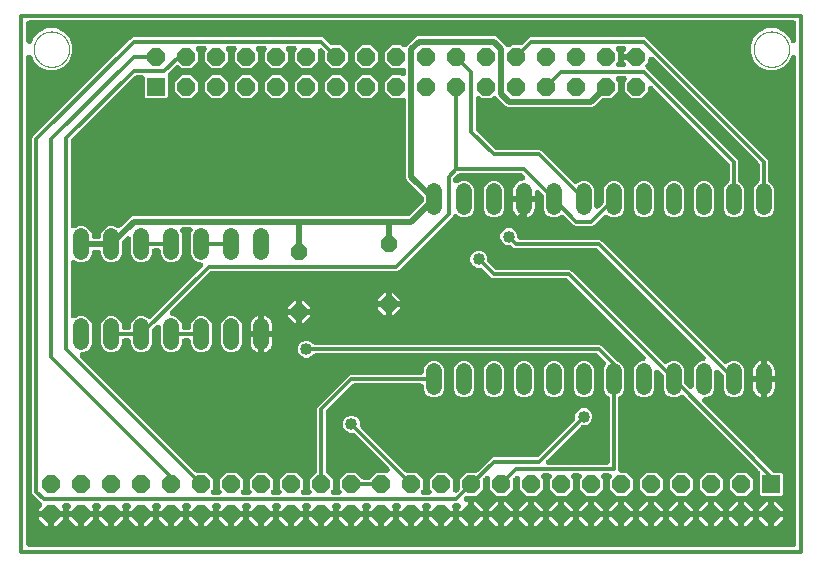
<source format=gtl>
G04 EAGLE Gerber RS-274X export*
G75*
%MOMM*%
%FSLAX34Y34*%
%LPD*%
%INTop Copper*%
%IPPOS*%
%AMOC8*
5,1,8,0,0,1.08239X$1,22.5*%
G01*
%ADD10C,0.304800*%
%ADD11C,0.000000*%
%ADD12R,1.524000X1.524000*%
%ADD13P,1.649562X8X22.500000*%
%ADD14P,1.649562X8X202.500000*%
%ADD15C,1.320800*%
%ADD16P,1.429621X8X292.500000*%
%ADD17C,0.508000*%
%ADD18C,1.016000*%

G36*
X653631Y4068D02*
X653631Y4068D01*
X653665Y4066D01*
X653854Y4088D01*
X654045Y4105D01*
X654078Y4114D01*
X654112Y4118D01*
X654295Y4173D01*
X654479Y4223D01*
X654510Y4238D01*
X654543Y4248D01*
X654714Y4335D01*
X654886Y4417D01*
X654914Y4437D01*
X654945Y4452D01*
X655097Y4568D01*
X655252Y4679D01*
X655276Y4704D01*
X655303Y4724D01*
X655432Y4864D01*
X655566Y5001D01*
X655585Y5030D01*
X655609Y5056D01*
X655711Y5217D01*
X655818Y5374D01*
X655832Y5406D01*
X655850Y5435D01*
X655923Y5612D01*
X656000Y5786D01*
X656008Y5820D01*
X656021Y5852D01*
X656061Y6039D01*
X656107Y6224D01*
X656109Y6258D01*
X656116Y6292D01*
X656135Y6604D01*
X656135Y417873D01*
X656120Y418050D01*
X656110Y418228D01*
X656100Y418274D01*
X656095Y418322D01*
X656049Y418493D01*
X656008Y418666D01*
X655989Y418710D01*
X655977Y418756D01*
X655901Y418916D01*
X655830Y419080D01*
X655804Y419120D01*
X655783Y419163D01*
X655680Y419307D01*
X655582Y419455D01*
X655549Y419490D01*
X655521Y419529D01*
X655394Y419653D01*
X655272Y419781D01*
X655233Y419810D01*
X655199Y419843D01*
X655051Y419942D01*
X654908Y420047D01*
X654865Y420068D01*
X654826Y420095D01*
X654663Y420167D01*
X654504Y420245D01*
X654458Y420258D01*
X654414Y420277D01*
X654241Y420319D01*
X654070Y420368D01*
X654023Y420373D01*
X653976Y420384D01*
X653799Y420395D01*
X653622Y420412D01*
X653575Y420409D01*
X653527Y420412D01*
X653350Y420391D01*
X653173Y420377D01*
X653127Y420365D01*
X653080Y420360D01*
X652909Y420308D01*
X652738Y420263D01*
X652695Y420243D01*
X652649Y420229D01*
X652490Y420149D01*
X652329Y420074D01*
X652290Y420047D01*
X652247Y420025D01*
X652106Y419918D01*
X651960Y419816D01*
X651927Y419782D01*
X651889Y419753D01*
X651768Y419622D01*
X651643Y419496D01*
X651616Y419457D01*
X651584Y419422D01*
X651488Y419272D01*
X651387Y419126D01*
X651361Y419073D01*
X651342Y419042D01*
X651318Y418984D01*
X651250Y418845D01*
X649870Y415514D01*
X644936Y410580D01*
X638489Y407909D01*
X631511Y407909D01*
X625064Y410580D01*
X620130Y415514D01*
X617459Y421961D01*
X617459Y428939D01*
X620130Y435386D01*
X625064Y440320D01*
X631511Y442991D01*
X638489Y442991D01*
X644936Y440320D01*
X649870Y435386D01*
X651250Y432055D01*
X651333Y431897D01*
X651409Y431737D01*
X651436Y431698D01*
X651459Y431656D01*
X651568Y431515D01*
X651671Y431371D01*
X651705Y431338D01*
X651734Y431300D01*
X651866Y431181D01*
X651993Y431057D01*
X652033Y431030D01*
X652069Y430998D01*
X652219Y430905D01*
X652366Y430805D01*
X652410Y430786D01*
X652451Y430760D01*
X652616Y430695D01*
X652778Y430623D01*
X652825Y430611D01*
X652869Y430594D01*
X653043Y430558D01*
X653216Y430516D01*
X653263Y430513D01*
X653310Y430504D01*
X653488Y430499D01*
X653665Y430488D01*
X653713Y430494D01*
X653760Y430493D01*
X653936Y430520D01*
X654112Y430540D01*
X654158Y430554D01*
X654205Y430562D01*
X654373Y430619D01*
X654543Y430671D01*
X654586Y430693D01*
X654631Y430708D01*
X654786Y430795D01*
X654945Y430875D01*
X654983Y430904D01*
X655024Y430927D01*
X655162Y431040D01*
X655303Y431147D01*
X655336Y431182D01*
X655373Y431213D01*
X655488Y431348D01*
X655609Y431478D01*
X655634Y431519D01*
X655665Y431555D01*
X655755Y431708D01*
X655850Y431858D01*
X655869Y431902D01*
X655893Y431944D01*
X655954Y432110D01*
X656021Y432275D01*
X656031Y432321D01*
X656048Y432366D01*
X656079Y432541D01*
X656116Y432715D01*
X656120Y432774D01*
X656126Y432810D01*
X656126Y432873D01*
X656135Y433027D01*
X656135Y447296D01*
X656132Y447331D01*
X656134Y447365D01*
X656112Y447554D01*
X656095Y447745D01*
X656086Y447778D01*
X656082Y447812D01*
X656027Y447995D01*
X655977Y448179D01*
X655962Y448210D01*
X655952Y448243D01*
X655865Y448414D01*
X655783Y448586D01*
X655763Y448614D01*
X655748Y448645D01*
X655632Y448797D01*
X655521Y448952D01*
X655496Y448976D01*
X655476Y449003D01*
X655336Y449132D01*
X655199Y449266D01*
X655170Y449285D01*
X655144Y449309D01*
X654983Y449411D01*
X654826Y449518D01*
X654794Y449532D01*
X654765Y449550D01*
X654588Y449623D01*
X654414Y449700D01*
X654380Y449708D01*
X654348Y449721D01*
X654161Y449761D01*
X653976Y449807D01*
X653942Y449809D01*
X653908Y449816D01*
X653596Y449835D01*
X6604Y449835D01*
X6569Y449832D01*
X6535Y449834D01*
X6346Y449812D01*
X6155Y449795D01*
X6122Y449786D01*
X6088Y449782D01*
X5905Y449727D01*
X5721Y449677D01*
X5690Y449662D01*
X5657Y449652D01*
X5486Y449565D01*
X5314Y449483D01*
X5286Y449463D01*
X5255Y449448D01*
X5103Y449332D01*
X4948Y449221D01*
X4924Y449196D01*
X4897Y449176D01*
X4768Y449036D01*
X4634Y448899D01*
X4615Y448870D01*
X4591Y448844D01*
X4489Y448683D01*
X4382Y448526D01*
X4368Y448494D01*
X4350Y448465D01*
X4277Y448288D01*
X4200Y448114D01*
X4192Y448080D01*
X4179Y448048D01*
X4139Y447861D01*
X4093Y447676D01*
X4091Y447642D01*
X4084Y447608D01*
X4065Y447296D01*
X4065Y432544D01*
X4080Y432367D01*
X4090Y432190D01*
X4100Y432143D01*
X4105Y432095D01*
X4151Y431924D01*
X4192Y431751D01*
X4211Y431707D01*
X4223Y431661D01*
X4299Y431501D01*
X4370Y431337D01*
X4396Y431298D01*
X4417Y431254D01*
X4520Y431110D01*
X4618Y430962D01*
X4651Y430927D01*
X4679Y430888D01*
X4806Y430765D01*
X4928Y430636D01*
X4967Y430608D01*
X5001Y430574D01*
X5149Y430475D01*
X5292Y430370D01*
X5335Y430349D01*
X5374Y430322D01*
X5537Y430250D01*
X5696Y430172D01*
X5742Y430159D01*
X5786Y430140D01*
X5959Y430098D01*
X6130Y430049D01*
X6177Y430045D01*
X6224Y430033D01*
X6401Y430022D01*
X6578Y430005D01*
X6625Y430008D01*
X6673Y430006D01*
X6850Y430026D01*
X7027Y430040D01*
X7073Y430052D01*
X7120Y430058D01*
X7291Y430109D01*
X7462Y430154D01*
X7505Y430174D01*
X7551Y430188D01*
X7710Y430269D01*
X7871Y430343D01*
X7910Y430371D01*
X7953Y430392D01*
X8094Y430499D01*
X8240Y430601D01*
X8273Y430635D01*
X8311Y430664D01*
X8432Y430795D01*
X8557Y430921D01*
X8584Y430960D01*
X8616Y430995D01*
X8712Y431145D01*
X8813Y431291D01*
X8839Y431345D01*
X8858Y431375D01*
X8882Y431434D01*
X8950Y431572D01*
X10530Y435386D01*
X15464Y440320D01*
X21911Y442991D01*
X28889Y442991D01*
X35336Y440320D01*
X40270Y435386D01*
X42941Y428939D01*
X42941Y421961D01*
X40270Y415514D01*
X35336Y410580D01*
X28889Y407909D01*
X21911Y407909D01*
X15464Y410580D01*
X10530Y415514D01*
X8950Y419328D01*
X8867Y419486D01*
X8791Y419646D01*
X8764Y419684D01*
X8741Y419727D01*
X8633Y419867D01*
X8529Y420012D01*
X8495Y420045D01*
X8466Y420083D01*
X8334Y420202D01*
X8207Y420326D01*
X8167Y420353D01*
X8131Y420385D01*
X7981Y420478D01*
X7834Y420578D01*
X7790Y420597D01*
X7749Y420622D01*
X7584Y420688D01*
X7422Y420760D01*
X7375Y420771D01*
X7331Y420789D01*
X7157Y420825D01*
X6984Y420867D01*
X6937Y420870D01*
X6890Y420879D01*
X6712Y420884D01*
X6535Y420894D01*
X6487Y420889D01*
X6440Y420890D01*
X6264Y420863D01*
X6088Y420842D01*
X6042Y420829D01*
X5995Y420821D01*
X5827Y420763D01*
X5657Y420712D01*
X5614Y420690D01*
X5569Y420675D01*
X5414Y420588D01*
X5255Y420508D01*
X5217Y420479D01*
X5176Y420456D01*
X5038Y420343D01*
X4897Y420236D01*
X4864Y420201D01*
X4827Y420170D01*
X4712Y420035D01*
X4591Y419905D01*
X4566Y419864D01*
X4535Y419828D01*
X4445Y419675D01*
X4350Y419525D01*
X4331Y419480D01*
X4307Y419439D01*
X4246Y419272D01*
X4179Y419108D01*
X4169Y419061D01*
X4152Y419017D01*
X4121Y418842D01*
X4084Y418668D01*
X4080Y418609D01*
X4074Y418573D01*
X4074Y418510D01*
X4065Y418356D01*
X4065Y6604D01*
X4068Y6569D01*
X4066Y6535D01*
X4088Y6346D01*
X4105Y6155D01*
X4114Y6122D01*
X4118Y6088D01*
X4173Y5905D01*
X4223Y5721D01*
X4238Y5690D01*
X4248Y5657D01*
X4335Y5486D01*
X4417Y5314D01*
X4437Y5286D01*
X4452Y5255D01*
X4568Y5103D01*
X4679Y4948D01*
X4704Y4924D01*
X4724Y4897D01*
X4864Y4768D01*
X5001Y4634D01*
X5030Y4615D01*
X5056Y4591D01*
X5217Y4489D01*
X5374Y4382D01*
X5406Y4368D01*
X5435Y4350D01*
X5612Y4277D01*
X5786Y4200D01*
X5820Y4192D01*
X5852Y4179D01*
X6039Y4139D01*
X6224Y4093D01*
X6258Y4091D01*
X6292Y4084D01*
X6604Y4065D01*
X653596Y4065D01*
X653631Y4068D01*
G37*
%LPC*%
G36*
X355600Y34289D02*
X355600Y34289D01*
X345439Y34289D01*
X345439Y35959D01*
X346039Y36558D01*
X346122Y36658D01*
X346213Y36751D01*
X346267Y36831D01*
X346328Y36904D01*
X346392Y37017D01*
X346465Y37124D01*
X346504Y37212D01*
X346551Y37295D01*
X346595Y37417D01*
X346648Y37536D01*
X346670Y37629D01*
X346702Y37719D01*
X346723Y37847D01*
X346754Y37974D01*
X346760Y38069D01*
X346776Y38163D01*
X346774Y38293D01*
X346782Y38423D01*
X346771Y38518D01*
X346770Y38614D01*
X346745Y38741D01*
X346730Y38870D01*
X346702Y38962D01*
X346684Y39056D01*
X346637Y39177D01*
X346600Y39301D01*
X346556Y39387D01*
X346522Y39476D01*
X346454Y39587D01*
X346395Y39703D01*
X346337Y39779D01*
X346288Y39860D01*
X346202Y39958D01*
X346123Y40061D01*
X346053Y40126D01*
X345990Y40198D01*
X345888Y40278D01*
X345792Y40367D01*
X345711Y40418D01*
X345637Y40477D01*
X345522Y40539D01*
X345412Y40608D01*
X345324Y40645D01*
X345240Y40690D01*
X345116Y40730D01*
X344996Y40779D01*
X344902Y40799D01*
X344811Y40829D01*
X344683Y40847D01*
X344555Y40874D01*
X344425Y40882D01*
X344365Y40890D01*
X344321Y40889D01*
X344244Y40893D01*
X341556Y40893D01*
X341427Y40882D01*
X341297Y40880D01*
X341203Y40862D01*
X341108Y40853D01*
X340982Y40819D01*
X340855Y40794D01*
X340766Y40760D01*
X340674Y40735D01*
X340556Y40679D01*
X340435Y40632D01*
X340353Y40582D01*
X340267Y40541D01*
X340161Y40466D01*
X340050Y40398D01*
X339979Y40335D01*
X339901Y40279D01*
X339810Y40186D01*
X339713Y40100D01*
X339653Y40025D01*
X339587Y39957D01*
X339514Y39849D01*
X339433Y39747D01*
X339388Y39663D01*
X339335Y39584D01*
X339282Y39465D01*
X339221Y39350D01*
X339191Y39259D01*
X339152Y39172D01*
X339122Y39045D01*
X339081Y38922D01*
X339068Y38827D01*
X339046Y38734D01*
X339038Y38605D01*
X339020Y38476D01*
X339024Y38380D01*
X339018Y38285D01*
X339033Y38156D01*
X339038Y38026D01*
X339059Y37933D01*
X339070Y37838D01*
X339108Y37713D01*
X339136Y37586D01*
X339173Y37498D01*
X339200Y37407D01*
X339260Y37291D01*
X339310Y37171D01*
X339361Y37091D01*
X339405Y37005D01*
X339483Y36902D01*
X339554Y36793D01*
X339640Y36695D01*
X339677Y36647D01*
X339710Y36616D01*
X339761Y36558D01*
X340361Y35959D01*
X340361Y34289D01*
X330200Y34289D01*
X320039Y34289D01*
X320039Y35959D01*
X320639Y36558D01*
X320722Y36658D01*
X320813Y36751D01*
X320867Y36831D01*
X320928Y36904D01*
X320992Y37017D01*
X321065Y37124D01*
X321104Y37212D01*
X321151Y37295D01*
X321195Y37417D01*
X321248Y37536D01*
X321270Y37629D01*
X321302Y37719D01*
X321323Y37847D01*
X321354Y37974D01*
X321360Y38069D01*
X321376Y38163D01*
X321374Y38293D01*
X321382Y38423D01*
X321371Y38518D01*
X321370Y38614D01*
X321345Y38741D01*
X321330Y38870D01*
X321302Y38962D01*
X321284Y39056D01*
X321237Y39177D01*
X321200Y39301D01*
X321156Y39387D01*
X321122Y39476D01*
X321054Y39587D01*
X320995Y39703D01*
X320937Y39779D01*
X320888Y39860D01*
X320802Y39958D01*
X320723Y40061D01*
X320653Y40126D01*
X320590Y40198D01*
X320488Y40278D01*
X320392Y40367D01*
X320311Y40418D01*
X320237Y40477D01*
X320122Y40539D01*
X320012Y40608D01*
X319924Y40645D01*
X319840Y40690D01*
X319716Y40730D01*
X319596Y40779D01*
X319502Y40799D01*
X319411Y40829D01*
X319283Y40847D01*
X319155Y40874D01*
X319025Y40882D01*
X318965Y40890D01*
X318921Y40889D01*
X318844Y40893D01*
X316156Y40893D01*
X316027Y40882D01*
X315897Y40880D01*
X315803Y40862D01*
X315708Y40853D01*
X315582Y40819D01*
X315455Y40794D01*
X315366Y40760D01*
X315274Y40735D01*
X315156Y40679D01*
X315035Y40632D01*
X314953Y40582D01*
X314867Y40541D01*
X314761Y40466D01*
X314650Y40398D01*
X314579Y40335D01*
X314501Y40279D01*
X314410Y40186D01*
X314313Y40100D01*
X314253Y40025D01*
X314187Y39957D01*
X314114Y39849D01*
X314033Y39747D01*
X313988Y39663D01*
X313935Y39584D01*
X313882Y39465D01*
X313821Y39350D01*
X313791Y39259D01*
X313752Y39172D01*
X313722Y39045D01*
X313681Y38922D01*
X313668Y38827D01*
X313646Y38734D01*
X313638Y38605D01*
X313620Y38476D01*
X313624Y38380D01*
X313618Y38285D01*
X313633Y38156D01*
X313638Y38026D01*
X313659Y37933D01*
X313670Y37838D01*
X313708Y37713D01*
X313736Y37586D01*
X313773Y37498D01*
X313800Y37407D01*
X313860Y37291D01*
X313910Y37171D01*
X313961Y37091D01*
X314005Y37005D01*
X314083Y36902D01*
X314154Y36793D01*
X314240Y36695D01*
X314277Y36647D01*
X314310Y36616D01*
X314361Y36558D01*
X314961Y35959D01*
X314961Y34289D01*
X304800Y34289D01*
X294639Y34289D01*
X294639Y35959D01*
X295239Y36558D01*
X295322Y36658D01*
X295413Y36751D01*
X295467Y36831D01*
X295528Y36904D01*
X295592Y37017D01*
X295665Y37124D01*
X295704Y37212D01*
X295751Y37295D01*
X295795Y37417D01*
X295848Y37536D01*
X295870Y37629D01*
X295902Y37719D01*
X295923Y37847D01*
X295954Y37974D01*
X295960Y38069D01*
X295976Y38163D01*
X295974Y38293D01*
X295982Y38423D01*
X295971Y38518D01*
X295970Y38614D01*
X295945Y38741D01*
X295930Y38870D01*
X295902Y38962D01*
X295884Y39056D01*
X295837Y39177D01*
X295800Y39301D01*
X295756Y39387D01*
X295722Y39476D01*
X295654Y39587D01*
X295595Y39703D01*
X295537Y39779D01*
X295488Y39860D01*
X295402Y39958D01*
X295323Y40061D01*
X295253Y40126D01*
X295190Y40198D01*
X295088Y40278D01*
X294992Y40367D01*
X294911Y40418D01*
X294837Y40477D01*
X294722Y40539D01*
X294612Y40608D01*
X294524Y40645D01*
X294440Y40690D01*
X294316Y40730D01*
X294196Y40779D01*
X294102Y40799D01*
X294011Y40829D01*
X293883Y40847D01*
X293755Y40874D01*
X293625Y40882D01*
X293565Y40890D01*
X293521Y40889D01*
X293444Y40893D01*
X290756Y40893D01*
X290627Y40882D01*
X290497Y40880D01*
X290403Y40862D01*
X290308Y40853D01*
X290182Y40819D01*
X290055Y40794D01*
X289966Y40760D01*
X289874Y40735D01*
X289756Y40679D01*
X289635Y40632D01*
X289553Y40582D01*
X289467Y40541D01*
X289361Y40466D01*
X289250Y40398D01*
X289179Y40335D01*
X289101Y40279D01*
X289010Y40186D01*
X288913Y40100D01*
X288853Y40025D01*
X288787Y39957D01*
X288714Y39849D01*
X288633Y39747D01*
X288588Y39663D01*
X288535Y39584D01*
X288482Y39465D01*
X288421Y39350D01*
X288391Y39259D01*
X288352Y39172D01*
X288322Y39045D01*
X288281Y38922D01*
X288268Y38827D01*
X288246Y38734D01*
X288238Y38605D01*
X288220Y38476D01*
X288224Y38380D01*
X288218Y38285D01*
X288233Y38156D01*
X288238Y38026D01*
X288259Y37933D01*
X288270Y37838D01*
X288308Y37713D01*
X288336Y37586D01*
X288373Y37498D01*
X288400Y37407D01*
X288460Y37291D01*
X288510Y37171D01*
X288561Y37091D01*
X288605Y37005D01*
X288683Y36902D01*
X288754Y36793D01*
X288840Y36695D01*
X288877Y36647D01*
X288910Y36616D01*
X288961Y36558D01*
X289561Y35959D01*
X289561Y34289D01*
X279400Y34289D01*
X269239Y34289D01*
X269239Y35959D01*
X269839Y36558D01*
X269922Y36658D01*
X270013Y36751D01*
X270067Y36831D01*
X270128Y36904D01*
X270192Y37017D01*
X270265Y37124D01*
X270304Y37212D01*
X270351Y37295D01*
X270395Y37417D01*
X270448Y37536D01*
X270470Y37629D01*
X270502Y37719D01*
X270523Y37847D01*
X270554Y37974D01*
X270560Y38069D01*
X270576Y38163D01*
X270574Y38293D01*
X270582Y38423D01*
X270571Y38518D01*
X270570Y38614D01*
X270545Y38741D01*
X270530Y38870D01*
X270502Y38962D01*
X270484Y39056D01*
X270437Y39177D01*
X270400Y39301D01*
X270356Y39387D01*
X270322Y39476D01*
X270254Y39587D01*
X270195Y39703D01*
X270137Y39779D01*
X270088Y39860D01*
X270002Y39958D01*
X269923Y40061D01*
X269853Y40126D01*
X269790Y40198D01*
X269688Y40278D01*
X269592Y40367D01*
X269511Y40418D01*
X269437Y40477D01*
X269322Y40539D01*
X269212Y40608D01*
X269124Y40645D01*
X269040Y40690D01*
X268916Y40730D01*
X268796Y40779D01*
X268702Y40799D01*
X268611Y40829D01*
X268483Y40847D01*
X268355Y40874D01*
X268225Y40882D01*
X268165Y40890D01*
X268121Y40889D01*
X268044Y40893D01*
X265356Y40893D01*
X265227Y40882D01*
X265097Y40880D01*
X265003Y40862D01*
X264908Y40853D01*
X264782Y40819D01*
X264655Y40794D01*
X264566Y40760D01*
X264474Y40735D01*
X264356Y40679D01*
X264235Y40632D01*
X264153Y40582D01*
X264067Y40541D01*
X263961Y40466D01*
X263850Y40398D01*
X263779Y40335D01*
X263701Y40279D01*
X263610Y40186D01*
X263513Y40100D01*
X263453Y40025D01*
X263387Y39957D01*
X263314Y39849D01*
X263233Y39747D01*
X263188Y39663D01*
X263135Y39584D01*
X263082Y39465D01*
X263021Y39350D01*
X262991Y39259D01*
X262952Y39172D01*
X262922Y39045D01*
X262881Y38922D01*
X262868Y38827D01*
X262846Y38734D01*
X262838Y38605D01*
X262820Y38476D01*
X262824Y38380D01*
X262818Y38285D01*
X262833Y38156D01*
X262838Y38026D01*
X262859Y37933D01*
X262870Y37838D01*
X262908Y37713D01*
X262936Y37586D01*
X262973Y37498D01*
X263000Y37407D01*
X263060Y37291D01*
X263110Y37171D01*
X263161Y37091D01*
X263205Y37005D01*
X263283Y36902D01*
X263354Y36793D01*
X263440Y36695D01*
X263477Y36647D01*
X263510Y36616D01*
X263561Y36558D01*
X264161Y35959D01*
X264161Y34289D01*
X254000Y34289D01*
X243839Y34289D01*
X243839Y35959D01*
X244439Y36558D01*
X244522Y36658D01*
X244613Y36751D01*
X244667Y36831D01*
X244728Y36904D01*
X244792Y37017D01*
X244865Y37124D01*
X244904Y37212D01*
X244951Y37295D01*
X244995Y37417D01*
X245048Y37536D01*
X245070Y37629D01*
X245102Y37719D01*
X245123Y37847D01*
X245154Y37974D01*
X245160Y38069D01*
X245176Y38163D01*
X245174Y38293D01*
X245182Y38423D01*
X245171Y38518D01*
X245170Y38614D01*
X245145Y38741D01*
X245130Y38870D01*
X245102Y38962D01*
X245084Y39056D01*
X245037Y39177D01*
X245000Y39301D01*
X244956Y39387D01*
X244922Y39476D01*
X244854Y39587D01*
X244795Y39703D01*
X244737Y39779D01*
X244688Y39860D01*
X244602Y39958D01*
X244523Y40061D01*
X244453Y40126D01*
X244390Y40198D01*
X244288Y40278D01*
X244192Y40367D01*
X244111Y40418D01*
X244037Y40477D01*
X243922Y40539D01*
X243812Y40608D01*
X243724Y40645D01*
X243640Y40690D01*
X243516Y40730D01*
X243396Y40779D01*
X243302Y40799D01*
X243211Y40829D01*
X243083Y40847D01*
X242955Y40874D01*
X242825Y40882D01*
X242765Y40890D01*
X242721Y40889D01*
X242644Y40893D01*
X239956Y40893D01*
X239827Y40882D01*
X239697Y40880D01*
X239603Y40862D01*
X239508Y40853D01*
X239382Y40819D01*
X239255Y40794D01*
X239166Y40760D01*
X239074Y40735D01*
X238956Y40679D01*
X238835Y40632D01*
X238753Y40582D01*
X238667Y40541D01*
X238561Y40466D01*
X238450Y40398D01*
X238379Y40335D01*
X238301Y40279D01*
X238210Y40186D01*
X238113Y40100D01*
X238053Y40025D01*
X237987Y39957D01*
X237914Y39849D01*
X237833Y39747D01*
X237788Y39663D01*
X237735Y39584D01*
X237682Y39465D01*
X237621Y39350D01*
X237591Y39259D01*
X237552Y39172D01*
X237522Y39045D01*
X237481Y38922D01*
X237468Y38827D01*
X237446Y38734D01*
X237438Y38605D01*
X237420Y38476D01*
X237424Y38380D01*
X237418Y38285D01*
X237433Y38156D01*
X237438Y38026D01*
X237459Y37933D01*
X237470Y37838D01*
X237508Y37713D01*
X237536Y37586D01*
X237573Y37498D01*
X237600Y37407D01*
X237660Y37291D01*
X237710Y37171D01*
X237761Y37091D01*
X237805Y37005D01*
X237883Y36902D01*
X237954Y36793D01*
X238040Y36695D01*
X238077Y36647D01*
X238110Y36616D01*
X238161Y36558D01*
X238761Y35959D01*
X238761Y34289D01*
X228600Y34289D01*
X218439Y34289D01*
X218439Y35959D01*
X219039Y36558D01*
X219122Y36658D01*
X219213Y36751D01*
X219267Y36831D01*
X219328Y36904D01*
X219392Y37017D01*
X219465Y37124D01*
X219504Y37212D01*
X219551Y37295D01*
X219595Y37417D01*
X219648Y37536D01*
X219670Y37629D01*
X219702Y37719D01*
X219723Y37847D01*
X219754Y37974D01*
X219760Y38069D01*
X219776Y38163D01*
X219774Y38293D01*
X219782Y38423D01*
X219771Y38518D01*
X219770Y38614D01*
X219745Y38741D01*
X219730Y38870D01*
X219702Y38962D01*
X219684Y39056D01*
X219637Y39177D01*
X219600Y39301D01*
X219556Y39387D01*
X219522Y39476D01*
X219454Y39587D01*
X219395Y39703D01*
X219337Y39779D01*
X219288Y39860D01*
X219202Y39958D01*
X219123Y40061D01*
X219053Y40126D01*
X218990Y40198D01*
X218888Y40278D01*
X218792Y40367D01*
X218711Y40418D01*
X218637Y40477D01*
X218522Y40539D01*
X218412Y40608D01*
X218324Y40645D01*
X218240Y40690D01*
X218116Y40730D01*
X217996Y40779D01*
X217902Y40799D01*
X217811Y40829D01*
X217683Y40847D01*
X217555Y40874D01*
X217425Y40882D01*
X217365Y40890D01*
X217321Y40889D01*
X217244Y40893D01*
X214556Y40893D01*
X214427Y40882D01*
X214297Y40880D01*
X214203Y40862D01*
X214108Y40853D01*
X213982Y40819D01*
X213855Y40794D01*
X213766Y40760D01*
X213674Y40735D01*
X213556Y40679D01*
X213435Y40632D01*
X213353Y40582D01*
X213267Y40541D01*
X213161Y40466D01*
X213050Y40398D01*
X212979Y40335D01*
X212901Y40279D01*
X212810Y40186D01*
X212713Y40100D01*
X212653Y40025D01*
X212587Y39957D01*
X212514Y39849D01*
X212433Y39747D01*
X212388Y39663D01*
X212335Y39584D01*
X212282Y39465D01*
X212221Y39350D01*
X212191Y39259D01*
X212152Y39172D01*
X212122Y39045D01*
X212081Y38922D01*
X212068Y38827D01*
X212046Y38734D01*
X212038Y38605D01*
X212020Y38476D01*
X212024Y38380D01*
X212018Y38285D01*
X212033Y38156D01*
X212038Y38026D01*
X212059Y37933D01*
X212070Y37838D01*
X212108Y37713D01*
X212136Y37586D01*
X212173Y37498D01*
X212200Y37407D01*
X212260Y37291D01*
X212310Y37171D01*
X212361Y37091D01*
X212405Y37005D01*
X212483Y36902D01*
X212554Y36793D01*
X212640Y36695D01*
X212677Y36647D01*
X212710Y36616D01*
X212761Y36558D01*
X213361Y35959D01*
X213361Y34289D01*
X203200Y34289D01*
X193039Y34289D01*
X193039Y35959D01*
X193639Y36558D01*
X193722Y36658D01*
X193813Y36751D01*
X193867Y36831D01*
X193928Y36904D01*
X193992Y37017D01*
X194065Y37124D01*
X194104Y37212D01*
X194151Y37295D01*
X194195Y37417D01*
X194248Y37536D01*
X194270Y37629D01*
X194302Y37719D01*
X194323Y37847D01*
X194354Y37974D01*
X194360Y38069D01*
X194376Y38163D01*
X194374Y38293D01*
X194382Y38423D01*
X194371Y38518D01*
X194370Y38614D01*
X194345Y38741D01*
X194330Y38870D01*
X194302Y38962D01*
X194284Y39056D01*
X194237Y39177D01*
X194200Y39301D01*
X194156Y39387D01*
X194122Y39476D01*
X194054Y39587D01*
X193995Y39703D01*
X193937Y39779D01*
X193888Y39860D01*
X193802Y39958D01*
X193723Y40061D01*
X193653Y40126D01*
X193590Y40198D01*
X193488Y40278D01*
X193392Y40367D01*
X193311Y40418D01*
X193237Y40477D01*
X193122Y40539D01*
X193012Y40608D01*
X192924Y40645D01*
X192840Y40690D01*
X192716Y40730D01*
X192596Y40779D01*
X192502Y40799D01*
X192411Y40829D01*
X192283Y40847D01*
X192155Y40874D01*
X192025Y40882D01*
X191965Y40890D01*
X191921Y40889D01*
X191844Y40893D01*
X189156Y40893D01*
X189027Y40882D01*
X188897Y40880D01*
X188803Y40862D01*
X188708Y40853D01*
X188582Y40819D01*
X188455Y40794D01*
X188366Y40760D01*
X188274Y40735D01*
X188156Y40679D01*
X188035Y40632D01*
X187953Y40582D01*
X187867Y40541D01*
X187761Y40466D01*
X187650Y40398D01*
X187579Y40335D01*
X187501Y40279D01*
X187410Y40186D01*
X187313Y40100D01*
X187253Y40025D01*
X187187Y39957D01*
X187114Y39849D01*
X187033Y39747D01*
X186988Y39663D01*
X186935Y39584D01*
X186882Y39465D01*
X186821Y39350D01*
X186791Y39259D01*
X186752Y39172D01*
X186722Y39045D01*
X186681Y38922D01*
X186668Y38827D01*
X186646Y38734D01*
X186638Y38605D01*
X186620Y38476D01*
X186624Y38380D01*
X186618Y38285D01*
X186633Y38156D01*
X186638Y38026D01*
X186659Y37933D01*
X186670Y37838D01*
X186708Y37713D01*
X186736Y37586D01*
X186773Y37498D01*
X186800Y37407D01*
X186860Y37291D01*
X186910Y37171D01*
X186961Y37091D01*
X187005Y37005D01*
X187083Y36902D01*
X187154Y36793D01*
X187240Y36695D01*
X187277Y36647D01*
X187310Y36616D01*
X187361Y36558D01*
X187961Y35959D01*
X187961Y34289D01*
X177800Y34289D01*
X167639Y34289D01*
X167639Y35959D01*
X168239Y36558D01*
X168322Y36658D01*
X168413Y36751D01*
X168467Y36831D01*
X168528Y36904D01*
X168592Y37017D01*
X168665Y37124D01*
X168704Y37212D01*
X168751Y37295D01*
X168795Y37417D01*
X168848Y37536D01*
X168870Y37629D01*
X168902Y37719D01*
X168923Y37847D01*
X168954Y37974D01*
X168960Y38069D01*
X168976Y38163D01*
X168974Y38293D01*
X168982Y38423D01*
X168971Y38518D01*
X168970Y38614D01*
X168945Y38741D01*
X168930Y38870D01*
X168902Y38962D01*
X168884Y39056D01*
X168837Y39177D01*
X168800Y39301D01*
X168756Y39387D01*
X168722Y39476D01*
X168654Y39587D01*
X168595Y39703D01*
X168537Y39779D01*
X168488Y39860D01*
X168402Y39958D01*
X168323Y40061D01*
X168253Y40126D01*
X168190Y40198D01*
X168088Y40278D01*
X167992Y40367D01*
X167911Y40418D01*
X167837Y40477D01*
X167722Y40539D01*
X167612Y40608D01*
X167524Y40645D01*
X167440Y40690D01*
X167316Y40730D01*
X167196Y40779D01*
X167102Y40799D01*
X167011Y40829D01*
X166883Y40847D01*
X166755Y40874D01*
X166625Y40882D01*
X166565Y40890D01*
X166521Y40889D01*
X166444Y40893D01*
X163756Y40893D01*
X163627Y40882D01*
X163497Y40880D01*
X163403Y40862D01*
X163308Y40853D01*
X163182Y40819D01*
X163055Y40794D01*
X162966Y40760D01*
X162874Y40735D01*
X162756Y40679D01*
X162635Y40632D01*
X162553Y40582D01*
X162467Y40541D01*
X162361Y40466D01*
X162250Y40398D01*
X162179Y40335D01*
X162101Y40279D01*
X162010Y40186D01*
X161913Y40100D01*
X161853Y40025D01*
X161787Y39957D01*
X161714Y39849D01*
X161633Y39747D01*
X161588Y39663D01*
X161535Y39584D01*
X161482Y39465D01*
X161421Y39350D01*
X161391Y39259D01*
X161352Y39172D01*
X161322Y39045D01*
X161281Y38922D01*
X161268Y38827D01*
X161246Y38734D01*
X161238Y38605D01*
X161220Y38476D01*
X161224Y38380D01*
X161218Y38285D01*
X161233Y38156D01*
X161238Y38026D01*
X161259Y37933D01*
X161270Y37838D01*
X161308Y37713D01*
X161336Y37586D01*
X161373Y37498D01*
X161400Y37407D01*
X161460Y37291D01*
X161510Y37171D01*
X161561Y37091D01*
X161605Y37005D01*
X161683Y36902D01*
X161754Y36793D01*
X161840Y36695D01*
X161877Y36647D01*
X161910Y36616D01*
X161961Y36558D01*
X162561Y35959D01*
X162561Y34289D01*
X152400Y34289D01*
X142239Y34289D01*
X142239Y35959D01*
X142839Y36558D01*
X142922Y36658D01*
X143013Y36751D01*
X143067Y36831D01*
X143128Y36904D01*
X143192Y37017D01*
X143265Y37124D01*
X143304Y37212D01*
X143351Y37295D01*
X143395Y37417D01*
X143448Y37536D01*
X143470Y37629D01*
X143502Y37719D01*
X143523Y37847D01*
X143554Y37974D01*
X143560Y38069D01*
X143576Y38163D01*
X143574Y38293D01*
X143582Y38423D01*
X143571Y38518D01*
X143570Y38614D01*
X143545Y38741D01*
X143530Y38870D01*
X143502Y38962D01*
X143484Y39056D01*
X143437Y39177D01*
X143400Y39301D01*
X143356Y39387D01*
X143322Y39476D01*
X143254Y39587D01*
X143195Y39703D01*
X143137Y39779D01*
X143088Y39860D01*
X143002Y39958D01*
X142923Y40061D01*
X142853Y40126D01*
X142790Y40198D01*
X142688Y40278D01*
X142592Y40367D01*
X142511Y40418D01*
X142437Y40477D01*
X142322Y40539D01*
X142212Y40608D01*
X142124Y40645D01*
X142040Y40690D01*
X141916Y40730D01*
X141796Y40779D01*
X141702Y40799D01*
X141611Y40829D01*
X141483Y40847D01*
X141355Y40874D01*
X141225Y40882D01*
X141165Y40890D01*
X141121Y40889D01*
X141044Y40893D01*
X138356Y40893D01*
X138227Y40882D01*
X138097Y40880D01*
X138003Y40862D01*
X137908Y40853D01*
X137782Y40819D01*
X137655Y40794D01*
X137566Y40760D01*
X137474Y40735D01*
X137356Y40679D01*
X137235Y40632D01*
X137153Y40582D01*
X137067Y40541D01*
X136961Y40466D01*
X136850Y40398D01*
X136779Y40335D01*
X136701Y40279D01*
X136610Y40186D01*
X136513Y40100D01*
X136453Y40025D01*
X136387Y39957D01*
X136314Y39849D01*
X136233Y39747D01*
X136188Y39663D01*
X136135Y39584D01*
X136082Y39465D01*
X136021Y39350D01*
X135991Y39259D01*
X135952Y39172D01*
X135922Y39045D01*
X135881Y38922D01*
X135868Y38827D01*
X135846Y38734D01*
X135838Y38605D01*
X135820Y38476D01*
X135824Y38380D01*
X135818Y38285D01*
X135833Y38156D01*
X135838Y38026D01*
X135859Y37933D01*
X135870Y37838D01*
X135908Y37713D01*
X135936Y37586D01*
X135973Y37498D01*
X136000Y37407D01*
X136060Y37291D01*
X136110Y37171D01*
X136161Y37091D01*
X136205Y37005D01*
X136283Y36902D01*
X136354Y36793D01*
X136440Y36695D01*
X136477Y36647D01*
X136510Y36616D01*
X136561Y36558D01*
X137161Y35959D01*
X137161Y34289D01*
X127000Y34289D01*
X116839Y34289D01*
X116839Y35959D01*
X117439Y36558D01*
X117522Y36658D01*
X117613Y36751D01*
X117667Y36831D01*
X117728Y36904D01*
X117792Y37017D01*
X117865Y37124D01*
X117904Y37212D01*
X117951Y37295D01*
X117995Y37417D01*
X118048Y37536D01*
X118070Y37629D01*
X118102Y37719D01*
X118123Y37847D01*
X118154Y37974D01*
X118160Y38069D01*
X118176Y38163D01*
X118174Y38293D01*
X118182Y38423D01*
X118171Y38518D01*
X118170Y38614D01*
X118145Y38741D01*
X118130Y38870D01*
X118102Y38962D01*
X118084Y39056D01*
X118037Y39177D01*
X118000Y39301D01*
X117956Y39387D01*
X117922Y39476D01*
X117854Y39587D01*
X117795Y39703D01*
X117737Y39779D01*
X117688Y39860D01*
X117602Y39958D01*
X117523Y40061D01*
X117453Y40126D01*
X117390Y40198D01*
X117288Y40278D01*
X117192Y40367D01*
X117111Y40418D01*
X117037Y40477D01*
X116922Y40539D01*
X116812Y40608D01*
X116724Y40645D01*
X116640Y40690D01*
X116516Y40730D01*
X116396Y40779D01*
X116302Y40799D01*
X116211Y40829D01*
X116083Y40847D01*
X115955Y40874D01*
X115825Y40882D01*
X115765Y40890D01*
X115721Y40889D01*
X115644Y40893D01*
X112956Y40893D01*
X112827Y40882D01*
X112697Y40880D01*
X112603Y40862D01*
X112508Y40853D01*
X112382Y40819D01*
X112255Y40794D01*
X112166Y40760D01*
X112074Y40735D01*
X111956Y40679D01*
X111835Y40632D01*
X111753Y40582D01*
X111667Y40541D01*
X111561Y40466D01*
X111450Y40398D01*
X111379Y40335D01*
X111301Y40279D01*
X111210Y40186D01*
X111113Y40100D01*
X111053Y40025D01*
X110987Y39957D01*
X110914Y39849D01*
X110833Y39747D01*
X110788Y39663D01*
X110735Y39584D01*
X110682Y39465D01*
X110621Y39350D01*
X110591Y39259D01*
X110552Y39172D01*
X110522Y39045D01*
X110481Y38922D01*
X110468Y38827D01*
X110446Y38734D01*
X110438Y38605D01*
X110420Y38476D01*
X110424Y38380D01*
X110418Y38285D01*
X110433Y38156D01*
X110438Y38026D01*
X110459Y37933D01*
X110470Y37838D01*
X110508Y37713D01*
X110536Y37586D01*
X110573Y37498D01*
X110600Y37407D01*
X110660Y37291D01*
X110710Y37171D01*
X110761Y37091D01*
X110805Y37005D01*
X110883Y36902D01*
X110954Y36793D01*
X111040Y36695D01*
X111077Y36647D01*
X111110Y36616D01*
X111161Y36558D01*
X111761Y35959D01*
X111761Y34289D01*
X101600Y34289D01*
X91439Y34289D01*
X91439Y35959D01*
X92039Y36558D01*
X92122Y36658D01*
X92213Y36751D01*
X92267Y36831D01*
X92328Y36904D01*
X92392Y37017D01*
X92465Y37124D01*
X92504Y37212D01*
X92551Y37295D01*
X92595Y37417D01*
X92648Y37536D01*
X92670Y37629D01*
X92702Y37719D01*
X92723Y37847D01*
X92754Y37974D01*
X92760Y38069D01*
X92776Y38163D01*
X92774Y38293D01*
X92782Y38423D01*
X92771Y38518D01*
X92770Y38614D01*
X92745Y38741D01*
X92730Y38870D01*
X92702Y38962D01*
X92684Y39056D01*
X92637Y39177D01*
X92600Y39301D01*
X92556Y39387D01*
X92522Y39476D01*
X92454Y39587D01*
X92395Y39703D01*
X92337Y39779D01*
X92288Y39860D01*
X92202Y39958D01*
X92123Y40061D01*
X92053Y40126D01*
X91990Y40198D01*
X91888Y40278D01*
X91792Y40367D01*
X91711Y40418D01*
X91637Y40477D01*
X91522Y40539D01*
X91412Y40608D01*
X91324Y40645D01*
X91240Y40690D01*
X91116Y40730D01*
X90996Y40779D01*
X90902Y40799D01*
X90811Y40829D01*
X90683Y40847D01*
X90555Y40874D01*
X90425Y40882D01*
X90365Y40890D01*
X90321Y40889D01*
X90244Y40893D01*
X87556Y40893D01*
X87427Y40882D01*
X87297Y40880D01*
X87203Y40862D01*
X87108Y40853D01*
X86982Y40819D01*
X86855Y40794D01*
X86766Y40760D01*
X86674Y40735D01*
X86556Y40679D01*
X86435Y40632D01*
X86353Y40582D01*
X86267Y40541D01*
X86161Y40466D01*
X86050Y40398D01*
X85979Y40335D01*
X85901Y40279D01*
X85810Y40186D01*
X85713Y40100D01*
X85653Y40025D01*
X85587Y39957D01*
X85514Y39849D01*
X85433Y39747D01*
X85388Y39663D01*
X85335Y39584D01*
X85282Y39465D01*
X85221Y39350D01*
X85191Y39259D01*
X85152Y39172D01*
X85122Y39045D01*
X85081Y38922D01*
X85068Y38827D01*
X85046Y38734D01*
X85038Y38605D01*
X85020Y38476D01*
X85024Y38380D01*
X85018Y38285D01*
X85033Y38156D01*
X85038Y38026D01*
X85059Y37933D01*
X85070Y37838D01*
X85108Y37713D01*
X85136Y37586D01*
X85173Y37498D01*
X85200Y37407D01*
X85260Y37291D01*
X85310Y37171D01*
X85361Y37091D01*
X85405Y37005D01*
X85483Y36902D01*
X85554Y36793D01*
X85640Y36695D01*
X85677Y36647D01*
X85710Y36616D01*
X85761Y36558D01*
X86361Y35959D01*
X86361Y34289D01*
X76200Y34289D01*
X66039Y34289D01*
X66039Y35959D01*
X66639Y36558D01*
X66722Y36658D01*
X66813Y36751D01*
X66867Y36831D01*
X66928Y36904D01*
X66992Y37017D01*
X67065Y37124D01*
X67104Y37212D01*
X67151Y37295D01*
X67195Y37417D01*
X67248Y37536D01*
X67270Y37629D01*
X67302Y37719D01*
X67323Y37847D01*
X67354Y37974D01*
X67360Y38069D01*
X67376Y38163D01*
X67374Y38293D01*
X67382Y38423D01*
X67371Y38518D01*
X67370Y38614D01*
X67345Y38741D01*
X67330Y38870D01*
X67302Y38962D01*
X67284Y39056D01*
X67237Y39177D01*
X67200Y39301D01*
X67156Y39387D01*
X67122Y39476D01*
X67054Y39587D01*
X66995Y39703D01*
X66937Y39779D01*
X66888Y39860D01*
X66802Y39958D01*
X66723Y40061D01*
X66653Y40126D01*
X66590Y40198D01*
X66488Y40278D01*
X66392Y40367D01*
X66311Y40418D01*
X66237Y40477D01*
X66122Y40539D01*
X66012Y40608D01*
X65924Y40645D01*
X65840Y40690D01*
X65716Y40730D01*
X65596Y40779D01*
X65502Y40799D01*
X65411Y40829D01*
X65283Y40847D01*
X65155Y40874D01*
X65025Y40882D01*
X64965Y40890D01*
X64921Y40889D01*
X64844Y40893D01*
X62156Y40893D01*
X62027Y40882D01*
X61897Y40880D01*
X61803Y40862D01*
X61708Y40853D01*
X61582Y40819D01*
X61455Y40794D01*
X61366Y40760D01*
X61274Y40735D01*
X61156Y40679D01*
X61035Y40632D01*
X60953Y40582D01*
X60867Y40541D01*
X60761Y40466D01*
X60650Y40398D01*
X60579Y40335D01*
X60501Y40279D01*
X60410Y40186D01*
X60313Y40100D01*
X60253Y40025D01*
X60187Y39957D01*
X60114Y39849D01*
X60033Y39747D01*
X59988Y39663D01*
X59935Y39584D01*
X59882Y39465D01*
X59821Y39350D01*
X59791Y39259D01*
X59752Y39172D01*
X59722Y39045D01*
X59681Y38922D01*
X59668Y38827D01*
X59646Y38734D01*
X59638Y38605D01*
X59620Y38476D01*
X59624Y38380D01*
X59618Y38285D01*
X59633Y38156D01*
X59638Y38026D01*
X59659Y37933D01*
X59670Y37838D01*
X59708Y37713D01*
X59736Y37586D01*
X59773Y37498D01*
X59800Y37407D01*
X59860Y37291D01*
X59910Y37171D01*
X59961Y37091D01*
X60005Y37005D01*
X60083Y36902D01*
X60154Y36793D01*
X60240Y36695D01*
X60277Y36647D01*
X60310Y36616D01*
X60361Y36558D01*
X60961Y35959D01*
X60961Y34289D01*
X50800Y34289D01*
X40639Y34289D01*
X40639Y35959D01*
X41239Y36558D01*
X41322Y36658D01*
X41413Y36751D01*
X41467Y36831D01*
X41528Y36904D01*
X41592Y37017D01*
X41665Y37124D01*
X41704Y37212D01*
X41751Y37295D01*
X41795Y37417D01*
X41848Y37536D01*
X41870Y37629D01*
X41902Y37719D01*
X41923Y37847D01*
X41954Y37974D01*
X41960Y38069D01*
X41976Y38163D01*
X41974Y38293D01*
X41982Y38423D01*
X41971Y38518D01*
X41970Y38614D01*
X41945Y38741D01*
X41930Y38870D01*
X41902Y38962D01*
X41884Y39056D01*
X41837Y39177D01*
X41800Y39301D01*
X41756Y39387D01*
X41722Y39476D01*
X41654Y39587D01*
X41595Y39703D01*
X41537Y39779D01*
X41488Y39860D01*
X41402Y39958D01*
X41323Y40061D01*
X41253Y40126D01*
X41190Y40198D01*
X41088Y40278D01*
X40992Y40367D01*
X40911Y40418D01*
X40837Y40477D01*
X40722Y40539D01*
X40612Y40608D01*
X40524Y40645D01*
X40440Y40690D01*
X40316Y40730D01*
X40196Y40779D01*
X40102Y40799D01*
X40011Y40829D01*
X39883Y40847D01*
X39755Y40874D01*
X39625Y40882D01*
X39565Y40890D01*
X39521Y40889D01*
X39444Y40893D01*
X36756Y40893D01*
X36627Y40882D01*
X36497Y40880D01*
X36403Y40862D01*
X36308Y40853D01*
X36182Y40819D01*
X36055Y40794D01*
X35966Y40760D01*
X35874Y40735D01*
X35756Y40679D01*
X35635Y40632D01*
X35553Y40582D01*
X35467Y40541D01*
X35361Y40466D01*
X35250Y40398D01*
X35179Y40335D01*
X35101Y40279D01*
X35010Y40186D01*
X34913Y40100D01*
X34853Y40025D01*
X34787Y39957D01*
X34714Y39849D01*
X34633Y39747D01*
X34588Y39663D01*
X34535Y39584D01*
X34482Y39465D01*
X34421Y39350D01*
X34391Y39259D01*
X34352Y39172D01*
X34322Y39045D01*
X34281Y38922D01*
X34268Y38827D01*
X34246Y38734D01*
X34238Y38605D01*
X34220Y38476D01*
X34224Y38380D01*
X34218Y38285D01*
X34233Y38156D01*
X34238Y38026D01*
X34259Y37933D01*
X34270Y37838D01*
X34308Y37713D01*
X34336Y37586D01*
X34373Y37498D01*
X34400Y37407D01*
X34460Y37291D01*
X34510Y37171D01*
X34561Y37091D01*
X34605Y37005D01*
X34683Y36902D01*
X34754Y36793D01*
X34840Y36695D01*
X34877Y36647D01*
X34910Y36616D01*
X34961Y36558D01*
X35561Y35959D01*
X35561Y34289D01*
X25400Y34289D01*
X15239Y34289D01*
X15239Y35959D01*
X17080Y37799D01*
X17102Y37826D01*
X17128Y37849D01*
X17246Y37998D01*
X17369Y38145D01*
X17386Y38175D01*
X17407Y38202D01*
X17498Y38370D01*
X17592Y38536D01*
X17604Y38568D01*
X17620Y38599D01*
X17679Y38780D01*
X17743Y38960D01*
X17749Y38994D01*
X17759Y39027D01*
X17785Y39216D01*
X17816Y39404D01*
X17816Y39439D01*
X17821Y39473D01*
X17813Y39663D01*
X17810Y39854D01*
X17804Y39888D01*
X17802Y39923D01*
X17761Y40109D01*
X17725Y40296D01*
X17712Y40329D01*
X17705Y40362D01*
X17631Y40538D01*
X17562Y40716D01*
X17544Y40746D01*
X17531Y40778D01*
X17434Y40928D01*
X17416Y40963D01*
X17397Y40988D01*
X17328Y41101D01*
X17306Y41127D01*
X17287Y41156D01*
X17167Y41291D01*
X17144Y41322D01*
X17124Y41341D01*
X17080Y41390D01*
X15678Y42792D01*
X11042Y47428D01*
X9685Y48785D01*
X9143Y50093D01*
X9143Y349957D01*
X9685Y351265D01*
X11042Y352622D01*
X91878Y433458D01*
X93235Y434815D01*
X94543Y435357D01*
X254707Y435357D01*
X256015Y434815D01*
X261334Y429496D01*
X261460Y429391D01*
X261581Y429279D01*
X261632Y429247D01*
X261679Y429208D01*
X261822Y429126D01*
X261960Y429038D01*
X262017Y429014D01*
X262070Y428984D01*
X262225Y428929D01*
X262377Y428867D01*
X262437Y428854D01*
X262494Y428833D01*
X262656Y428807D01*
X262817Y428772D01*
X262894Y428767D01*
X262938Y428760D01*
X262999Y428761D01*
X263129Y428753D01*
X270698Y428753D01*
X276353Y423098D01*
X276353Y415102D01*
X270698Y409447D01*
X262702Y409447D01*
X257047Y415102D01*
X257047Y422671D01*
X257033Y422835D01*
X257026Y422999D01*
X257013Y423059D01*
X257007Y423119D01*
X256964Y423278D01*
X256928Y423439D01*
X256905Y423495D01*
X256889Y423554D01*
X256818Y423702D01*
X256755Y423854D01*
X256722Y423905D01*
X256695Y423960D01*
X256600Y424094D01*
X256511Y424232D01*
X256459Y424290D01*
X256433Y424327D01*
X256390Y424369D01*
X256304Y424466D01*
X255288Y425483D01*
X255188Y425566D01*
X255095Y425657D01*
X255015Y425710D01*
X254942Y425771D01*
X254829Y425836D01*
X254722Y425909D01*
X254634Y425947D01*
X254551Y425995D01*
X254429Y426038D01*
X254310Y426091D01*
X254217Y426114D01*
X254127Y426146D01*
X253999Y426167D01*
X253872Y426198D01*
X253777Y426203D01*
X253683Y426219D01*
X253553Y426217D01*
X253423Y426225D01*
X253328Y426214D01*
X253233Y426213D01*
X253105Y426188D01*
X252976Y426173D01*
X252884Y426146D01*
X252790Y426127D01*
X252669Y426081D01*
X252545Y426043D01*
X252459Y426000D01*
X252370Y425965D01*
X252259Y425898D01*
X252143Y425839D01*
X252067Y425781D01*
X251986Y425731D01*
X251888Y425645D01*
X251785Y425567D01*
X251720Y425496D01*
X251648Y425433D01*
X251568Y425331D01*
X251479Y425235D01*
X251428Y425155D01*
X251369Y425080D01*
X251307Y424965D01*
X251238Y424856D01*
X251201Y424767D01*
X251156Y424683D01*
X251116Y424560D01*
X251067Y424439D01*
X251047Y424346D01*
X251017Y424255D01*
X250999Y424126D01*
X250972Y423999D01*
X250964Y423869D01*
X250956Y423809D01*
X250957Y423764D01*
X250953Y423687D01*
X250953Y415102D01*
X245298Y409447D01*
X237302Y409447D01*
X231647Y415102D01*
X231647Y423098D01*
X232457Y423908D01*
X232541Y424008D01*
X232632Y424101D01*
X232685Y424181D01*
X232746Y424254D01*
X232811Y424367D01*
X232884Y424474D01*
X232922Y424562D01*
X232970Y424645D01*
X233013Y424767D01*
X233066Y424886D01*
X233089Y424979D01*
X233121Y425069D01*
X233142Y425197D01*
X233173Y425324D01*
X233178Y425419D01*
X233194Y425513D01*
X233192Y425643D01*
X233200Y425773D01*
X233189Y425868D01*
X233188Y425964D01*
X233163Y426091D01*
X233148Y426220D01*
X233121Y426312D01*
X233102Y426406D01*
X233056Y426527D01*
X233018Y426651D01*
X232974Y426737D01*
X232940Y426826D01*
X232873Y426937D01*
X232814Y427053D01*
X232756Y427129D01*
X232706Y427210D01*
X232620Y427308D01*
X232542Y427411D01*
X232471Y427476D01*
X232408Y427548D01*
X232306Y427628D01*
X232210Y427717D01*
X232130Y427768D01*
X232055Y427827D01*
X231940Y427889D01*
X231831Y427958D01*
X231742Y427995D01*
X231658Y428040D01*
X231534Y428080D01*
X231414Y428129D01*
X231321Y428149D01*
X231230Y428179D01*
X231101Y428197D01*
X230974Y428224D01*
X230844Y428232D01*
X230784Y428240D01*
X230739Y428239D01*
X230662Y428243D01*
X226538Y428243D01*
X226408Y428232D01*
X226278Y428230D01*
X226185Y428212D01*
X226090Y428203D01*
X225964Y428169D01*
X225836Y428144D01*
X225747Y428110D01*
X225655Y428085D01*
X225538Y428029D01*
X225416Y427982D01*
X225335Y427932D01*
X225249Y427891D01*
X225143Y427816D01*
X225032Y427748D01*
X224960Y427685D01*
X224882Y427629D01*
X224792Y427536D01*
X224694Y427450D01*
X224635Y427375D01*
X224568Y427307D01*
X224496Y427199D01*
X224415Y427097D01*
X224370Y427013D01*
X224316Y426934D01*
X224264Y426815D01*
X224202Y426700D01*
X224173Y426609D01*
X224134Y426522D01*
X224103Y426395D01*
X224063Y426272D01*
X224050Y426177D01*
X224027Y426084D01*
X224019Y425955D01*
X224002Y425826D01*
X224006Y425730D01*
X224000Y425635D01*
X224015Y425506D01*
X224020Y425376D01*
X224041Y425283D01*
X224052Y425188D01*
X224089Y425063D01*
X224118Y424936D01*
X224154Y424848D01*
X224182Y424757D01*
X224241Y424641D01*
X224291Y424521D01*
X224343Y424441D01*
X224386Y424355D01*
X224465Y424252D01*
X224536Y424143D01*
X224622Y424045D01*
X224658Y423997D01*
X224691Y423966D01*
X224743Y423908D01*
X225553Y423098D01*
X225553Y415102D01*
X219898Y409447D01*
X211902Y409447D01*
X206247Y415102D01*
X206247Y423098D01*
X207057Y423908D01*
X207141Y424008D01*
X207232Y424101D01*
X207285Y424181D01*
X207346Y424254D01*
X207411Y424367D01*
X207484Y424474D01*
X207522Y424562D01*
X207570Y424645D01*
X207613Y424767D01*
X207666Y424886D01*
X207689Y424979D01*
X207721Y425069D01*
X207742Y425197D01*
X207773Y425324D01*
X207778Y425419D01*
X207794Y425513D01*
X207792Y425643D01*
X207800Y425773D01*
X207789Y425868D01*
X207788Y425964D01*
X207763Y426091D01*
X207748Y426220D01*
X207721Y426312D01*
X207702Y426406D01*
X207656Y426527D01*
X207618Y426651D01*
X207574Y426737D01*
X207540Y426826D01*
X207473Y426937D01*
X207414Y427053D01*
X207356Y427129D01*
X207306Y427210D01*
X207220Y427308D01*
X207142Y427411D01*
X207071Y427476D01*
X207008Y427548D01*
X206906Y427628D01*
X206810Y427717D01*
X206730Y427768D01*
X206655Y427827D01*
X206540Y427889D01*
X206431Y427958D01*
X206342Y427995D01*
X206258Y428040D01*
X206134Y428080D01*
X206014Y428129D01*
X205921Y428149D01*
X205830Y428179D01*
X205701Y428197D01*
X205574Y428224D01*
X205444Y428232D01*
X205384Y428240D01*
X205339Y428239D01*
X205262Y428243D01*
X201138Y428243D01*
X201008Y428232D01*
X200878Y428230D01*
X200785Y428212D01*
X200690Y428203D01*
X200564Y428169D01*
X200436Y428144D01*
X200347Y428110D01*
X200255Y428085D01*
X200138Y428029D01*
X200016Y427982D01*
X199935Y427932D01*
X199849Y427891D01*
X199743Y427816D01*
X199632Y427748D01*
X199560Y427685D01*
X199482Y427629D01*
X199392Y427536D01*
X199294Y427450D01*
X199235Y427375D01*
X199168Y427307D01*
X199096Y427199D01*
X199015Y427097D01*
X198970Y427013D01*
X198916Y426934D01*
X198864Y426815D01*
X198802Y426700D01*
X198773Y426609D01*
X198734Y426522D01*
X198703Y426395D01*
X198663Y426272D01*
X198650Y426177D01*
X198627Y426084D01*
X198619Y425955D01*
X198602Y425826D01*
X198606Y425730D01*
X198600Y425635D01*
X198615Y425506D01*
X198620Y425376D01*
X198641Y425283D01*
X198652Y425188D01*
X198689Y425063D01*
X198718Y424936D01*
X198754Y424848D01*
X198782Y424757D01*
X198841Y424641D01*
X198891Y424521D01*
X198943Y424441D01*
X198986Y424355D01*
X199065Y424252D01*
X199136Y424143D01*
X199222Y424045D01*
X199258Y423997D01*
X199291Y423966D01*
X199343Y423908D01*
X200153Y423098D01*
X200153Y415102D01*
X194498Y409447D01*
X186502Y409447D01*
X180847Y415102D01*
X180847Y423098D01*
X181657Y423908D01*
X181741Y424008D01*
X181832Y424101D01*
X181885Y424181D01*
X181946Y424254D01*
X182011Y424367D01*
X182084Y424474D01*
X182122Y424562D01*
X182170Y424645D01*
X182213Y424767D01*
X182266Y424886D01*
X182289Y424979D01*
X182321Y425069D01*
X182342Y425197D01*
X182373Y425324D01*
X182378Y425419D01*
X182394Y425513D01*
X182392Y425643D01*
X182400Y425773D01*
X182389Y425868D01*
X182388Y425964D01*
X182363Y426091D01*
X182348Y426220D01*
X182321Y426312D01*
X182302Y426406D01*
X182256Y426527D01*
X182218Y426651D01*
X182174Y426737D01*
X182140Y426826D01*
X182073Y426937D01*
X182014Y427053D01*
X181956Y427129D01*
X181906Y427210D01*
X181820Y427308D01*
X181742Y427411D01*
X181671Y427476D01*
X181608Y427548D01*
X181506Y427628D01*
X181410Y427717D01*
X181330Y427768D01*
X181255Y427827D01*
X181140Y427889D01*
X181031Y427958D01*
X180942Y427995D01*
X180858Y428040D01*
X180734Y428080D01*
X180614Y428129D01*
X180521Y428149D01*
X180430Y428179D01*
X180301Y428197D01*
X180174Y428224D01*
X180044Y428232D01*
X179984Y428240D01*
X179939Y428239D01*
X179862Y428243D01*
X175738Y428243D01*
X175608Y428232D01*
X175478Y428230D01*
X175385Y428212D01*
X175290Y428203D01*
X175164Y428169D01*
X175036Y428144D01*
X174947Y428110D01*
X174855Y428085D01*
X174738Y428029D01*
X174616Y427982D01*
X174535Y427932D01*
X174449Y427891D01*
X174343Y427816D01*
X174232Y427748D01*
X174160Y427685D01*
X174082Y427629D01*
X173992Y427536D01*
X173894Y427450D01*
X173835Y427375D01*
X173768Y427307D01*
X173696Y427199D01*
X173615Y427097D01*
X173570Y427013D01*
X173516Y426934D01*
X173464Y426815D01*
X173402Y426700D01*
X173373Y426609D01*
X173334Y426522D01*
X173303Y426395D01*
X173263Y426272D01*
X173250Y426177D01*
X173227Y426084D01*
X173219Y425955D01*
X173202Y425826D01*
X173206Y425730D01*
X173200Y425635D01*
X173215Y425506D01*
X173220Y425376D01*
X173241Y425283D01*
X173252Y425188D01*
X173289Y425063D01*
X173318Y424936D01*
X173354Y424848D01*
X173382Y424757D01*
X173441Y424641D01*
X173491Y424521D01*
X173543Y424441D01*
X173586Y424355D01*
X173665Y424252D01*
X173736Y424143D01*
X173822Y424045D01*
X173858Y423997D01*
X173891Y423966D01*
X173943Y423908D01*
X174753Y423098D01*
X174753Y415102D01*
X169098Y409447D01*
X161102Y409447D01*
X155447Y415102D01*
X155447Y423098D01*
X156257Y423908D01*
X156341Y424008D01*
X156432Y424101D01*
X156485Y424181D01*
X156546Y424254D01*
X156611Y424367D01*
X156684Y424474D01*
X156722Y424562D01*
X156770Y424645D01*
X156813Y424767D01*
X156866Y424886D01*
X156889Y424979D01*
X156921Y425069D01*
X156942Y425197D01*
X156973Y425324D01*
X156978Y425419D01*
X156994Y425513D01*
X156992Y425643D01*
X157000Y425773D01*
X156989Y425868D01*
X156988Y425964D01*
X156963Y426091D01*
X156948Y426220D01*
X156921Y426312D01*
X156902Y426406D01*
X156856Y426527D01*
X156818Y426651D01*
X156774Y426737D01*
X156740Y426826D01*
X156673Y426937D01*
X156614Y427053D01*
X156556Y427129D01*
X156506Y427210D01*
X156420Y427308D01*
X156342Y427411D01*
X156271Y427476D01*
X156208Y427548D01*
X156106Y427628D01*
X156010Y427717D01*
X155930Y427768D01*
X155855Y427827D01*
X155740Y427889D01*
X155631Y427958D01*
X155542Y427995D01*
X155458Y428040D01*
X155334Y428080D01*
X155214Y428129D01*
X155121Y428149D01*
X155030Y428179D01*
X154901Y428197D01*
X154774Y428224D01*
X154644Y428232D01*
X154584Y428240D01*
X154539Y428239D01*
X154462Y428243D01*
X150338Y428243D01*
X150208Y428232D01*
X150078Y428230D01*
X149985Y428212D01*
X149890Y428203D01*
X149764Y428169D01*
X149636Y428144D01*
X149547Y428110D01*
X149455Y428085D01*
X149338Y428029D01*
X149216Y427982D01*
X149135Y427932D01*
X149049Y427891D01*
X148943Y427816D01*
X148832Y427748D01*
X148760Y427685D01*
X148682Y427629D01*
X148592Y427536D01*
X148494Y427450D01*
X148435Y427375D01*
X148368Y427307D01*
X148296Y427199D01*
X148215Y427097D01*
X148170Y427013D01*
X148116Y426934D01*
X148064Y426815D01*
X148002Y426700D01*
X147973Y426609D01*
X147934Y426522D01*
X147903Y426395D01*
X147863Y426272D01*
X147850Y426177D01*
X147827Y426084D01*
X147819Y425955D01*
X147802Y425826D01*
X147806Y425730D01*
X147800Y425635D01*
X147815Y425506D01*
X147820Y425376D01*
X147841Y425283D01*
X147852Y425188D01*
X147889Y425063D01*
X147918Y424936D01*
X147954Y424848D01*
X147982Y424757D01*
X148041Y424641D01*
X148091Y424521D01*
X148143Y424441D01*
X148186Y424355D01*
X148265Y424252D01*
X148336Y424143D01*
X148422Y424045D01*
X148458Y423997D01*
X148491Y423966D01*
X148543Y423908D01*
X149353Y423098D01*
X149353Y415102D01*
X143698Y409447D01*
X135702Y409447D01*
X134010Y411139D01*
X133983Y411161D01*
X133960Y411187D01*
X133811Y411305D01*
X133665Y411428D01*
X133634Y411445D01*
X133607Y411467D01*
X133440Y411557D01*
X133274Y411651D01*
X133241Y411663D01*
X133211Y411679D01*
X133029Y411738D01*
X132849Y411802D01*
X132815Y411808D01*
X132782Y411818D01*
X132593Y411844D01*
X132405Y411876D01*
X132371Y411875D01*
X132336Y411880D01*
X132145Y411872D01*
X131955Y411869D01*
X131921Y411863D01*
X131886Y411861D01*
X131700Y411820D01*
X131513Y411784D01*
X131481Y411771D01*
X131447Y411764D01*
X131270Y411690D01*
X131093Y411622D01*
X131063Y411604D01*
X131031Y411590D01*
X130871Y411487D01*
X130708Y411388D01*
X130682Y411365D01*
X130653Y411346D01*
X130419Y411139D01*
X124493Y405213D01*
X124471Y405186D01*
X124445Y405163D01*
X124327Y405015D01*
X124204Y404868D01*
X124187Y404837D01*
X124165Y404810D01*
X124075Y404642D01*
X123981Y404477D01*
X123969Y404444D01*
X123953Y404413D01*
X123894Y404232D01*
X123830Y404052D01*
X123824Y404018D01*
X123813Y403985D01*
X123788Y403797D01*
X123756Y403608D01*
X123757Y403573D01*
X123752Y403539D01*
X123760Y403349D01*
X123762Y403158D01*
X123769Y403124D01*
X123770Y403089D01*
X123812Y402903D01*
X123848Y402716D01*
X123860Y402683D01*
X123868Y402650D01*
X123942Y402474D01*
X123953Y402445D01*
X123953Y385238D01*
X122762Y384047D01*
X105838Y384047D01*
X104647Y385238D01*
X104647Y400758D01*
X104644Y400792D01*
X104646Y400827D01*
X104624Y401016D01*
X104607Y401206D01*
X104598Y401239D01*
X104594Y401274D01*
X104539Y401457D01*
X104489Y401640D01*
X104474Y401672D01*
X104464Y401705D01*
X104377Y401875D01*
X104295Y402047D01*
X104275Y402075D01*
X104260Y402106D01*
X104144Y402258D01*
X104033Y402413D01*
X104008Y402437D01*
X103988Y402465D01*
X103848Y402594D01*
X103711Y402727D01*
X103682Y402747D01*
X103656Y402770D01*
X103495Y402873D01*
X103338Y402979D01*
X103306Y402993D01*
X103277Y403012D01*
X103100Y403084D01*
X102926Y403162D01*
X102892Y403170D01*
X102860Y403183D01*
X102673Y403223D01*
X102488Y403268D01*
X102454Y403270D01*
X102420Y403278D01*
X102108Y403297D01*
X97605Y403297D01*
X97441Y403282D01*
X97277Y403276D01*
X97217Y403262D01*
X97156Y403257D01*
X96998Y403214D01*
X96837Y403178D01*
X96781Y403154D01*
X96722Y403138D01*
X96574Y403068D01*
X96422Y403004D01*
X96370Y402971D01*
X96315Y402945D01*
X96182Y402849D01*
X96044Y402760D01*
X95986Y402709D01*
X95949Y402683D01*
X95907Y402639D01*
X95809Y402553D01*
X42400Y349144D01*
X42295Y349018D01*
X42183Y348897D01*
X42151Y348846D01*
X42112Y348799D01*
X42030Y348656D01*
X41942Y348517D01*
X41918Y348461D01*
X41888Y348408D01*
X41833Y348253D01*
X41771Y348101D01*
X41758Y348041D01*
X41737Y347984D01*
X41711Y347821D01*
X41676Y347661D01*
X41671Y347584D01*
X41664Y347539D01*
X41665Y347478D01*
X41657Y347349D01*
X41657Y276155D01*
X41668Y276026D01*
X41670Y275896D01*
X41688Y275802D01*
X41697Y275707D01*
X41731Y275581D01*
X41756Y275453D01*
X41790Y275364D01*
X41815Y275272D01*
X41871Y275155D01*
X41918Y275033D01*
X41968Y274952D01*
X42009Y274866D01*
X42084Y274760D01*
X42152Y274649D01*
X42215Y274577D01*
X42271Y274500D01*
X42364Y274409D01*
X42450Y274311D01*
X42525Y274252D01*
X42593Y274186D01*
X42701Y274113D01*
X42803Y274032D01*
X42887Y273987D01*
X42966Y273933D01*
X43085Y273881D01*
X43200Y273819D01*
X43291Y273790D01*
X43378Y273751D01*
X43505Y273720D01*
X43628Y273680D01*
X43723Y273667D01*
X43816Y273645D01*
X43945Y273637D01*
X44074Y273619D01*
X44170Y273623D01*
X44265Y273617D01*
X44394Y273632D01*
X44524Y273637D01*
X44617Y273658D01*
X44712Y273669D01*
X44837Y273707D01*
X44964Y273735D01*
X45052Y273772D01*
X45143Y273799D01*
X45259Y273858D01*
X45379Y273909D01*
X45459Y273960D01*
X45545Y274004D01*
X45648Y274082D01*
X45757Y274153D01*
X45855Y274239D01*
X45899Y274272D01*
X49082Y275591D01*
X52518Y275591D01*
X55692Y274276D01*
X58122Y271846D01*
X59437Y268672D01*
X59437Y267462D01*
X59440Y267427D01*
X59438Y267393D01*
X59460Y267204D01*
X59477Y267013D01*
X59486Y266980D01*
X59490Y266946D01*
X59545Y266763D01*
X59595Y266579D01*
X59610Y266548D01*
X59620Y266515D01*
X59707Y266344D01*
X59789Y266172D01*
X59809Y266144D01*
X59824Y266113D01*
X59940Y265961D01*
X60051Y265806D01*
X60076Y265782D01*
X60096Y265755D01*
X60236Y265626D01*
X60373Y265492D01*
X60402Y265473D01*
X60428Y265449D01*
X60589Y265347D01*
X60746Y265240D01*
X60778Y265226D01*
X60807Y265208D01*
X60984Y265135D01*
X61158Y265058D01*
X61192Y265050D01*
X61224Y265037D01*
X61411Y264997D01*
X61596Y264951D01*
X61630Y264949D01*
X61664Y264942D01*
X61976Y264923D01*
X65024Y264923D01*
X65059Y264926D01*
X65093Y264924D01*
X65282Y264946D01*
X65473Y264963D01*
X65506Y264972D01*
X65540Y264976D01*
X65723Y265031D01*
X65907Y265081D01*
X65938Y265096D01*
X65971Y265106D01*
X66142Y265193D01*
X66314Y265275D01*
X66342Y265295D01*
X66373Y265310D01*
X66525Y265426D01*
X66680Y265537D01*
X66704Y265562D01*
X66731Y265582D01*
X66860Y265722D01*
X66994Y265859D01*
X67013Y265888D01*
X67037Y265914D01*
X67139Y266075D01*
X67246Y266232D01*
X67260Y266264D01*
X67278Y266293D01*
X67351Y266470D01*
X67428Y266644D01*
X67436Y266678D01*
X67449Y266710D01*
X67489Y266897D01*
X67535Y267082D01*
X67537Y267116D01*
X67544Y267150D01*
X67563Y267462D01*
X67563Y268672D01*
X68878Y271846D01*
X71308Y274276D01*
X74482Y275591D01*
X77918Y275591D01*
X81340Y274173D01*
X81544Y274109D01*
X81744Y274044D01*
X81757Y274043D01*
X81769Y274039D01*
X81981Y274012D01*
X82190Y273983D01*
X82203Y273984D01*
X82216Y273982D01*
X82427Y273993D01*
X82640Y274001D01*
X82653Y274004D01*
X82666Y274005D01*
X82871Y274053D01*
X83079Y274099D01*
X83091Y274104D01*
X83104Y274107D01*
X83300Y274191D01*
X83495Y274273D01*
X83506Y274280D01*
X83518Y274285D01*
X83695Y274402D01*
X83873Y274517D01*
X83885Y274527D01*
X83894Y274533D01*
X83922Y274560D01*
X84107Y274724D01*
X92660Y283277D01*
X94340Y283973D01*
X327254Y283973D01*
X327418Y283987D01*
X327582Y283994D01*
X327642Y284007D01*
X327703Y284013D01*
X327861Y284056D01*
X328022Y284092D01*
X328078Y284115D01*
X328137Y284131D01*
X328285Y284202D01*
X328437Y284265D01*
X328489Y284298D01*
X328544Y284325D01*
X328677Y284420D01*
X328816Y284510D01*
X328873Y284561D01*
X328910Y284587D01*
X328952Y284630D01*
X329050Y284716D01*
X339870Y295536D01*
X339975Y295663D01*
X340087Y295783D01*
X340119Y295835D01*
X340158Y295882D01*
X340240Y296024D01*
X340328Y296163D01*
X340352Y296220D01*
X340382Y296273D01*
X340437Y296428D01*
X340499Y296580D01*
X340512Y296639D01*
X340533Y296697D01*
X340559Y296859D01*
X340594Y297020D01*
X340599Y297097D01*
X340606Y297141D01*
X340605Y297202D01*
X340613Y297332D01*
X340613Y299568D01*
X340599Y299732D01*
X340592Y299896D01*
X340579Y299956D01*
X340573Y300017D01*
X340530Y300175D01*
X340494Y300336D01*
X340471Y300392D01*
X340455Y300451D01*
X340384Y300599D01*
X340321Y300751D01*
X340288Y300803D01*
X340261Y300858D01*
X340166Y300991D01*
X340076Y301130D01*
X340025Y301187D01*
X339999Y301224D01*
X339956Y301266D01*
X339870Y301364D01*
X326323Y314910D01*
X325627Y316590D01*
X325627Y382046D01*
X325616Y382176D01*
X325614Y382306D01*
X325596Y382399D01*
X325587Y382494D01*
X325553Y382620D01*
X325528Y382748D01*
X325494Y382837D01*
X325469Y382929D01*
X325413Y383046D01*
X325366Y383168D01*
X325316Y383249D01*
X325275Y383335D01*
X325200Y383441D01*
X325132Y383552D01*
X325069Y383624D01*
X325013Y383702D01*
X324920Y383792D01*
X324834Y383890D01*
X324759Y383949D01*
X324691Y384016D01*
X324583Y384088D01*
X324481Y384169D01*
X324397Y384214D01*
X324318Y384268D01*
X324199Y384320D01*
X324084Y384382D01*
X323993Y384411D01*
X323906Y384450D01*
X323779Y384481D01*
X323656Y384521D01*
X323561Y384534D01*
X323468Y384557D01*
X323339Y384565D01*
X323210Y384582D01*
X323114Y384578D01*
X323019Y384584D01*
X322890Y384569D01*
X322760Y384564D01*
X322667Y384543D01*
X322572Y384532D01*
X322447Y384495D01*
X322320Y384466D01*
X322232Y384430D01*
X322141Y384402D01*
X322025Y384343D01*
X321905Y384293D01*
X321825Y384241D01*
X321739Y384198D01*
X321636Y384119D01*
X321527Y384048D01*
X321525Y384047D01*
X313502Y384047D01*
X307847Y389702D01*
X307847Y397698D01*
X313502Y403353D01*
X321532Y403353D01*
X321565Y403331D01*
X321638Y403270D01*
X321751Y403205D01*
X321858Y403132D01*
X321946Y403094D01*
X322029Y403046D01*
X322151Y403003D01*
X322270Y402950D01*
X322363Y402927D01*
X322453Y402895D01*
X322581Y402874D01*
X322708Y402843D01*
X322803Y402838D01*
X322897Y402822D01*
X323027Y402824D01*
X323157Y402816D01*
X323252Y402827D01*
X323347Y402828D01*
X323475Y402853D01*
X323604Y402868D01*
X323696Y402895D01*
X323790Y402914D01*
X323911Y402960D01*
X324035Y402998D01*
X324120Y403041D01*
X324210Y403076D01*
X324321Y403143D01*
X324437Y403202D01*
X324513Y403260D01*
X324594Y403310D01*
X324692Y403396D01*
X324795Y403474D01*
X324860Y403545D01*
X324932Y403608D01*
X325012Y403710D01*
X325101Y403806D01*
X325152Y403886D01*
X325211Y403961D01*
X325272Y404076D01*
X325342Y404185D01*
X325379Y404274D01*
X325424Y404358D01*
X325464Y404482D01*
X325513Y404602D01*
X325533Y404695D01*
X325563Y404786D01*
X325581Y404915D01*
X325608Y405042D01*
X325616Y405172D01*
X325624Y405232D01*
X325623Y405277D01*
X325627Y405354D01*
X325627Y407446D01*
X325616Y407576D01*
X325614Y407706D01*
X325596Y407799D01*
X325587Y407894D01*
X325553Y408020D01*
X325528Y408148D01*
X325494Y408237D01*
X325469Y408329D01*
X325413Y408446D01*
X325366Y408568D01*
X325316Y408649D01*
X325275Y408735D01*
X325200Y408841D01*
X325132Y408952D01*
X325069Y409024D01*
X325013Y409102D01*
X324920Y409192D01*
X324834Y409290D01*
X324759Y409349D01*
X324691Y409416D01*
X324583Y409488D01*
X324481Y409569D01*
X324397Y409614D01*
X324318Y409668D01*
X324199Y409720D01*
X324084Y409782D01*
X323993Y409811D01*
X323906Y409850D01*
X323779Y409881D01*
X323656Y409921D01*
X323561Y409934D01*
X323468Y409957D01*
X323339Y409965D01*
X323210Y409982D01*
X323114Y409978D01*
X323019Y409984D01*
X322890Y409969D01*
X322760Y409964D01*
X322667Y409943D01*
X322572Y409932D01*
X322447Y409895D01*
X322320Y409866D01*
X322232Y409830D01*
X322141Y409802D01*
X322025Y409743D01*
X321905Y409693D01*
X321825Y409641D01*
X321739Y409598D01*
X321636Y409519D01*
X321527Y409448D01*
X321525Y409447D01*
X313502Y409447D01*
X307847Y415102D01*
X307847Y423098D01*
X313502Y428753D01*
X321498Y428753D01*
X322472Y427779D01*
X322498Y427757D01*
X322521Y427731D01*
X322671Y427613D01*
X322817Y427491D01*
X322847Y427473D01*
X322874Y427452D01*
X323042Y427362D01*
X323208Y427267D01*
X323241Y427256D01*
X323271Y427239D01*
X323452Y427180D01*
X323632Y427116D01*
X323666Y427111D01*
X323699Y427100D01*
X323888Y427074D01*
X324076Y427043D01*
X324111Y427043D01*
X324145Y427039D01*
X324336Y427046D01*
X324527Y427049D01*
X324561Y427056D01*
X324595Y427057D01*
X324781Y427098D01*
X324969Y427135D01*
X325001Y427147D01*
X325035Y427155D01*
X325210Y427228D01*
X325389Y427297D01*
X325418Y427315D01*
X325450Y427328D01*
X325610Y427432D01*
X325773Y427531D01*
X325799Y427554D01*
X325829Y427572D01*
X326063Y427779D01*
X327967Y429683D01*
X327967Y429684D01*
X333960Y435677D01*
X335640Y436373D01*
X400960Y436373D01*
X402640Y435677D01*
X408633Y429684D01*
X410537Y427779D01*
X410564Y427757D01*
X410587Y427731D01*
X410736Y427613D01*
X410883Y427491D01*
X410913Y427473D01*
X410940Y427452D01*
X411108Y427362D01*
X411274Y427267D01*
X411306Y427256D01*
X411337Y427239D01*
X411518Y427180D01*
X411698Y427116D01*
X411732Y427111D01*
X411765Y427100D01*
X411954Y427074D01*
X412142Y427043D01*
X412177Y427043D01*
X412211Y427039D01*
X412402Y427046D01*
X412592Y427049D01*
X412626Y427056D01*
X412661Y427057D01*
X412847Y427098D01*
X413034Y427135D01*
X413067Y427147D01*
X413101Y427155D01*
X413277Y427228D01*
X413454Y427297D01*
X413484Y427315D01*
X413516Y427328D01*
X413677Y427432D01*
X413839Y427531D01*
X413865Y427554D01*
X413894Y427572D01*
X414128Y427779D01*
X415102Y428753D01*
X422671Y428753D01*
X422835Y428767D01*
X422999Y428774D01*
X423059Y428787D01*
X423119Y428793D01*
X423278Y428836D01*
X423439Y428872D01*
X423495Y428895D01*
X423554Y428911D01*
X423702Y428982D01*
X423854Y429045D01*
X423906Y429078D01*
X423960Y429105D01*
X424094Y429200D01*
X424232Y429290D01*
X424290Y429341D01*
X424327Y429367D01*
X424369Y429410D01*
X424466Y429496D01*
X429785Y434815D01*
X431093Y435357D01*
X527757Y435357D01*
X529065Y434815D01*
X631665Y332215D01*
X632207Y330907D01*
X632207Y314626D01*
X632226Y314414D01*
X632242Y314203D01*
X632245Y314191D01*
X632247Y314177D01*
X632303Y313972D01*
X632356Y313768D01*
X632362Y313756D01*
X632365Y313743D01*
X632456Y313552D01*
X632545Y313359D01*
X632553Y313348D01*
X632559Y313336D01*
X632682Y313164D01*
X632804Y312990D01*
X632813Y312981D01*
X632821Y312970D01*
X632973Y312822D01*
X633123Y312673D01*
X633134Y312665D01*
X633143Y312656D01*
X633320Y312537D01*
X633493Y312417D01*
X633508Y312410D01*
X633509Y312409D01*
X635972Y309946D01*
X637287Y306772D01*
X637287Y290128D01*
X635972Y286954D01*
X633542Y284524D01*
X630368Y283209D01*
X626932Y283209D01*
X623758Y284524D01*
X621328Y286954D01*
X620013Y290128D01*
X620013Y306772D01*
X621328Y309946D01*
X623808Y312426D01*
X623903Y312474D01*
X623913Y312482D01*
X623925Y312488D01*
X624093Y312618D01*
X624261Y312746D01*
X624270Y312756D01*
X624281Y312764D01*
X624423Y312921D01*
X624567Y313077D01*
X624574Y313088D01*
X624582Y313098D01*
X624695Y313278D01*
X624808Y313457D01*
X624813Y313469D01*
X624820Y313481D01*
X624899Y313677D01*
X624979Y313874D01*
X624982Y313887D01*
X624987Y313899D01*
X625029Y314106D01*
X625074Y314314D01*
X625075Y314330D01*
X625077Y314340D01*
X625078Y314379D01*
X625093Y314626D01*
X625093Y327675D01*
X625079Y327839D01*
X625072Y328003D01*
X625059Y328063D01*
X625053Y328123D01*
X625010Y328282D01*
X624974Y328443D01*
X624951Y328499D01*
X624935Y328558D01*
X624864Y328706D01*
X624801Y328858D01*
X624768Y328910D01*
X624741Y328964D01*
X624646Y329098D01*
X624556Y329236D01*
X624505Y329294D01*
X624479Y329331D01*
X624436Y329373D01*
X624350Y329470D01*
X535196Y418625D01*
X535096Y418708D01*
X535003Y418799D01*
X534923Y418852D01*
X534850Y418913D01*
X534737Y418978D01*
X534630Y419051D01*
X534542Y419089D01*
X534459Y419137D01*
X534337Y419180D01*
X534218Y419233D01*
X534125Y419256D01*
X534035Y419288D01*
X533906Y419309D01*
X533780Y419340D01*
X533685Y419345D01*
X533591Y419361D01*
X533460Y419359D01*
X533331Y419367D01*
X533236Y419356D01*
X533140Y419355D01*
X533013Y419330D01*
X532884Y419315D01*
X532792Y419288D01*
X532698Y419269D01*
X532577Y419223D01*
X532453Y419185D01*
X532368Y419142D01*
X532278Y419107D01*
X532167Y419040D01*
X532051Y418981D01*
X531975Y418923D01*
X531894Y418873D01*
X531796Y418787D01*
X531693Y418709D01*
X531628Y418638D01*
X531556Y418575D01*
X531476Y418473D01*
X531387Y418377D01*
X531336Y418297D01*
X531277Y418222D01*
X531216Y418108D01*
X531146Y417998D01*
X531109Y417909D01*
X531064Y417825D01*
X531024Y417701D01*
X530975Y417581D01*
X530955Y417488D01*
X530925Y417397D01*
X530907Y417268D01*
X530880Y417141D01*
X530872Y417011D01*
X530864Y416951D01*
X530865Y416906D01*
X530861Y416829D01*
X530861Y414891D01*
X529020Y413051D01*
X528998Y413024D01*
X528972Y413001D01*
X528854Y412852D01*
X528731Y412705D01*
X528714Y412675D01*
X528693Y412648D01*
X528603Y412480D01*
X528508Y412315D01*
X528496Y412282D01*
X528480Y412251D01*
X528421Y412070D01*
X528357Y411890D01*
X528351Y411856D01*
X528341Y411823D01*
X528315Y411634D01*
X528284Y411446D01*
X528284Y411412D01*
X528279Y411377D01*
X528287Y411186D01*
X528290Y410996D01*
X528296Y410962D01*
X528298Y410927D01*
X528339Y410741D01*
X528375Y410554D01*
X528388Y410521D01*
X528395Y410488D01*
X528469Y410311D01*
X528538Y410134D01*
X528556Y410104D01*
X528569Y410072D01*
X528673Y409911D01*
X528772Y409749D01*
X528794Y409723D01*
X528813Y409694D01*
X529020Y409460D01*
X606265Y332215D01*
X606807Y330907D01*
X606807Y314626D01*
X606826Y314414D01*
X606842Y314203D01*
X606845Y314191D01*
X606847Y314177D01*
X606903Y313972D01*
X606956Y313768D01*
X606962Y313756D01*
X606965Y313743D01*
X607056Y313552D01*
X607145Y313359D01*
X607153Y313348D01*
X607159Y313336D01*
X607282Y313164D01*
X607404Y312990D01*
X607413Y312981D01*
X607421Y312970D01*
X607573Y312822D01*
X607723Y312673D01*
X607734Y312665D01*
X607743Y312656D01*
X607920Y312537D01*
X608093Y312417D01*
X608108Y312410D01*
X608109Y312409D01*
X610572Y309946D01*
X611887Y306772D01*
X611887Y290128D01*
X610572Y286954D01*
X608142Y284524D01*
X604968Y283209D01*
X601532Y283209D01*
X598358Y284524D01*
X595928Y286954D01*
X594613Y290128D01*
X594613Y306772D01*
X595928Y309946D01*
X598408Y312426D01*
X598503Y312474D01*
X598513Y312482D01*
X598525Y312488D01*
X598693Y312618D01*
X598861Y312746D01*
X598870Y312756D01*
X598881Y312764D01*
X599023Y312921D01*
X599167Y313077D01*
X599174Y313088D01*
X599182Y313098D01*
X599295Y313278D01*
X599408Y313457D01*
X599413Y313469D01*
X599420Y313481D01*
X599499Y313677D01*
X599579Y313874D01*
X599582Y313887D01*
X599587Y313899D01*
X599629Y314106D01*
X599674Y314314D01*
X599675Y314330D01*
X599677Y314340D01*
X599678Y314379D01*
X599693Y314626D01*
X599693Y327675D01*
X599679Y327839D01*
X599672Y328003D01*
X599659Y328063D01*
X599653Y328123D01*
X599610Y328282D01*
X599574Y328443D01*
X599551Y328499D01*
X599535Y328558D01*
X599464Y328706D01*
X599401Y328858D01*
X599368Y328910D01*
X599341Y328964D01*
X599246Y329098D01*
X599156Y329236D01*
X599105Y329294D01*
X599079Y329331D01*
X599036Y329373D01*
X598950Y329470D01*
X534688Y393733D01*
X534588Y393816D01*
X534495Y393907D01*
X534415Y393960D01*
X534342Y394021D01*
X534229Y394086D01*
X534122Y394159D01*
X534034Y394197D01*
X533951Y394245D01*
X533829Y394288D01*
X533710Y394341D01*
X533617Y394364D01*
X533527Y394396D01*
X533398Y394417D01*
X533272Y394448D01*
X533177Y394453D01*
X533083Y394469D01*
X532952Y394467D01*
X532823Y394475D01*
X532728Y394464D01*
X532632Y394463D01*
X532505Y394438D01*
X532376Y394423D01*
X532284Y394396D01*
X532190Y394377D01*
X532069Y394331D01*
X531945Y394293D01*
X531860Y394250D01*
X531770Y394215D01*
X531659Y394148D01*
X531543Y394089D01*
X531467Y394031D01*
X531386Y393981D01*
X531288Y393895D01*
X531185Y393817D01*
X531120Y393746D01*
X531048Y393683D01*
X530968Y393581D01*
X530879Y393485D01*
X530828Y393405D01*
X530769Y393330D01*
X530708Y393216D01*
X530638Y393106D01*
X530601Y393017D01*
X530556Y392933D01*
X530516Y392809D01*
X530467Y392689D01*
X530447Y392596D01*
X530417Y392505D01*
X530399Y392376D01*
X530372Y392249D01*
X530364Y392119D01*
X530356Y392059D01*
X530357Y392014D01*
X530353Y391937D01*
X530353Y389702D01*
X524698Y384047D01*
X516702Y384047D01*
X511047Y389702D01*
X511047Y397698D01*
X511857Y398508D01*
X511941Y398608D01*
X512032Y398701D01*
X512085Y398781D01*
X512146Y398854D01*
X512211Y398967D01*
X512284Y399074D01*
X512322Y399162D01*
X512370Y399245D01*
X512413Y399367D01*
X512466Y399486D01*
X512489Y399579D01*
X512521Y399669D01*
X512542Y399797D01*
X512573Y399924D01*
X512578Y400019D01*
X512594Y400113D01*
X512592Y400243D01*
X512600Y400373D01*
X512589Y400468D01*
X512588Y400564D01*
X512563Y400691D01*
X512548Y400820D01*
X512521Y400912D01*
X512502Y401006D01*
X512456Y401127D01*
X512418Y401251D01*
X512374Y401337D01*
X512340Y401426D01*
X512273Y401537D01*
X512214Y401653D01*
X512156Y401729D01*
X512106Y401810D01*
X512020Y401908D01*
X511942Y402011D01*
X511871Y402076D01*
X511808Y402148D01*
X511706Y402228D01*
X511610Y402317D01*
X511530Y402368D01*
X511455Y402427D01*
X511340Y402489D01*
X511231Y402558D01*
X511142Y402595D01*
X511058Y402640D01*
X510934Y402680D01*
X510814Y402729D01*
X510721Y402749D01*
X510630Y402779D01*
X510501Y402797D01*
X510374Y402824D01*
X510244Y402832D01*
X510184Y402840D01*
X510139Y402839D01*
X510062Y402843D01*
X505938Y402843D01*
X505808Y402832D01*
X505678Y402830D01*
X505585Y402812D01*
X505490Y402803D01*
X505364Y402769D01*
X505236Y402744D01*
X505147Y402710D01*
X505055Y402685D01*
X504938Y402629D01*
X504816Y402582D01*
X504735Y402532D01*
X504649Y402491D01*
X504543Y402416D01*
X504432Y402348D01*
X504360Y402285D01*
X504282Y402229D01*
X504192Y402136D01*
X504094Y402050D01*
X504035Y401975D01*
X503968Y401907D01*
X503896Y401799D01*
X503815Y401697D01*
X503770Y401613D01*
X503716Y401534D01*
X503664Y401415D01*
X503602Y401300D01*
X503573Y401209D01*
X503534Y401122D01*
X503503Y400995D01*
X503463Y400872D01*
X503450Y400777D01*
X503427Y400684D01*
X503419Y400555D01*
X503402Y400426D01*
X503406Y400330D01*
X503400Y400235D01*
X503415Y400106D01*
X503420Y399976D01*
X503441Y399883D01*
X503452Y399788D01*
X503489Y399663D01*
X503518Y399536D01*
X503554Y399448D01*
X503582Y399357D01*
X503641Y399240D01*
X503691Y399121D01*
X503743Y399041D01*
X503786Y398955D01*
X503865Y398852D01*
X503936Y398743D01*
X504022Y398645D01*
X504058Y398597D01*
X504091Y398566D01*
X504143Y398508D01*
X504953Y397698D01*
X504953Y389702D01*
X499298Y384047D01*
X493166Y384047D01*
X493002Y384033D01*
X492838Y384026D01*
X492778Y384013D01*
X492717Y384007D01*
X492559Y383964D01*
X492398Y383928D01*
X492342Y383905D01*
X492283Y383889D01*
X492135Y383818D01*
X491983Y383755D01*
X491931Y383722D01*
X491876Y383695D01*
X491743Y383600D01*
X491604Y383510D01*
X491547Y383459D01*
X491510Y383433D01*
X491468Y383390D01*
X491370Y383304D01*
X486834Y378767D01*
X485190Y377123D01*
X483510Y376427D01*
X411840Y376427D01*
X410160Y377123D01*
X404167Y383116D01*
X402263Y385021D01*
X402236Y385043D01*
X402213Y385069D01*
X402064Y385187D01*
X401917Y385309D01*
X401887Y385327D01*
X401860Y385348D01*
X401692Y385438D01*
X401526Y385533D01*
X401494Y385544D01*
X401463Y385561D01*
X401282Y385620D01*
X401102Y385684D01*
X401068Y385689D01*
X401035Y385700D01*
X400846Y385726D01*
X400658Y385757D01*
X400623Y385757D01*
X400589Y385761D01*
X400398Y385754D01*
X400208Y385751D01*
X400174Y385744D01*
X400139Y385743D01*
X399953Y385702D01*
X399766Y385665D01*
X399733Y385653D01*
X399699Y385645D01*
X399523Y385572D01*
X399346Y385503D01*
X399316Y385485D01*
X399284Y385472D01*
X399123Y385368D01*
X398961Y385269D01*
X398935Y385246D01*
X398906Y385228D01*
X398672Y385021D01*
X397698Y384047D01*
X389702Y384047D01*
X388892Y384857D01*
X388792Y384941D01*
X388699Y385032D01*
X388619Y385085D01*
X388546Y385146D01*
X388433Y385211D01*
X388326Y385284D01*
X388238Y385322D01*
X388155Y385370D01*
X388033Y385413D01*
X387914Y385466D01*
X387821Y385489D01*
X387731Y385521D01*
X387603Y385542D01*
X387476Y385573D01*
X387381Y385578D01*
X387287Y385594D01*
X387157Y385592D01*
X387027Y385600D01*
X386932Y385589D01*
X386836Y385588D01*
X386709Y385563D01*
X386580Y385548D01*
X386488Y385521D01*
X386394Y385502D01*
X386273Y385456D01*
X386149Y385418D01*
X386063Y385374D01*
X385974Y385340D01*
X385863Y385273D01*
X385747Y385214D01*
X385671Y385156D01*
X385590Y385106D01*
X385492Y385020D01*
X385389Y384942D01*
X385324Y384871D01*
X385252Y384808D01*
X385172Y384706D01*
X385083Y384610D01*
X385032Y384530D01*
X384973Y384455D01*
X384911Y384340D01*
X384842Y384231D01*
X384805Y384142D01*
X384760Y384058D01*
X384720Y383934D01*
X384671Y383814D01*
X384651Y383721D01*
X384621Y383630D01*
X384603Y383501D01*
X384576Y383374D01*
X384568Y383244D01*
X384560Y383184D01*
X384561Y383139D01*
X384557Y383062D01*
X384557Y358125D01*
X384571Y357961D01*
X384578Y357797D01*
X384591Y357737D01*
X384597Y357677D01*
X384640Y357518D01*
X384676Y357357D01*
X384699Y357301D01*
X384715Y357242D01*
X384786Y357094D01*
X384849Y356942D01*
X384882Y356890D01*
X384909Y356836D01*
X385004Y356702D01*
X385094Y356564D01*
X385145Y356506D01*
X385171Y356469D01*
X385214Y356427D01*
X385300Y356330D01*
X400780Y340850D01*
X400906Y340745D01*
X401027Y340633D01*
X401078Y340601D01*
X401125Y340562D01*
X401268Y340480D01*
X401406Y340392D01*
X401463Y340368D01*
X401516Y340338D01*
X401671Y340283D01*
X401823Y340221D01*
X401883Y340208D01*
X401940Y340187D01*
X402102Y340161D01*
X402263Y340126D01*
X402340Y340121D01*
X402384Y340114D01*
X402445Y340115D01*
X402575Y340107D01*
X438857Y340107D01*
X440165Y339565D01*
X467560Y312170D01*
X467587Y312147D01*
X467610Y312121D01*
X467759Y312003D01*
X467906Y311881D01*
X467936Y311863D01*
X467963Y311842D01*
X468131Y311752D01*
X468297Y311657D01*
X468329Y311646D01*
X468360Y311629D01*
X468541Y311570D01*
X468721Y311507D01*
X468755Y311501D01*
X468788Y311490D01*
X468977Y311464D01*
X469165Y311433D01*
X469200Y311433D01*
X469234Y311429D01*
X469424Y311437D01*
X469615Y311439D01*
X469650Y311446D01*
X469684Y311447D01*
X469870Y311488D01*
X470057Y311525D01*
X470090Y311537D01*
X470124Y311545D01*
X470300Y311618D01*
X470477Y311687D01*
X470507Y311705D01*
X470539Y311718D01*
X470700Y311822D01*
X470862Y311921D01*
X470888Y311944D01*
X470917Y311963D01*
X471151Y312170D01*
X471358Y312376D01*
X474532Y313691D01*
X477968Y313691D01*
X481142Y312376D01*
X483572Y309946D01*
X484887Y306772D01*
X484887Y292847D01*
X484898Y292718D01*
X484900Y292587D01*
X484918Y292494D01*
X484927Y292398D01*
X484961Y292273D01*
X484986Y292145D01*
X485020Y292056D01*
X485045Y291964D01*
X485101Y291847D01*
X485148Y291725D01*
X485198Y291644D01*
X485239Y291557D01*
X485314Y291452D01*
X485382Y291341D01*
X485445Y291269D01*
X485501Y291191D01*
X485594Y291101D01*
X485680Y291003D01*
X485755Y290944D01*
X485823Y290877D01*
X485931Y290804D01*
X486033Y290724D01*
X486117Y290679D01*
X486196Y290625D01*
X486315Y290573D01*
X486430Y290511D01*
X486521Y290482D01*
X486608Y290443D01*
X486735Y290412D01*
X486858Y290372D01*
X486953Y290359D01*
X487046Y290336D01*
X487175Y290328D01*
X487304Y290311D01*
X487400Y290315D01*
X487495Y290309D01*
X487624Y290324D01*
X487754Y290329D01*
X487847Y290350D01*
X487942Y290361D01*
X488067Y290398D01*
X488194Y290427D01*
X488282Y290463D01*
X488373Y290491D01*
X488489Y290550D01*
X488609Y290600D01*
X488690Y290652D01*
X488775Y290695D01*
X488878Y290774D01*
X488987Y290845D01*
X489085Y290931D01*
X489133Y290967D01*
X489164Y291000D01*
X489222Y291051D01*
X492270Y294099D01*
X492375Y294226D01*
X492487Y294347D01*
X492519Y294398D01*
X492558Y294445D01*
X492640Y294588D01*
X492728Y294726D01*
X492752Y294783D01*
X492782Y294836D01*
X492837Y294991D01*
X492899Y295143D01*
X492912Y295203D01*
X492933Y295260D01*
X492959Y295422D01*
X492994Y295583D01*
X492999Y295660D01*
X493006Y295704D01*
X493005Y295765D01*
X493013Y295895D01*
X493013Y306772D01*
X494328Y309946D01*
X496758Y312376D01*
X499932Y313691D01*
X503368Y313691D01*
X506542Y312376D01*
X508972Y309946D01*
X510287Y306772D01*
X510287Y290128D01*
X508972Y286954D01*
X506542Y284524D01*
X503368Y283209D01*
X499932Y283209D01*
X496758Y284524D01*
X496551Y284730D01*
X496525Y284753D01*
X496502Y284779D01*
X496353Y284897D01*
X496206Y285019D01*
X496176Y285036D01*
X496149Y285058D01*
X495981Y285148D01*
X495815Y285243D01*
X495783Y285254D01*
X495752Y285271D01*
X495570Y285330D01*
X495391Y285393D01*
X495357Y285399D01*
X495324Y285410D01*
X495135Y285436D01*
X494947Y285467D01*
X494912Y285466D01*
X494878Y285471D01*
X494687Y285463D01*
X494496Y285461D01*
X494462Y285454D01*
X494428Y285453D01*
X494242Y285412D01*
X494054Y285375D01*
X494022Y285363D01*
X493988Y285355D01*
X493813Y285282D01*
X493634Y285213D01*
X493605Y285195D01*
X493573Y285182D01*
X493413Y285078D01*
X493250Y284979D01*
X493224Y284956D01*
X493195Y284937D01*
X492960Y284730D01*
X484615Y276385D01*
X483307Y275843D01*
X469193Y275843D01*
X467885Y276385D01*
X466528Y277742D01*
X459540Y284730D01*
X459513Y284753D01*
X459490Y284779D01*
X459340Y284897D01*
X459194Y285019D01*
X459164Y285036D01*
X459137Y285058D01*
X458969Y285148D01*
X458803Y285243D01*
X458771Y285254D01*
X458740Y285271D01*
X458559Y285330D01*
X458379Y285393D01*
X458345Y285399D01*
X458312Y285410D01*
X458123Y285436D01*
X457935Y285467D01*
X457900Y285466D01*
X457866Y285471D01*
X457675Y285463D01*
X457485Y285461D01*
X457450Y285454D01*
X457416Y285453D01*
X457230Y285412D01*
X457043Y285375D01*
X457010Y285363D01*
X456976Y285355D01*
X456800Y285282D01*
X456623Y285213D01*
X456593Y285195D01*
X456561Y285182D01*
X456400Y285078D01*
X456238Y284979D01*
X456212Y284956D01*
X456183Y284937D01*
X455949Y284730D01*
X455742Y284524D01*
X452568Y283209D01*
X449132Y283209D01*
X445958Y284524D01*
X443528Y286954D01*
X442213Y290128D01*
X442213Y301005D01*
X442199Y301169D01*
X442192Y301333D01*
X442179Y301393D01*
X442173Y301453D01*
X442130Y301612D01*
X442094Y301773D01*
X442071Y301829D01*
X442055Y301888D01*
X441984Y302036D01*
X441921Y302188D01*
X441888Y302240D01*
X441861Y302294D01*
X441766Y302428D01*
X441676Y302566D01*
X441625Y302624D01*
X441599Y302661D01*
X441556Y302703D01*
X441470Y302801D01*
X438930Y305341D01*
X438830Y305424D01*
X438737Y305515D01*
X438657Y305568D01*
X438584Y305629D01*
X438471Y305694D01*
X438364Y305767D01*
X438276Y305805D01*
X438193Y305853D01*
X438071Y305896D01*
X437952Y305949D01*
X437859Y305972D01*
X437769Y306004D01*
X437640Y306025D01*
X437514Y306056D01*
X437419Y306061D01*
X437325Y306077D01*
X437194Y306075D01*
X437065Y306083D01*
X436970Y306072D01*
X436874Y306071D01*
X436747Y306046D01*
X436618Y306031D01*
X436526Y306004D01*
X436432Y305985D01*
X436311Y305939D01*
X436187Y305901D01*
X436102Y305858D01*
X436012Y305823D01*
X435901Y305756D01*
X435785Y305697D01*
X435709Y305639D01*
X435628Y305589D01*
X435530Y305503D01*
X435427Y305425D01*
X435362Y305354D01*
X435290Y305291D01*
X435210Y305189D01*
X435121Y305093D01*
X435070Y305013D01*
X435011Y304938D01*
X434950Y304824D01*
X434880Y304714D01*
X434843Y304625D01*
X434798Y304541D01*
X434758Y304417D01*
X434709Y304297D01*
X434689Y304204D01*
X434659Y304113D01*
X434641Y303984D01*
X434614Y303857D01*
X434606Y303727D01*
X434598Y303667D01*
X434599Y303622D01*
X434595Y303545D01*
X434595Y300989D01*
X425450Y300989D01*
X416305Y300989D01*
X416305Y305774D01*
X416530Y307196D01*
X416975Y308564D01*
X417629Y309847D01*
X418475Y311011D01*
X419493Y312029D01*
X420657Y312875D01*
X421940Y313529D01*
X423309Y313974D01*
X424419Y314149D01*
X424570Y314187D01*
X424723Y314217D01*
X424788Y314242D01*
X424856Y314259D01*
X424998Y314323D01*
X425143Y314379D01*
X425203Y314415D01*
X425266Y314444D01*
X425395Y314532D01*
X425528Y314613D01*
X425580Y314659D01*
X425637Y314699D01*
X425749Y314808D01*
X425865Y314911D01*
X425908Y314966D01*
X425958Y315015D01*
X426048Y315142D01*
X426145Y315264D01*
X426178Y315326D01*
X426218Y315383D01*
X426284Y315524D01*
X426357Y315661D01*
X426379Y315728D01*
X426408Y315791D01*
X426448Y315941D01*
X426497Y316090D01*
X426506Y316158D01*
X426524Y316226D01*
X426537Y316381D01*
X426558Y316536D01*
X426555Y316605D01*
X426561Y316674D01*
X426546Y316829D01*
X426540Y316986D01*
X426524Y317054D01*
X426518Y317123D01*
X426476Y317273D01*
X426442Y317425D01*
X426415Y317489D01*
X426396Y317556D01*
X426329Y317697D01*
X426268Y317841D01*
X426231Y317899D01*
X426200Y317962D01*
X426109Y318088D01*
X426024Y318219D01*
X425965Y318286D01*
X425936Y318326D01*
X425894Y318366D01*
X425817Y318453D01*
X424721Y319550D01*
X424594Y319655D01*
X424473Y319767D01*
X424422Y319799D01*
X424375Y319838D01*
X424232Y319920D01*
X424094Y320008D01*
X424037Y320032D01*
X423984Y320062D01*
X423829Y320117D01*
X423677Y320179D01*
X423617Y320192D01*
X423560Y320213D01*
X423398Y320239D01*
X423237Y320274D01*
X423160Y320279D01*
X423116Y320286D01*
X423055Y320285D01*
X422925Y320293D01*
X370825Y320293D01*
X370661Y320279D01*
X370497Y320272D01*
X370437Y320259D01*
X370377Y320253D01*
X370218Y320210D01*
X370057Y320174D01*
X370001Y320151D01*
X369942Y320135D01*
X369794Y320064D01*
X369642Y320001D01*
X369590Y319968D01*
X369536Y319941D01*
X369402Y319846D01*
X369264Y319756D01*
X369206Y319705D01*
X369169Y319679D01*
X369127Y319636D01*
X369030Y319550D01*
X366250Y316770D01*
X366145Y316644D01*
X366033Y316523D01*
X366001Y316472D01*
X365962Y316425D01*
X365880Y316282D01*
X365792Y316144D01*
X365768Y316087D01*
X365738Y316034D01*
X365683Y315879D01*
X365621Y315727D01*
X365608Y315667D01*
X365587Y315610D01*
X365561Y315448D01*
X365526Y315287D01*
X365521Y315210D01*
X365514Y315166D01*
X365515Y315105D01*
X365507Y314975D01*
X365507Y314255D01*
X365518Y314126D01*
X365520Y313996D01*
X365538Y313902D01*
X365547Y313807D01*
X365581Y313681D01*
X365606Y313553D01*
X365640Y313464D01*
X365665Y313372D01*
X365721Y313255D01*
X365768Y313133D01*
X365818Y313052D01*
X365859Y312966D01*
X365934Y312860D01*
X366002Y312749D01*
X366065Y312677D01*
X366121Y312600D01*
X366214Y312509D01*
X366300Y312411D01*
X366375Y312352D01*
X366443Y312286D01*
X366551Y312213D01*
X366653Y312132D01*
X366737Y312087D01*
X366816Y312033D01*
X366935Y311981D01*
X367050Y311919D01*
X367141Y311890D01*
X367228Y311851D01*
X367355Y311820D01*
X367478Y311780D01*
X367573Y311767D01*
X367666Y311745D01*
X367795Y311737D01*
X367924Y311719D01*
X368020Y311723D01*
X368115Y311717D01*
X368244Y311732D01*
X368374Y311737D01*
X368467Y311758D01*
X368562Y311769D01*
X368687Y311807D01*
X368814Y311835D01*
X368902Y311872D01*
X368993Y311899D01*
X369109Y311958D01*
X369229Y312009D01*
X369309Y312060D01*
X369395Y312104D01*
X369498Y312182D01*
X369607Y312253D01*
X369705Y312339D01*
X369749Y312372D01*
X372932Y313691D01*
X376368Y313691D01*
X379542Y312376D01*
X381972Y309946D01*
X383287Y306772D01*
X383287Y290128D01*
X381972Y286954D01*
X379542Y284524D01*
X376368Y283209D01*
X372932Y283209D01*
X369758Y284524D01*
X369287Y284995D01*
X369224Y285047D01*
X369167Y285107D01*
X369052Y285192D01*
X368942Y285284D01*
X368870Y285324D01*
X368804Y285373D01*
X368675Y285436D01*
X368551Y285507D01*
X368473Y285535D01*
X368399Y285571D01*
X368261Y285610D01*
X368127Y285658D01*
X368045Y285671D01*
X367966Y285694D01*
X367823Y285708D01*
X367682Y285731D01*
X367600Y285730D01*
X367518Y285738D01*
X367375Y285727D01*
X367232Y285725D01*
X367151Y285709D01*
X367069Y285703D01*
X366931Y285667D01*
X366790Y285640D01*
X366713Y285610D01*
X366634Y285589D01*
X366504Y285529D01*
X366370Y285477D01*
X366300Y285434D01*
X366225Y285400D01*
X366108Y285318D01*
X365985Y285243D01*
X365924Y285189D01*
X365856Y285142D01*
X365755Y285040D01*
X365648Y284945D01*
X365597Y284881D01*
X365539Y284822D01*
X365457Y284704D01*
X365369Y284592D01*
X365330Y284520D01*
X365283Y284452D01*
X365174Y284230D01*
X365156Y284195D01*
X365153Y284185D01*
X365146Y284171D01*
X364965Y283735D01*
X319515Y238285D01*
X318207Y237743D01*
X161275Y237743D01*
X161111Y237729D01*
X160947Y237722D01*
X160887Y237709D01*
X160827Y237703D01*
X160668Y237660D01*
X160507Y237624D01*
X160451Y237601D01*
X160392Y237585D01*
X160244Y237514D01*
X160092Y237451D01*
X160040Y237418D01*
X159986Y237391D01*
X159852Y237296D01*
X159714Y237206D01*
X159656Y237155D01*
X159619Y237129D01*
X159577Y237086D01*
X159480Y237000D01*
X126205Y203726D01*
X126122Y203626D01*
X126031Y203533D01*
X125978Y203453D01*
X125917Y203380D01*
X125852Y203267D01*
X125779Y203160D01*
X125741Y203072D01*
X125693Y202989D01*
X125650Y202867D01*
X125597Y202748D01*
X125574Y202655D01*
X125542Y202565D01*
X125521Y202436D01*
X125490Y202310D01*
X125485Y202215D01*
X125469Y202121D01*
X125471Y201990D01*
X125463Y201861D01*
X125474Y201766D01*
X125475Y201670D01*
X125500Y201543D01*
X125515Y201414D01*
X125542Y201322D01*
X125561Y201228D01*
X125607Y201107D01*
X125645Y200983D01*
X125688Y200898D01*
X125723Y200808D01*
X125790Y200697D01*
X125849Y200581D01*
X125907Y200505D01*
X125957Y200424D01*
X126043Y200326D01*
X126121Y200223D01*
X126192Y200158D01*
X126255Y200086D01*
X126357Y200006D01*
X126453Y199917D01*
X126533Y199866D01*
X126608Y199807D01*
X126723Y199746D01*
X126832Y199676D01*
X126921Y199639D01*
X127005Y199594D01*
X127129Y199554D01*
X127249Y199505D01*
X127342Y199485D01*
X127433Y199455D01*
X127562Y199437D01*
X127689Y199410D01*
X127819Y199402D01*
X127879Y199394D01*
X127924Y199395D01*
X128001Y199391D01*
X128718Y199391D01*
X131892Y198076D01*
X134322Y195646D01*
X135637Y192472D01*
X135637Y190246D01*
X135640Y190211D01*
X135638Y190177D01*
X135660Y189988D01*
X135677Y189797D01*
X135686Y189764D01*
X135690Y189730D01*
X135745Y189546D01*
X135795Y189363D01*
X135810Y189332D01*
X135820Y189299D01*
X135907Y189128D01*
X135989Y188956D01*
X136009Y188928D01*
X136024Y188897D01*
X136140Y188745D01*
X136251Y188590D01*
X136276Y188566D01*
X136296Y188539D01*
X136436Y188410D01*
X136573Y188276D01*
X136602Y188257D01*
X136628Y188233D01*
X136789Y188131D01*
X136946Y188024D01*
X136978Y188010D01*
X137007Y187992D01*
X137184Y187919D01*
X137358Y187842D01*
X137392Y187834D01*
X137424Y187821D01*
X137611Y187781D01*
X137796Y187735D01*
X137830Y187733D01*
X137864Y187726D01*
X138176Y187707D01*
X141224Y187707D01*
X141259Y187710D01*
X141293Y187708D01*
X141482Y187730D01*
X141673Y187747D01*
X141706Y187756D01*
X141740Y187760D01*
X141923Y187815D01*
X142107Y187865D01*
X142138Y187880D01*
X142171Y187890D01*
X142342Y187977D01*
X142514Y188059D01*
X142542Y188079D01*
X142573Y188094D01*
X142725Y188210D01*
X142880Y188321D01*
X142904Y188346D01*
X142931Y188366D01*
X143060Y188506D01*
X143194Y188643D01*
X143213Y188672D01*
X143237Y188698D01*
X143339Y188859D01*
X143446Y189016D01*
X143460Y189048D01*
X143478Y189077D01*
X143551Y189253D01*
X143628Y189428D01*
X143636Y189462D01*
X143649Y189494D01*
X143689Y189681D01*
X143735Y189866D01*
X143737Y189900D01*
X143744Y189934D01*
X143763Y190246D01*
X143763Y192472D01*
X145078Y195646D01*
X147508Y198076D01*
X150682Y199391D01*
X154118Y199391D01*
X157292Y198076D01*
X159722Y195646D01*
X161037Y192472D01*
X161037Y175828D01*
X159722Y172654D01*
X157292Y170224D01*
X154118Y168909D01*
X150682Y168909D01*
X147508Y170224D01*
X145078Y172654D01*
X143763Y175828D01*
X143763Y178054D01*
X143760Y178089D01*
X143762Y178123D01*
X143740Y178312D01*
X143723Y178503D01*
X143714Y178536D01*
X143710Y178570D01*
X143655Y178753D01*
X143605Y178937D01*
X143590Y178968D01*
X143580Y179001D01*
X143493Y179172D01*
X143411Y179344D01*
X143391Y179372D01*
X143376Y179403D01*
X143260Y179555D01*
X143149Y179710D01*
X143124Y179734D01*
X143104Y179761D01*
X142964Y179890D01*
X142827Y180024D01*
X142798Y180043D01*
X142772Y180067D01*
X142611Y180169D01*
X142454Y180276D01*
X142422Y180290D01*
X142393Y180308D01*
X142216Y180381D01*
X142042Y180458D01*
X142008Y180466D01*
X141976Y180479D01*
X141789Y180519D01*
X141604Y180565D01*
X141570Y180567D01*
X141536Y180574D01*
X141224Y180593D01*
X138176Y180593D01*
X138141Y180590D01*
X138107Y180592D01*
X137918Y180570D01*
X137727Y180553D01*
X137694Y180544D01*
X137660Y180540D01*
X137477Y180485D01*
X137293Y180435D01*
X137262Y180420D01*
X137229Y180410D01*
X137058Y180323D01*
X136886Y180241D01*
X136858Y180221D01*
X136827Y180206D01*
X136675Y180090D01*
X136520Y179979D01*
X136496Y179954D01*
X136469Y179934D01*
X136340Y179794D01*
X136206Y179657D01*
X136187Y179628D01*
X136163Y179602D01*
X136061Y179441D01*
X135954Y179284D01*
X135940Y179252D01*
X135922Y179223D01*
X135849Y179046D01*
X135772Y178872D01*
X135764Y178838D01*
X135751Y178806D01*
X135711Y178619D01*
X135665Y178434D01*
X135663Y178400D01*
X135656Y178366D01*
X135637Y178054D01*
X135637Y175828D01*
X134322Y172654D01*
X131892Y170224D01*
X128718Y168909D01*
X125282Y168909D01*
X122108Y170224D01*
X119678Y172654D01*
X118363Y175828D01*
X118363Y189753D01*
X118352Y189882D01*
X118350Y190013D01*
X118332Y190106D01*
X118323Y190202D01*
X118289Y190327D01*
X118264Y190455D01*
X118230Y190544D01*
X118205Y190636D01*
X118149Y190753D01*
X118102Y190875D01*
X118052Y190956D01*
X118011Y191043D01*
X117936Y191148D01*
X117868Y191259D01*
X117805Y191331D01*
X117749Y191409D01*
X117656Y191499D01*
X117570Y191597D01*
X117495Y191656D01*
X117427Y191723D01*
X117319Y191796D01*
X117217Y191876D01*
X117133Y191921D01*
X117054Y191975D01*
X116935Y192027D01*
X116820Y192089D01*
X116729Y192118D01*
X116642Y192157D01*
X116515Y192188D01*
X116392Y192228D01*
X116297Y192241D01*
X116204Y192264D01*
X116075Y192272D01*
X115946Y192289D01*
X115850Y192285D01*
X115755Y192291D01*
X115626Y192276D01*
X115496Y192271D01*
X115403Y192250D01*
X115308Y192239D01*
X115183Y192202D01*
X115056Y192173D01*
X114968Y192137D01*
X114877Y192109D01*
X114761Y192050D01*
X114641Y192000D01*
X114560Y191948D01*
X114475Y191905D01*
X114372Y191826D01*
X114263Y191755D01*
X114165Y191669D01*
X114117Y191633D01*
X114086Y191600D01*
X114028Y191549D01*
X110980Y188501D01*
X110875Y188374D01*
X110763Y188253D01*
X110731Y188202D01*
X110692Y188155D01*
X110610Y188012D01*
X110522Y187874D01*
X110498Y187817D01*
X110468Y187764D01*
X110413Y187609D01*
X110351Y187457D01*
X110338Y187397D01*
X110317Y187340D01*
X110291Y187178D01*
X110256Y187017D01*
X110251Y186940D01*
X110244Y186896D01*
X110245Y186835D01*
X110237Y186705D01*
X110237Y175828D01*
X108922Y172654D01*
X106492Y170224D01*
X103318Y168909D01*
X99882Y168909D01*
X96708Y170224D01*
X94278Y172654D01*
X92963Y175828D01*
X92963Y178054D01*
X92960Y178089D01*
X92962Y178123D01*
X92940Y178312D01*
X92923Y178503D01*
X92914Y178536D01*
X92910Y178570D01*
X92855Y178753D01*
X92805Y178937D01*
X92790Y178968D01*
X92780Y179001D01*
X92693Y179172D01*
X92611Y179344D01*
X92591Y179372D01*
X92576Y179403D01*
X92460Y179555D01*
X92349Y179710D01*
X92324Y179734D01*
X92304Y179761D01*
X92164Y179890D01*
X92027Y180024D01*
X91998Y180043D01*
X91972Y180067D01*
X91811Y180169D01*
X91654Y180276D01*
X91622Y180290D01*
X91593Y180308D01*
X91416Y180381D01*
X91242Y180458D01*
X91208Y180466D01*
X91176Y180479D01*
X90989Y180519D01*
X90804Y180565D01*
X90770Y180567D01*
X90736Y180574D01*
X90424Y180593D01*
X87376Y180593D01*
X87341Y180590D01*
X87307Y180592D01*
X87118Y180570D01*
X86927Y180553D01*
X86894Y180544D01*
X86860Y180540D01*
X86677Y180485D01*
X86493Y180435D01*
X86462Y180420D01*
X86429Y180410D01*
X86258Y180323D01*
X86086Y180241D01*
X86058Y180221D01*
X86027Y180206D01*
X85875Y180090D01*
X85720Y179979D01*
X85696Y179954D01*
X85669Y179934D01*
X85540Y179794D01*
X85406Y179657D01*
X85387Y179628D01*
X85363Y179602D01*
X85261Y179441D01*
X85154Y179284D01*
X85140Y179252D01*
X85122Y179223D01*
X85049Y179046D01*
X84972Y178872D01*
X84964Y178838D01*
X84951Y178806D01*
X84911Y178619D01*
X84865Y178434D01*
X84863Y178400D01*
X84856Y178366D01*
X84837Y178054D01*
X84837Y175828D01*
X83522Y172654D01*
X81092Y170224D01*
X77918Y168909D01*
X74482Y168909D01*
X71308Y170224D01*
X68878Y172654D01*
X67563Y175828D01*
X67563Y192472D01*
X68878Y195646D01*
X71308Y198076D01*
X74482Y199391D01*
X77918Y199391D01*
X81092Y198076D01*
X83522Y195646D01*
X84837Y192472D01*
X84837Y190246D01*
X84840Y190211D01*
X84838Y190177D01*
X84860Y189988D01*
X84877Y189797D01*
X84886Y189764D01*
X84890Y189730D01*
X84945Y189546D01*
X84995Y189363D01*
X85010Y189332D01*
X85020Y189299D01*
X85107Y189128D01*
X85189Y188956D01*
X85209Y188928D01*
X85224Y188897D01*
X85340Y188745D01*
X85451Y188590D01*
X85476Y188566D01*
X85496Y188539D01*
X85636Y188410D01*
X85773Y188276D01*
X85802Y188257D01*
X85828Y188233D01*
X85989Y188131D01*
X86146Y188024D01*
X86178Y188010D01*
X86207Y187992D01*
X86384Y187919D01*
X86558Y187842D01*
X86592Y187834D01*
X86624Y187821D01*
X86811Y187781D01*
X86996Y187735D01*
X87030Y187733D01*
X87064Y187726D01*
X87376Y187707D01*
X90424Y187707D01*
X90459Y187710D01*
X90493Y187708D01*
X90682Y187730D01*
X90873Y187747D01*
X90906Y187756D01*
X90940Y187760D01*
X91123Y187815D01*
X91307Y187865D01*
X91338Y187880D01*
X91371Y187890D01*
X91542Y187977D01*
X91714Y188059D01*
X91742Y188079D01*
X91773Y188094D01*
X91925Y188210D01*
X92080Y188321D01*
X92104Y188346D01*
X92131Y188366D01*
X92260Y188506D01*
X92394Y188643D01*
X92413Y188672D01*
X92437Y188698D01*
X92539Y188859D01*
X92646Y189016D01*
X92660Y189048D01*
X92678Y189077D01*
X92751Y189253D01*
X92828Y189428D01*
X92836Y189462D01*
X92849Y189494D01*
X92889Y189681D01*
X92935Y189866D01*
X92937Y189900D01*
X92944Y189934D01*
X92963Y190246D01*
X92963Y192472D01*
X94278Y195646D01*
X96708Y198076D01*
X99882Y199391D01*
X103318Y199391D01*
X106492Y198076D01*
X106699Y197870D01*
X106725Y197847D01*
X106748Y197821D01*
X106897Y197703D01*
X107044Y197581D01*
X107074Y197564D01*
X107101Y197542D01*
X107269Y197452D01*
X107435Y197357D01*
X107467Y197346D01*
X107498Y197329D01*
X107680Y197270D01*
X107859Y197207D01*
X107893Y197201D01*
X107926Y197190D01*
X108115Y197164D01*
X108303Y197133D01*
X108338Y197134D01*
X108372Y197129D01*
X108563Y197137D01*
X108754Y197139D01*
X108788Y197146D01*
X108822Y197147D01*
X109008Y197188D01*
X109196Y197225D01*
X109228Y197237D01*
X109262Y197245D01*
X109438Y197318D01*
X109616Y197387D01*
X109645Y197405D01*
X109677Y197418D01*
X109837Y197522D01*
X110000Y197621D01*
X110026Y197644D01*
X110055Y197663D01*
X110290Y197870D01*
X153195Y240774D01*
X153278Y240874D01*
X153369Y240967D01*
X153422Y241047D01*
X153483Y241120D01*
X153548Y241233D01*
X153621Y241340D01*
X153659Y241428D01*
X153707Y241511D01*
X153750Y241633D01*
X153803Y241752D01*
X153826Y241845D01*
X153858Y241935D01*
X153879Y242064D01*
X153910Y242190D01*
X153915Y242285D01*
X153931Y242379D01*
X153929Y242510D01*
X153937Y242639D01*
X153926Y242734D01*
X153925Y242830D01*
X153900Y242957D01*
X153885Y243086D01*
X153858Y243178D01*
X153839Y243272D01*
X153793Y243393D01*
X153755Y243517D01*
X153712Y243602D01*
X153677Y243692D01*
X153610Y243803D01*
X153551Y243919D01*
X153493Y243995D01*
X153443Y244076D01*
X153357Y244174D01*
X153279Y244277D01*
X153208Y244342D01*
X153145Y244414D01*
X153043Y244494D01*
X152947Y244583D01*
X152867Y244634D01*
X152792Y244693D01*
X152678Y244754D01*
X152568Y244824D01*
X152479Y244861D01*
X152395Y244906D01*
X152271Y244946D01*
X152151Y244995D01*
X152058Y245015D01*
X151967Y245045D01*
X151838Y245063D01*
X151711Y245090D01*
X151581Y245098D01*
X151521Y245106D01*
X151476Y245105D01*
X151399Y245109D01*
X150682Y245109D01*
X147508Y246424D01*
X145078Y248854D01*
X143763Y252028D01*
X143763Y268672D01*
X144859Y271316D01*
X144883Y271395D01*
X144917Y271470D01*
X144950Y271609D01*
X144993Y271746D01*
X145004Y271828D01*
X145023Y271908D01*
X145032Y272050D01*
X145050Y272193D01*
X145046Y272275D01*
X145051Y272357D01*
X145034Y272499D01*
X145027Y272642D01*
X145008Y272722D01*
X144999Y272804D01*
X144957Y272942D01*
X144925Y273081D01*
X144893Y273156D01*
X144869Y273235D01*
X144804Y273363D01*
X144747Y273494D01*
X144702Y273563D01*
X144664Y273637D01*
X144578Y273751D01*
X144499Y273870D01*
X144442Y273930D01*
X144392Y273995D01*
X144287Y274092D01*
X144188Y274196D01*
X144122Y274245D01*
X144061Y274301D01*
X143940Y274378D01*
X143825Y274462D01*
X143751Y274498D01*
X143681Y274542D01*
X143549Y274597D01*
X143420Y274660D01*
X143341Y274682D01*
X143265Y274713D01*
X143125Y274743D01*
X142987Y274783D01*
X142905Y274791D01*
X142825Y274808D01*
X142579Y274823D01*
X142539Y274827D01*
X142528Y274826D01*
X142513Y274827D01*
X136887Y274827D01*
X136805Y274820D01*
X136723Y274822D01*
X136582Y274800D01*
X136439Y274787D01*
X136359Y274766D01*
X136278Y274753D01*
X136143Y274707D01*
X136004Y274669D01*
X135930Y274633D01*
X135852Y274607D01*
X135727Y274537D01*
X135598Y274475D01*
X135531Y274428D01*
X135459Y274387D01*
X135348Y274297D01*
X135232Y274213D01*
X135174Y274154D01*
X135111Y274102D01*
X135018Y273993D01*
X134918Y273891D01*
X134872Y273822D01*
X134818Y273760D01*
X134746Y273636D01*
X134666Y273518D01*
X134632Y273442D01*
X134591Y273371D01*
X134541Y273237D01*
X134483Y273106D01*
X134464Y273026D01*
X134435Y272948D01*
X134411Y272807D01*
X134377Y272668D01*
X134372Y272586D01*
X134357Y272505D01*
X134358Y272362D01*
X134349Y272219D01*
X134359Y272137D01*
X134359Y272055D01*
X134385Y271914D01*
X134401Y271772D01*
X134425Y271693D01*
X134440Y271612D01*
X134520Y271378D01*
X134531Y271341D01*
X134536Y271331D01*
X134541Y271316D01*
X135637Y268672D01*
X135637Y252028D01*
X134322Y248854D01*
X131892Y246424D01*
X128718Y245109D01*
X125282Y245109D01*
X122108Y246424D01*
X119678Y248854D01*
X118363Y252028D01*
X118363Y254254D01*
X118360Y254289D01*
X118362Y254323D01*
X118340Y254512D01*
X118323Y254703D01*
X118314Y254736D01*
X118310Y254770D01*
X118255Y254953D01*
X118205Y255137D01*
X118190Y255168D01*
X118180Y255201D01*
X118093Y255372D01*
X118011Y255544D01*
X117991Y255572D01*
X117976Y255603D01*
X117860Y255755D01*
X117749Y255910D01*
X117724Y255934D01*
X117704Y255961D01*
X117564Y256090D01*
X117427Y256224D01*
X117398Y256243D01*
X117372Y256267D01*
X117211Y256369D01*
X117054Y256476D01*
X117022Y256490D01*
X116993Y256508D01*
X116816Y256581D01*
X116642Y256658D01*
X116608Y256666D01*
X116576Y256679D01*
X116389Y256719D01*
X116204Y256765D01*
X116170Y256767D01*
X116136Y256774D01*
X115824Y256793D01*
X112776Y256793D01*
X112741Y256790D01*
X112707Y256792D01*
X112518Y256770D01*
X112327Y256753D01*
X112294Y256744D01*
X112260Y256740D01*
X112077Y256685D01*
X111893Y256635D01*
X111862Y256620D01*
X111829Y256610D01*
X111658Y256523D01*
X111486Y256441D01*
X111458Y256421D01*
X111427Y256406D01*
X111275Y256290D01*
X111120Y256179D01*
X111096Y256154D01*
X111069Y256134D01*
X110940Y255994D01*
X110806Y255857D01*
X110787Y255828D01*
X110763Y255802D01*
X110661Y255641D01*
X110554Y255484D01*
X110540Y255452D01*
X110522Y255423D01*
X110449Y255246D01*
X110372Y255072D01*
X110364Y255038D01*
X110351Y255006D01*
X110311Y254819D01*
X110265Y254634D01*
X110263Y254600D01*
X110256Y254566D01*
X110237Y254254D01*
X110237Y252028D01*
X108922Y248854D01*
X106492Y246424D01*
X103318Y245109D01*
X99882Y245109D01*
X96708Y246424D01*
X94278Y248854D01*
X92963Y252028D01*
X92963Y264516D01*
X92952Y264646D01*
X92950Y264776D01*
X92932Y264870D01*
X92923Y264965D01*
X92889Y265090D01*
X92864Y265218D01*
X92830Y265307D01*
X92805Y265399D01*
X92749Y265516D01*
X92702Y265638D01*
X92652Y265720D01*
X92611Y265806D01*
X92536Y265911D01*
X92468Y266022D01*
X92405Y266094D01*
X92349Y266172D01*
X92256Y266263D01*
X92170Y266360D01*
X92095Y266419D01*
X92027Y266486D01*
X91919Y266559D01*
X91817Y266639D01*
X91733Y266684D01*
X91654Y266738D01*
X91535Y266791D01*
X91420Y266852D01*
X91329Y266881D01*
X91242Y266920D01*
X91115Y266951D01*
X90992Y266991D01*
X90897Y267004D01*
X90804Y267027D01*
X90675Y267035D01*
X90546Y267053D01*
X90450Y267049D01*
X90355Y267054D01*
X90226Y267039D01*
X90096Y267034D01*
X90003Y267013D01*
X89908Y267002D01*
X89783Y266965D01*
X89656Y266937D01*
X89568Y266900D01*
X89477Y266872D01*
X89361Y266813D01*
X89241Y266763D01*
X89160Y266711D01*
X89075Y266668D01*
X88972Y266589D01*
X88863Y266519D01*
X88765Y266432D01*
X88717Y266396D01*
X88686Y266363D01*
X88628Y266312D01*
X85580Y263264D01*
X85475Y263137D01*
X85363Y263017D01*
X85331Y262965D01*
X85292Y262918D01*
X85210Y262776D01*
X85122Y262637D01*
X85098Y262580D01*
X85068Y262527D01*
X85013Y262372D01*
X84951Y262220D01*
X84938Y262161D01*
X84917Y262103D01*
X84891Y261941D01*
X84856Y261780D01*
X84851Y261703D01*
X84844Y261659D01*
X84845Y261598D01*
X84837Y261468D01*
X84837Y252028D01*
X83522Y248854D01*
X81092Y246424D01*
X77918Y245109D01*
X74482Y245109D01*
X71308Y246424D01*
X68878Y248854D01*
X67563Y252028D01*
X67563Y253238D01*
X67560Y253273D01*
X67562Y253307D01*
X67540Y253496D01*
X67523Y253687D01*
X67514Y253720D01*
X67510Y253754D01*
X67455Y253937D01*
X67405Y254121D01*
X67390Y254152D01*
X67380Y254185D01*
X67293Y254356D01*
X67211Y254528D01*
X67191Y254556D01*
X67176Y254587D01*
X67060Y254739D01*
X66949Y254894D01*
X66924Y254918D01*
X66904Y254945D01*
X66764Y255074D01*
X66627Y255208D01*
X66598Y255227D01*
X66572Y255251D01*
X66411Y255353D01*
X66254Y255460D01*
X66222Y255474D01*
X66193Y255492D01*
X66016Y255565D01*
X65842Y255642D01*
X65808Y255650D01*
X65776Y255663D01*
X65589Y255703D01*
X65404Y255749D01*
X65370Y255751D01*
X65336Y255758D01*
X65024Y255777D01*
X61976Y255777D01*
X61941Y255774D01*
X61907Y255776D01*
X61718Y255754D01*
X61527Y255737D01*
X61494Y255728D01*
X61460Y255724D01*
X61277Y255669D01*
X61093Y255619D01*
X61062Y255604D01*
X61029Y255594D01*
X60858Y255507D01*
X60686Y255425D01*
X60658Y255405D01*
X60627Y255390D01*
X60475Y255274D01*
X60320Y255163D01*
X60296Y255138D01*
X60269Y255118D01*
X60140Y254978D01*
X60006Y254841D01*
X59987Y254812D01*
X59963Y254786D01*
X59861Y254625D01*
X59754Y254468D01*
X59740Y254436D01*
X59722Y254407D01*
X59649Y254230D01*
X59572Y254056D01*
X59564Y254022D01*
X59551Y253990D01*
X59511Y253803D01*
X59465Y253618D01*
X59463Y253584D01*
X59456Y253550D01*
X59437Y253238D01*
X59437Y252028D01*
X58122Y248854D01*
X55692Y246424D01*
X52518Y245109D01*
X49082Y245109D01*
X45879Y246436D01*
X45799Y246514D01*
X45719Y246568D01*
X45646Y246629D01*
X45533Y246694D01*
X45426Y246767D01*
X45338Y246805D01*
X45255Y246853D01*
X45133Y246896D01*
X45014Y246949D01*
X44921Y246971D01*
X44831Y247003D01*
X44703Y247025D01*
X44576Y247055D01*
X44481Y247061D01*
X44387Y247077D01*
X44257Y247075D01*
X44127Y247083D01*
X44032Y247072D01*
X43937Y247071D01*
X43809Y247046D01*
X43680Y247031D01*
X43588Y247003D01*
X43495Y246985D01*
X43373Y246938D01*
X43249Y246901D01*
X43164Y246857D01*
X43075Y246823D01*
X42963Y246755D01*
X42847Y246696D01*
X42771Y246639D01*
X42690Y246589D01*
X42592Y246503D01*
X42489Y246424D01*
X42424Y246354D01*
X42352Y246291D01*
X42272Y246189D01*
X42183Y246093D01*
X42132Y246013D01*
X42073Y245938D01*
X42012Y245823D01*
X41942Y245713D01*
X41905Y245625D01*
X41860Y245541D01*
X41820Y245417D01*
X41771Y245297D01*
X41751Y245203D01*
X41721Y245113D01*
X41703Y244984D01*
X41676Y244857D01*
X41668Y244727D01*
X41660Y244667D01*
X41661Y244622D01*
X41657Y244545D01*
X41657Y199955D01*
X41668Y199826D01*
X41670Y199696D01*
X41688Y199602D01*
X41697Y199507D01*
X41731Y199381D01*
X41756Y199253D01*
X41790Y199164D01*
X41815Y199072D01*
X41871Y198955D01*
X41918Y198833D01*
X41968Y198752D01*
X42009Y198666D01*
X42084Y198560D01*
X42152Y198449D01*
X42215Y198377D01*
X42271Y198300D01*
X42364Y198209D01*
X42450Y198111D01*
X42525Y198052D01*
X42593Y197986D01*
X42701Y197913D01*
X42803Y197832D01*
X42887Y197787D01*
X42966Y197733D01*
X43085Y197681D01*
X43200Y197619D01*
X43291Y197590D01*
X43378Y197551D01*
X43505Y197520D01*
X43628Y197480D01*
X43723Y197467D01*
X43816Y197445D01*
X43945Y197437D01*
X44074Y197419D01*
X44170Y197423D01*
X44265Y197417D01*
X44394Y197432D01*
X44524Y197437D01*
X44617Y197458D01*
X44712Y197469D01*
X44837Y197507D01*
X44964Y197535D01*
X45052Y197572D01*
X45143Y197599D01*
X45259Y197658D01*
X45379Y197709D01*
X45459Y197760D01*
X45545Y197804D01*
X45648Y197882D01*
X45757Y197953D01*
X45855Y198039D01*
X45899Y198072D01*
X49082Y199391D01*
X52518Y199391D01*
X55692Y198076D01*
X58122Y195646D01*
X59437Y192472D01*
X59437Y175828D01*
X58122Y172654D01*
X55692Y170224D01*
X52518Y168909D01*
X51801Y168909D01*
X51672Y168898D01*
X51541Y168896D01*
X51448Y168878D01*
X51352Y168869D01*
X51227Y168835D01*
X51099Y168810D01*
X51010Y168776D01*
X50918Y168751D01*
X50801Y168695D01*
X50679Y168648D01*
X50598Y168598D01*
X50511Y168557D01*
X50406Y168482D01*
X50295Y168414D01*
X50223Y168351D01*
X50145Y168295D01*
X50055Y168202D01*
X49957Y168116D01*
X49898Y168041D01*
X49831Y167973D01*
X49758Y167865D01*
X49678Y167763D01*
X49633Y167679D01*
X49579Y167600D01*
X49527Y167481D01*
X49465Y167366D01*
X49436Y167275D01*
X49397Y167188D01*
X49366Y167061D01*
X49326Y166938D01*
X49313Y166843D01*
X49290Y166750D01*
X49282Y166621D01*
X49265Y166492D01*
X49269Y166396D01*
X49263Y166301D01*
X49278Y166172D01*
X49283Y166042D01*
X49304Y165949D01*
X49315Y165854D01*
X49352Y165729D01*
X49381Y165602D01*
X49417Y165514D01*
X49445Y165423D01*
X49504Y165307D01*
X49554Y165187D01*
X49606Y165106D01*
X49649Y165021D01*
X49728Y164918D01*
X49799Y164809D01*
X49885Y164711D01*
X49921Y164663D01*
X49954Y164632D01*
X50005Y164574D01*
X147033Y67546D01*
X147160Y67441D01*
X147281Y67329D01*
X147332Y67297D01*
X147379Y67258D01*
X147522Y67176D01*
X147660Y67088D01*
X147717Y67064D01*
X147770Y67034D01*
X147925Y66979D01*
X148077Y66917D01*
X148137Y66904D01*
X148194Y66883D01*
X148356Y66857D01*
X148517Y66822D01*
X148594Y66817D01*
X148638Y66810D01*
X148699Y66811D01*
X148829Y66803D01*
X156398Y66803D01*
X162053Y61148D01*
X162053Y53152D01*
X161243Y52342D01*
X161159Y52242D01*
X161068Y52149D01*
X161015Y52069D01*
X160954Y51996D01*
X160889Y51883D01*
X160816Y51776D01*
X160778Y51688D01*
X160730Y51605D01*
X160687Y51483D01*
X160634Y51364D01*
X160611Y51271D01*
X160579Y51181D01*
X160558Y51053D01*
X160527Y50926D01*
X160522Y50831D01*
X160506Y50737D01*
X160508Y50607D01*
X160500Y50477D01*
X160511Y50382D01*
X160512Y50286D01*
X160537Y50159D01*
X160552Y50030D01*
X160579Y49938D01*
X160598Y49844D01*
X160644Y49723D01*
X160682Y49599D01*
X160726Y49513D01*
X160760Y49424D01*
X160827Y49313D01*
X160886Y49197D01*
X160944Y49121D01*
X160994Y49040D01*
X161080Y48942D01*
X161158Y48839D01*
X161229Y48774D01*
X161292Y48702D01*
X161394Y48622D01*
X161490Y48533D01*
X161570Y48482D01*
X161645Y48423D01*
X161760Y48361D01*
X161869Y48292D01*
X161958Y48255D01*
X162042Y48210D01*
X162166Y48170D01*
X162286Y48121D01*
X162379Y48101D01*
X162470Y48071D01*
X162599Y48053D01*
X162726Y48026D01*
X162856Y48018D01*
X162916Y48010D01*
X162961Y48011D01*
X163038Y48007D01*
X167162Y48007D01*
X167292Y48018D01*
X167422Y48020D01*
X167515Y48038D01*
X167610Y48047D01*
X167736Y48081D01*
X167864Y48106D01*
X167953Y48140D01*
X168045Y48165D01*
X168162Y48221D01*
X168284Y48268D01*
X168365Y48318D01*
X168451Y48359D01*
X168557Y48434D01*
X168668Y48502D01*
X168740Y48565D01*
X168818Y48621D01*
X168908Y48714D01*
X169006Y48800D01*
X169065Y48875D01*
X169132Y48943D01*
X169204Y49051D01*
X169285Y49153D01*
X169330Y49237D01*
X169384Y49316D01*
X169436Y49435D01*
X169498Y49550D01*
X169527Y49641D01*
X169566Y49728D01*
X169597Y49855D01*
X169637Y49978D01*
X169650Y50073D01*
X169673Y50166D01*
X169681Y50295D01*
X169698Y50424D01*
X169694Y50520D01*
X169700Y50615D01*
X169685Y50744D01*
X169680Y50874D01*
X169659Y50967D01*
X169648Y51062D01*
X169611Y51187D01*
X169582Y51314D01*
X169546Y51402D01*
X169518Y51493D01*
X169459Y51609D01*
X169409Y51729D01*
X169357Y51809D01*
X169314Y51895D01*
X169235Y51998D01*
X169164Y52107D01*
X169078Y52205D01*
X169042Y52253D01*
X169009Y52284D01*
X168957Y52342D01*
X168147Y53152D01*
X168147Y61148D01*
X173802Y66803D01*
X181798Y66803D01*
X187453Y61148D01*
X187453Y53152D01*
X186643Y52342D01*
X186559Y52242D01*
X186468Y52149D01*
X186415Y52069D01*
X186354Y51996D01*
X186289Y51883D01*
X186216Y51776D01*
X186178Y51688D01*
X186130Y51605D01*
X186087Y51483D01*
X186034Y51364D01*
X186011Y51271D01*
X185979Y51181D01*
X185958Y51053D01*
X185927Y50926D01*
X185922Y50831D01*
X185906Y50737D01*
X185908Y50607D01*
X185900Y50477D01*
X185911Y50382D01*
X185912Y50286D01*
X185937Y50159D01*
X185952Y50030D01*
X185979Y49938D01*
X185998Y49844D01*
X186044Y49723D01*
X186082Y49599D01*
X186126Y49513D01*
X186160Y49424D01*
X186227Y49313D01*
X186286Y49197D01*
X186344Y49121D01*
X186394Y49040D01*
X186480Y48942D01*
X186558Y48839D01*
X186629Y48774D01*
X186692Y48702D01*
X186794Y48622D01*
X186890Y48533D01*
X186970Y48482D01*
X187045Y48423D01*
X187160Y48361D01*
X187269Y48292D01*
X187358Y48255D01*
X187442Y48210D01*
X187566Y48170D01*
X187686Y48121D01*
X187779Y48101D01*
X187870Y48071D01*
X187999Y48053D01*
X188126Y48026D01*
X188256Y48018D01*
X188316Y48010D01*
X188361Y48011D01*
X188438Y48007D01*
X192562Y48007D01*
X192692Y48018D01*
X192822Y48020D01*
X192915Y48038D01*
X193010Y48047D01*
X193136Y48081D01*
X193264Y48106D01*
X193353Y48140D01*
X193445Y48165D01*
X193562Y48221D01*
X193684Y48268D01*
X193765Y48318D01*
X193851Y48359D01*
X193957Y48434D01*
X194068Y48502D01*
X194140Y48565D01*
X194218Y48621D01*
X194308Y48714D01*
X194406Y48800D01*
X194465Y48875D01*
X194532Y48943D01*
X194604Y49051D01*
X194685Y49153D01*
X194730Y49237D01*
X194784Y49316D01*
X194836Y49435D01*
X194898Y49550D01*
X194927Y49641D01*
X194966Y49728D01*
X194997Y49855D01*
X195037Y49978D01*
X195050Y50073D01*
X195073Y50166D01*
X195081Y50295D01*
X195098Y50424D01*
X195094Y50520D01*
X195100Y50615D01*
X195085Y50744D01*
X195080Y50874D01*
X195059Y50967D01*
X195048Y51062D01*
X195011Y51187D01*
X194982Y51314D01*
X194946Y51402D01*
X194918Y51493D01*
X194859Y51609D01*
X194809Y51729D01*
X194757Y51809D01*
X194714Y51895D01*
X194635Y51998D01*
X194564Y52107D01*
X194478Y52205D01*
X194442Y52253D01*
X194409Y52284D01*
X194357Y52342D01*
X193547Y53152D01*
X193547Y61148D01*
X199202Y66803D01*
X207198Y66803D01*
X212853Y61148D01*
X212853Y53152D01*
X212043Y52342D01*
X211959Y52242D01*
X211868Y52149D01*
X211815Y52069D01*
X211754Y51996D01*
X211689Y51883D01*
X211616Y51776D01*
X211578Y51688D01*
X211530Y51605D01*
X211487Y51483D01*
X211434Y51364D01*
X211411Y51271D01*
X211379Y51181D01*
X211358Y51053D01*
X211327Y50926D01*
X211322Y50831D01*
X211306Y50737D01*
X211308Y50607D01*
X211300Y50477D01*
X211311Y50382D01*
X211312Y50286D01*
X211337Y50159D01*
X211352Y50030D01*
X211379Y49938D01*
X211398Y49844D01*
X211444Y49723D01*
X211482Y49599D01*
X211526Y49513D01*
X211560Y49424D01*
X211627Y49313D01*
X211686Y49197D01*
X211744Y49121D01*
X211794Y49040D01*
X211880Y48942D01*
X211958Y48839D01*
X212029Y48774D01*
X212092Y48702D01*
X212194Y48622D01*
X212290Y48533D01*
X212370Y48482D01*
X212445Y48423D01*
X212560Y48361D01*
X212669Y48292D01*
X212758Y48255D01*
X212842Y48210D01*
X212966Y48170D01*
X213086Y48121D01*
X213179Y48101D01*
X213270Y48071D01*
X213399Y48053D01*
X213526Y48026D01*
X213656Y48018D01*
X213716Y48010D01*
X213761Y48011D01*
X213838Y48007D01*
X217962Y48007D01*
X218092Y48018D01*
X218222Y48020D01*
X218315Y48038D01*
X218410Y48047D01*
X218536Y48081D01*
X218664Y48106D01*
X218753Y48140D01*
X218845Y48165D01*
X218962Y48221D01*
X219084Y48268D01*
X219165Y48318D01*
X219251Y48359D01*
X219357Y48434D01*
X219468Y48502D01*
X219540Y48565D01*
X219618Y48621D01*
X219708Y48714D01*
X219806Y48800D01*
X219865Y48875D01*
X219932Y48943D01*
X220004Y49051D01*
X220085Y49153D01*
X220130Y49237D01*
X220184Y49316D01*
X220236Y49435D01*
X220298Y49550D01*
X220327Y49641D01*
X220366Y49728D01*
X220397Y49855D01*
X220437Y49978D01*
X220450Y50073D01*
X220473Y50166D01*
X220481Y50295D01*
X220498Y50424D01*
X220494Y50520D01*
X220500Y50615D01*
X220485Y50744D01*
X220480Y50874D01*
X220459Y50967D01*
X220448Y51062D01*
X220411Y51187D01*
X220382Y51314D01*
X220346Y51402D01*
X220318Y51493D01*
X220259Y51609D01*
X220209Y51729D01*
X220157Y51809D01*
X220114Y51895D01*
X220035Y51998D01*
X219964Y52107D01*
X219878Y52205D01*
X219842Y52253D01*
X219809Y52284D01*
X219757Y52342D01*
X218947Y53152D01*
X218947Y61148D01*
X224602Y66803D01*
X232598Y66803D01*
X238253Y61148D01*
X238253Y53152D01*
X237443Y52342D01*
X237359Y52242D01*
X237268Y52149D01*
X237215Y52069D01*
X237154Y51996D01*
X237089Y51883D01*
X237016Y51776D01*
X236978Y51688D01*
X236930Y51605D01*
X236887Y51483D01*
X236834Y51364D01*
X236811Y51271D01*
X236779Y51181D01*
X236758Y51053D01*
X236727Y50926D01*
X236722Y50831D01*
X236706Y50737D01*
X236708Y50607D01*
X236700Y50477D01*
X236711Y50382D01*
X236712Y50286D01*
X236737Y50159D01*
X236752Y50030D01*
X236779Y49938D01*
X236798Y49844D01*
X236844Y49723D01*
X236882Y49599D01*
X236926Y49513D01*
X236960Y49424D01*
X237027Y49313D01*
X237086Y49197D01*
X237144Y49121D01*
X237194Y49040D01*
X237280Y48942D01*
X237358Y48839D01*
X237429Y48774D01*
X237492Y48702D01*
X237594Y48622D01*
X237690Y48533D01*
X237770Y48482D01*
X237845Y48423D01*
X237960Y48361D01*
X238069Y48292D01*
X238158Y48255D01*
X238242Y48210D01*
X238366Y48170D01*
X238486Y48121D01*
X238579Y48101D01*
X238670Y48071D01*
X238799Y48053D01*
X238926Y48026D01*
X239056Y48018D01*
X239116Y48010D01*
X239161Y48011D01*
X239238Y48007D01*
X243362Y48007D01*
X243492Y48018D01*
X243622Y48020D01*
X243715Y48038D01*
X243810Y48047D01*
X243936Y48081D01*
X244064Y48106D01*
X244153Y48140D01*
X244245Y48165D01*
X244362Y48221D01*
X244484Y48268D01*
X244565Y48318D01*
X244651Y48359D01*
X244757Y48434D01*
X244868Y48502D01*
X244940Y48565D01*
X245018Y48621D01*
X245108Y48714D01*
X245206Y48800D01*
X245265Y48875D01*
X245332Y48943D01*
X245404Y49051D01*
X245485Y49153D01*
X245530Y49237D01*
X245584Y49316D01*
X245636Y49435D01*
X245698Y49550D01*
X245727Y49641D01*
X245766Y49728D01*
X245797Y49855D01*
X245837Y49978D01*
X245850Y50073D01*
X245873Y50166D01*
X245881Y50295D01*
X245898Y50424D01*
X245894Y50520D01*
X245900Y50615D01*
X245885Y50744D01*
X245880Y50874D01*
X245859Y50967D01*
X245848Y51062D01*
X245811Y51187D01*
X245782Y51314D01*
X245746Y51402D01*
X245718Y51493D01*
X245659Y51609D01*
X245609Y51729D01*
X245557Y51809D01*
X245514Y51895D01*
X245435Y51998D01*
X245364Y52107D01*
X245278Y52205D01*
X245242Y52253D01*
X245209Y52284D01*
X245157Y52342D01*
X244347Y53152D01*
X244347Y61148D01*
X249700Y66501D01*
X249805Y66627D01*
X249917Y66748D01*
X249949Y66799D01*
X249988Y66846D01*
X250070Y66989D01*
X250158Y67127D01*
X250182Y67184D01*
X250212Y67237D01*
X250267Y67392D01*
X250329Y67544D01*
X250342Y67604D01*
X250363Y67661D01*
X250389Y67823D01*
X250424Y67984D01*
X250429Y68061D01*
X250436Y68105D01*
X250435Y68166D01*
X250443Y68296D01*
X250443Y121357D01*
X250985Y122665D01*
X277385Y149065D01*
X278693Y149607D01*
X338074Y149607D01*
X338109Y149610D01*
X338143Y149608D01*
X338332Y149630D01*
X338523Y149647D01*
X338556Y149656D01*
X338590Y149660D01*
X338773Y149715D01*
X338957Y149765D01*
X338988Y149780D01*
X339021Y149790D01*
X339192Y149877D01*
X339364Y149959D01*
X339392Y149979D01*
X339423Y149994D01*
X339575Y150110D01*
X339730Y150221D01*
X339754Y150246D01*
X339781Y150266D01*
X339910Y150406D01*
X340044Y150543D01*
X340063Y150572D01*
X340087Y150598D01*
X340189Y150759D01*
X340296Y150916D01*
X340310Y150948D01*
X340328Y150977D01*
X340401Y151153D01*
X340478Y151328D01*
X340486Y151362D01*
X340499Y151394D01*
X340539Y151581D01*
X340585Y151766D01*
X340587Y151800D01*
X340594Y151834D01*
X340613Y152146D01*
X340613Y154372D01*
X341928Y157546D01*
X344358Y159976D01*
X347532Y161291D01*
X350968Y161291D01*
X354142Y159976D01*
X356572Y157546D01*
X357887Y154372D01*
X357887Y137728D01*
X356572Y134554D01*
X354142Y132124D01*
X350968Y130809D01*
X347532Y130809D01*
X344358Y132124D01*
X341928Y134554D01*
X340613Y137728D01*
X340613Y139954D01*
X340610Y139989D01*
X340612Y140023D01*
X340590Y140212D01*
X340573Y140403D01*
X340564Y140436D01*
X340560Y140470D01*
X340505Y140653D01*
X340455Y140837D01*
X340440Y140868D01*
X340430Y140901D01*
X340343Y141072D01*
X340261Y141244D01*
X340241Y141272D01*
X340226Y141303D01*
X340110Y141455D01*
X339999Y141610D01*
X339974Y141634D01*
X339954Y141661D01*
X339814Y141790D01*
X339677Y141924D01*
X339648Y141943D01*
X339622Y141967D01*
X339461Y142069D01*
X339304Y142176D01*
X339272Y142190D01*
X339243Y142208D01*
X339066Y142281D01*
X338892Y142358D01*
X338858Y142366D01*
X338826Y142379D01*
X338639Y142419D01*
X338454Y142465D01*
X338420Y142467D01*
X338386Y142474D01*
X338074Y142493D01*
X281925Y142493D01*
X281761Y142479D01*
X281597Y142472D01*
X281537Y142459D01*
X281477Y142453D01*
X281318Y142410D01*
X281157Y142374D01*
X281101Y142351D01*
X281042Y142335D01*
X280894Y142264D01*
X280742Y142201D01*
X280690Y142168D01*
X280636Y142141D01*
X280502Y142046D01*
X280364Y141956D01*
X280306Y141905D01*
X280269Y141879D01*
X280227Y141836D01*
X280130Y141750D01*
X258300Y119920D01*
X258195Y119794D01*
X258083Y119673D01*
X258051Y119622D01*
X258012Y119575D01*
X257930Y119432D01*
X257842Y119294D01*
X257818Y119237D01*
X257788Y119184D01*
X257733Y119029D01*
X257671Y118877D01*
X257658Y118817D01*
X257637Y118760D01*
X257611Y118598D01*
X257576Y118437D01*
X257571Y118360D01*
X257564Y118316D01*
X257565Y118255D01*
X257557Y118125D01*
X257557Y68296D01*
X257571Y68132D01*
X257578Y67968D01*
X257591Y67908D01*
X257597Y67848D01*
X257640Y67689D01*
X257676Y67528D01*
X257699Y67472D01*
X257715Y67413D01*
X257786Y67265D01*
X257849Y67113D01*
X257882Y67061D01*
X257909Y67007D01*
X258004Y66873D01*
X258094Y66735D01*
X258145Y66677D01*
X258171Y66640D01*
X258214Y66598D01*
X258300Y66501D01*
X263653Y61148D01*
X263653Y53152D01*
X262843Y52342D01*
X262759Y52242D01*
X262668Y52149D01*
X262615Y52069D01*
X262554Y51996D01*
X262489Y51883D01*
X262416Y51776D01*
X262378Y51688D01*
X262330Y51605D01*
X262287Y51483D01*
X262234Y51364D01*
X262211Y51271D01*
X262179Y51181D01*
X262158Y51053D01*
X262127Y50926D01*
X262122Y50831D01*
X262106Y50737D01*
X262108Y50607D01*
X262100Y50477D01*
X262111Y50382D01*
X262112Y50286D01*
X262137Y50159D01*
X262152Y50030D01*
X262179Y49938D01*
X262198Y49844D01*
X262244Y49723D01*
X262282Y49599D01*
X262326Y49513D01*
X262360Y49424D01*
X262427Y49313D01*
X262486Y49197D01*
X262544Y49121D01*
X262594Y49040D01*
X262680Y48942D01*
X262758Y48839D01*
X262829Y48774D01*
X262892Y48702D01*
X262994Y48622D01*
X263090Y48533D01*
X263170Y48482D01*
X263245Y48423D01*
X263360Y48361D01*
X263469Y48292D01*
X263558Y48255D01*
X263642Y48210D01*
X263766Y48170D01*
X263886Y48121D01*
X263979Y48101D01*
X264070Y48071D01*
X264199Y48053D01*
X264326Y48026D01*
X264456Y48018D01*
X264516Y48010D01*
X264561Y48011D01*
X264638Y48007D01*
X268762Y48007D01*
X268892Y48018D01*
X269022Y48020D01*
X269115Y48038D01*
X269210Y48047D01*
X269336Y48081D01*
X269464Y48106D01*
X269553Y48140D01*
X269645Y48165D01*
X269762Y48221D01*
X269884Y48268D01*
X269965Y48318D01*
X270051Y48359D01*
X270157Y48434D01*
X270268Y48502D01*
X270340Y48565D01*
X270418Y48621D01*
X270508Y48714D01*
X270606Y48800D01*
X270665Y48875D01*
X270732Y48943D01*
X270804Y49051D01*
X270885Y49153D01*
X270930Y49237D01*
X270984Y49316D01*
X271036Y49435D01*
X271098Y49550D01*
X271127Y49641D01*
X271166Y49728D01*
X271197Y49855D01*
X271237Y49978D01*
X271250Y50073D01*
X271273Y50166D01*
X271281Y50295D01*
X271298Y50424D01*
X271294Y50520D01*
X271300Y50615D01*
X271285Y50744D01*
X271280Y50874D01*
X271259Y50967D01*
X271248Y51062D01*
X271211Y51187D01*
X271182Y51314D01*
X271146Y51402D01*
X271118Y51493D01*
X271059Y51609D01*
X271009Y51729D01*
X270957Y51809D01*
X270914Y51895D01*
X270835Y51998D01*
X270764Y52107D01*
X270678Y52205D01*
X270642Y52253D01*
X270609Y52284D01*
X270557Y52342D01*
X269747Y53152D01*
X269747Y61148D01*
X275402Y66803D01*
X283398Y66803D01*
X288751Y61450D01*
X288877Y61345D01*
X288998Y61233D01*
X289049Y61201D01*
X289096Y61162D01*
X289238Y61080D01*
X289377Y60992D01*
X289434Y60968D01*
X289487Y60938D01*
X289642Y60883D01*
X289794Y60821D01*
X289854Y60808D01*
X289911Y60787D01*
X290073Y60761D01*
X290234Y60726D01*
X290311Y60721D01*
X290355Y60714D01*
X290416Y60715D01*
X290546Y60707D01*
X293654Y60707D01*
X293818Y60721D01*
X293982Y60728D01*
X294042Y60741D01*
X294102Y60747D01*
X294261Y60790D01*
X294422Y60826D01*
X294478Y60849D01*
X294537Y60865D01*
X294685Y60936D01*
X294837Y60999D01*
X294888Y61032D01*
X294943Y61059D01*
X295077Y61154D01*
X295215Y61244D01*
X295273Y61295D01*
X295310Y61321D01*
X295352Y61364D01*
X295449Y61450D01*
X300802Y66803D01*
X309387Y66803D01*
X309516Y66814D01*
X309647Y66816D01*
X309740Y66834D01*
X309836Y66843D01*
X309961Y66877D01*
X310089Y66902D01*
X310178Y66936D01*
X310270Y66961D01*
X310387Y67017D01*
X310509Y67064D01*
X310590Y67114D01*
X310677Y67155D01*
X310782Y67230D01*
X310893Y67298D01*
X310965Y67361D01*
X311043Y67417D01*
X311133Y67510D01*
X311231Y67596D01*
X311290Y67671D01*
X311357Y67739D01*
X311430Y67847D01*
X311510Y67949D01*
X311555Y68033D01*
X311609Y68112D01*
X311661Y68231D01*
X311723Y68346D01*
X311752Y68437D01*
X311791Y68524D01*
X311822Y68651D01*
X311862Y68774D01*
X311875Y68869D01*
X311898Y68962D01*
X311906Y69091D01*
X311923Y69220D01*
X311919Y69316D01*
X311925Y69411D01*
X311910Y69540D01*
X311905Y69670D01*
X311884Y69763D01*
X311873Y69858D01*
X311836Y69983D01*
X311807Y70110D01*
X311771Y70198D01*
X311743Y70289D01*
X311684Y70405D01*
X311634Y70525D01*
X311582Y70606D01*
X311539Y70691D01*
X311460Y70794D01*
X311389Y70903D01*
X311303Y71001D01*
X311267Y71049D01*
X311234Y71080D01*
X311183Y71138D01*
X282226Y100094D01*
X282100Y100199D01*
X281979Y100311D01*
X281928Y100343D01*
X281881Y100382D01*
X281738Y100464D01*
X281600Y100552D01*
X281543Y100576D01*
X281490Y100606D01*
X281335Y100661D01*
X281183Y100723D01*
X281123Y100736D01*
X281066Y100757D01*
X280904Y100783D01*
X280743Y100818D01*
X280666Y100823D01*
X280622Y100830D01*
X280561Y100829D01*
X280431Y100837D01*
X277985Y100837D01*
X275371Y101920D01*
X273370Y103921D01*
X272287Y106535D01*
X272287Y109365D01*
X273370Y111979D01*
X275371Y113980D01*
X277985Y115063D01*
X280815Y115063D01*
X283429Y113980D01*
X285430Y111979D01*
X286513Y109365D01*
X286513Y106919D01*
X286527Y106755D01*
X286534Y106591D01*
X286547Y106531D01*
X286553Y106471D01*
X286596Y106312D01*
X286632Y106151D01*
X286655Y106095D01*
X286671Y106036D01*
X286742Y105888D01*
X286805Y105736D01*
X286838Y105684D01*
X286865Y105630D01*
X286960Y105496D01*
X287050Y105358D01*
X287101Y105300D01*
X287127Y105263D01*
X287170Y105221D01*
X287256Y105124D01*
X324834Y67546D01*
X324960Y67441D01*
X325081Y67329D01*
X325132Y67297D01*
X325179Y67258D01*
X325322Y67176D01*
X325460Y67088D01*
X325517Y67064D01*
X325570Y67034D01*
X325725Y66979D01*
X325877Y66917D01*
X325937Y66904D01*
X325994Y66883D01*
X326156Y66857D01*
X326317Y66822D01*
X326394Y66817D01*
X326438Y66810D01*
X326499Y66811D01*
X326629Y66803D01*
X334198Y66803D01*
X339853Y61148D01*
X339853Y53152D01*
X339043Y52342D01*
X338959Y52242D01*
X338868Y52149D01*
X338815Y52069D01*
X338754Y51996D01*
X338689Y51883D01*
X338616Y51776D01*
X338578Y51688D01*
X338530Y51605D01*
X338487Y51483D01*
X338434Y51364D01*
X338411Y51271D01*
X338379Y51181D01*
X338358Y51053D01*
X338327Y50926D01*
X338322Y50831D01*
X338306Y50737D01*
X338308Y50607D01*
X338300Y50477D01*
X338311Y50382D01*
X338312Y50286D01*
X338337Y50159D01*
X338352Y50030D01*
X338379Y49938D01*
X338398Y49844D01*
X338444Y49723D01*
X338482Y49599D01*
X338526Y49513D01*
X338560Y49424D01*
X338627Y49313D01*
X338686Y49197D01*
X338744Y49121D01*
X338794Y49040D01*
X338880Y48942D01*
X338958Y48839D01*
X339029Y48774D01*
X339092Y48702D01*
X339194Y48622D01*
X339290Y48533D01*
X339370Y48482D01*
X339445Y48423D01*
X339560Y48361D01*
X339669Y48292D01*
X339758Y48255D01*
X339842Y48210D01*
X339966Y48170D01*
X340086Y48121D01*
X340179Y48101D01*
X340270Y48071D01*
X340399Y48053D01*
X340526Y48026D01*
X340656Y48018D01*
X340716Y48010D01*
X340761Y48011D01*
X340838Y48007D01*
X344962Y48007D01*
X345092Y48018D01*
X345222Y48020D01*
X345315Y48038D01*
X345410Y48047D01*
X345536Y48081D01*
X345664Y48106D01*
X345753Y48140D01*
X345845Y48165D01*
X345962Y48221D01*
X346084Y48268D01*
X346165Y48318D01*
X346251Y48359D01*
X346357Y48434D01*
X346468Y48502D01*
X346540Y48565D01*
X346618Y48621D01*
X346708Y48714D01*
X346806Y48800D01*
X346865Y48875D01*
X346932Y48943D01*
X347004Y49051D01*
X347085Y49153D01*
X347130Y49237D01*
X347184Y49316D01*
X347236Y49435D01*
X347298Y49550D01*
X347327Y49641D01*
X347366Y49728D01*
X347397Y49855D01*
X347437Y49978D01*
X347450Y50073D01*
X347473Y50166D01*
X347481Y50295D01*
X347498Y50424D01*
X347494Y50520D01*
X347500Y50615D01*
X347485Y50744D01*
X347480Y50874D01*
X347459Y50967D01*
X347448Y51062D01*
X347411Y51187D01*
X347382Y51314D01*
X347346Y51402D01*
X347318Y51493D01*
X347259Y51609D01*
X347209Y51729D01*
X347157Y51809D01*
X347114Y51895D01*
X347035Y51998D01*
X346964Y52107D01*
X346878Y52205D01*
X346842Y52253D01*
X346809Y52284D01*
X346757Y52342D01*
X345947Y53152D01*
X345947Y61148D01*
X351602Y66803D01*
X359598Y66803D01*
X365253Y61148D01*
X365253Y52563D01*
X365264Y52434D01*
X365266Y52303D01*
X365284Y52210D01*
X365293Y52114D01*
X365327Y51989D01*
X365352Y51861D01*
X365386Y51772D01*
X365411Y51680D01*
X365467Y51563D01*
X365514Y51441D01*
X365564Y51360D01*
X365605Y51273D01*
X365680Y51168D01*
X365748Y51057D01*
X365811Y50985D01*
X365867Y50907D01*
X365960Y50817D01*
X366046Y50719D01*
X366121Y50660D01*
X366189Y50593D01*
X366297Y50520D01*
X366399Y50440D01*
X366483Y50395D01*
X366562Y50341D01*
X366681Y50289D01*
X366796Y50227D01*
X366887Y50198D01*
X366974Y50159D01*
X367101Y50128D01*
X367224Y50088D01*
X367319Y50075D01*
X367412Y50052D01*
X367541Y50044D01*
X367670Y50027D01*
X367766Y50031D01*
X367861Y50025D01*
X367990Y50040D01*
X368120Y50045D01*
X368213Y50066D01*
X368308Y50077D01*
X368433Y50114D01*
X368560Y50143D01*
X368648Y50179D01*
X368739Y50207D01*
X368855Y50266D01*
X368975Y50316D01*
X369056Y50368D01*
X369141Y50411D01*
X369244Y50490D01*
X369353Y50561D01*
X369451Y50647D01*
X369499Y50683D01*
X369530Y50716D01*
X369588Y50767D01*
X370604Y51783D01*
X370709Y51910D01*
X370821Y52031D01*
X370853Y52082D01*
X370892Y52129D01*
X370974Y52272D01*
X371062Y52410D01*
X371086Y52467D01*
X371116Y52520D01*
X371171Y52675D01*
X371233Y52827D01*
X371246Y52887D01*
X371267Y52944D01*
X371293Y53106D01*
X371328Y53267D01*
X371333Y53344D01*
X371340Y53388D01*
X371339Y53449D01*
X371347Y53579D01*
X371347Y61148D01*
X377002Y66803D01*
X384571Y66803D01*
X384735Y66817D01*
X384899Y66824D01*
X384959Y66837D01*
X385019Y66843D01*
X385178Y66886D01*
X385339Y66922D01*
X385395Y66945D01*
X385454Y66961D01*
X385602Y67032D01*
X385754Y67095D01*
X385806Y67128D01*
X385860Y67155D01*
X385994Y67250D01*
X386132Y67340D01*
X386190Y67391D01*
X386227Y67417D01*
X386269Y67460D01*
X386366Y67546D01*
X398035Y79215D01*
X399343Y79757D01*
X435625Y79757D01*
X435789Y79771D01*
X435953Y79778D01*
X436013Y79791D01*
X436073Y79797D01*
X436232Y79840D01*
X436393Y79876D01*
X436449Y79899D01*
X436508Y79915D01*
X436656Y79986D01*
X436808Y80049D01*
X436860Y80082D01*
X436914Y80109D01*
X437048Y80204D01*
X437186Y80294D01*
X437244Y80345D01*
X437281Y80371D01*
X437323Y80414D01*
X437420Y80500D01*
X468394Y111474D01*
X468480Y111577D01*
X468551Y111650D01*
X468567Y111673D01*
X468611Y111721D01*
X468643Y111772D01*
X468682Y111819D01*
X468764Y111962D01*
X468801Y112020D01*
X468803Y112023D01*
X468803Y112024D01*
X468852Y112100D01*
X468876Y112157D01*
X468906Y112210D01*
X468961Y112365D01*
X469023Y112517D01*
X469036Y112577D01*
X469057Y112634D01*
X469083Y112796D01*
X469118Y112957D01*
X469123Y113034D01*
X469130Y113078D01*
X469129Y113139D01*
X469137Y113269D01*
X469137Y115715D01*
X470220Y118329D01*
X472221Y120330D01*
X474835Y121413D01*
X477665Y121413D01*
X480279Y120330D01*
X482280Y118329D01*
X483363Y115715D01*
X483363Y112885D01*
X482280Y110271D01*
X480279Y108270D01*
X477665Y107187D01*
X475219Y107187D01*
X475055Y107173D01*
X474891Y107166D01*
X474831Y107153D01*
X474771Y107147D01*
X474612Y107104D01*
X474451Y107068D01*
X474395Y107045D01*
X474336Y107029D01*
X474188Y106958D01*
X474036Y106895D01*
X473984Y106862D01*
X473930Y106835D01*
X473796Y106740D01*
X473658Y106650D01*
X473600Y106599D01*
X473563Y106573D01*
X473521Y106530D01*
X473424Y106444D01*
X444721Y77742D01*
X444638Y77642D01*
X444547Y77549D01*
X444494Y77469D01*
X444433Y77396D01*
X444368Y77283D01*
X444295Y77176D01*
X444257Y77088D01*
X444209Y77005D01*
X444166Y76883D01*
X444113Y76764D01*
X444090Y76671D01*
X444058Y76581D01*
X444037Y76452D01*
X444006Y76326D01*
X444001Y76231D01*
X443985Y76137D01*
X443987Y76006D01*
X443979Y75877D01*
X443990Y75782D01*
X443991Y75686D01*
X444016Y75559D01*
X444031Y75430D01*
X444058Y75338D01*
X444077Y75244D01*
X444123Y75123D01*
X444161Y74999D01*
X444204Y74914D01*
X444239Y74824D01*
X444306Y74713D01*
X444365Y74597D01*
X444423Y74521D01*
X444473Y74440D01*
X444559Y74342D01*
X444637Y74239D01*
X444708Y74174D01*
X444771Y74102D01*
X444873Y74022D01*
X444969Y73933D01*
X445049Y73882D01*
X445124Y73823D01*
X445239Y73762D01*
X445348Y73692D01*
X445437Y73655D01*
X445521Y73610D01*
X445645Y73570D01*
X445765Y73521D01*
X445858Y73501D01*
X445949Y73471D01*
X446078Y73453D01*
X446205Y73426D01*
X446335Y73418D01*
X446395Y73410D01*
X446440Y73411D01*
X446517Y73407D01*
X495554Y73407D01*
X495589Y73410D01*
X495623Y73408D01*
X495812Y73430D01*
X496003Y73447D01*
X496036Y73456D01*
X496070Y73460D01*
X496253Y73515D01*
X496437Y73565D01*
X496468Y73580D01*
X496501Y73590D01*
X496672Y73677D01*
X496844Y73759D01*
X496872Y73779D01*
X496903Y73794D01*
X497055Y73910D01*
X497210Y74021D01*
X497234Y74046D01*
X497261Y74066D01*
X497390Y74206D01*
X497524Y74343D01*
X497543Y74372D01*
X497567Y74398D01*
X497669Y74559D01*
X497776Y74716D01*
X497790Y74748D01*
X497808Y74777D01*
X497881Y74954D01*
X497958Y75128D01*
X497966Y75162D01*
X497979Y75194D01*
X498019Y75381D01*
X498065Y75566D01*
X498067Y75600D01*
X498074Y75634D01*
X498093Y75946D01*
X498093Y129874D01*
X498074Y130086D01*
X498058Y130297D01*
X498055Y130309D01*
X498053Y130323D01*
X497997Y130528D01*
X497944Y130732D01*
X497938Y130744D01*
X497935Y130757D01*
X497844Y130948D01*
X497755Y131141D01*
X497747Y131152D01*
X497741Y131164D01*
X497618Y131336D01*
X497496Y131510D01*
X497487Y131519D01*
X497479Y131530D01*
X497327Y131678D01*
X497177Y131827D01*
X497166Y131835D01*
X497157Y131844D01*
X496980Y131963D01*
X496807Y132083D01*
X496792Y132090D01*
X496791Y132091D01*
X494328Y134554D01*
X493013Y137728D01*
X493013Y154372D01*
X494329Y157549D01*
X494447Y157698D01*
X494569Y157844D01*
X494586Y157874D01*
X494608Y157901D01*
X494698Y158069D01*
X494793Y158235D01*
X494804Y158268D01*
X494821Y158298D01*
X494879Y158479D01*
X494943Y158659D01*
X494949Y158693D01*
X494960Y158726D01*
X494986Y158915D01*
X495017Y159103D01*
X495016Y159138D01*
X495021Y159172D01*
X495013Y159363D01*
X495011Y159553D01*
X495004Y159588D01*
X495003Y159622D01*
X494962Y159808D01*
X494925Y159996D01*
X494913Y160028D01*
X494905Y160062D01*
X494832Y160237D01*
X494763Y160416D01*
X494745Y160445D01*
X494732Y160477D01*
X494628Y160637D01*
X494529Y160800D01*
X494506Y160826D01*
X494487Y160855D01*
X494280Y161090D01*
X488220Y167150D01*
X488094Y167255D01*
X487973Y167367D01*
X487922Y167399D01*
X487875Y167438D01*
X487732Y167520D01*
X487594Y167608D01*
X487537Y167632D01*
X487484Y167662D01*
X487329Y167717D01*
X487177Y167779D01*
X487117Y167792D01*
X487060Y167813D01*
X486898Y167839D01*
X486737Y167874D01*
X486660Y167879D01*
X486616Y167886D01*
X486555Y167885D01*
X486425Y167893D01*
X248854Y167893D01*
X248690Y167879D01*
X248526Y167872D01*
X248466Y167859D01*
X248405Y167853D01*
X248247Y167810D01*
X248086Y167774D01*
X248030Y167751D01*
X247971Y167735D01*
X247823Y167664D01*
X247671Y167601D01*
X247619Y167568D01*
X247564Y167541D01*
X247431Y167446D01*
X247293Y167356D01*
X247235Y167305D01*
X247198Y167279D01*
X247156Y167236D01*
X247058Y167150D01*
X245329Y165420D01*
X242715Y164337D01*
X239885Y164337D01*
X237271Y165420D01*
X235270Y167421D01*
X234187Y170035D01*
X234187Y172865D01*
X235270Y175479D01*
X237271Y177480D01*
X239885Y178563D01*
X242715Y178563D01*
X245329Y177480D01*
X247058Y175750D01*
X247185Y175645D01*
X247306Y175533D01*
X247357Y175501D01*
X247404Y175462D01*
X247547Y175380D01*
X247685Y175292D01*
X247742Y175268D01*
X247795Y175238D01*
X247950Y175183D01*
X248102Y175121D01*
X248162Y175108D01*
X248219Y175087D01*
X248381Y175061D01*
X248542Y175026D01*
X248619Y175021D01*
X248663Y175014D01*
X248724Y175015D01*
X248854Y175007D01*
X489657Y175007D01*
X490965Y174465D01*
X503308Y162122D01*
X504327Y161103D01*
X504417Y161027D01*
X504500Y160945D01*
X504589Y160883D01*
X504673Y160814D01*
X504774Y160756D01*
X504870Y160689D01*
X505009Y160622D01*
X505064Y160590D01*
X505098Y160578D01*
X505151Y160552D01*
X506542Y159976D01*
X508972Y157546D01*
X510287Y154372D01*
X510287Y137728D01*
X508972Y134554D01*
X506492Y132074D01*
X506397Y132026D01*
X506387Y132018D01*
X506375Y132012D01*
X506207Y131882D01*
X506039Y131754D01*
X506030Y131744D01*
X506019Y131736D01*
X505877Y131579D01*
X505733Y131423D01*
X505726Y131412D01*
X505718Y131402D01*
X505605Y131222D01*
X505492Y131043D01*
X505487Y131031D01*
X505480Y131019D01*
X505401Y130822D01*
X505321Y130626D01*
X505318Y130613D01*
X505313Y130601D01*
X505271Y130394D01*
X505226Y130186D01*
X505225Y130170D01*
X505223Y130160D01*
X505222Y130121D01*
X505207Y129874D01*
X505207Y69342D01*
X505210Y69307D01*
X505208Y69273D01*
X505230Y69084D01*
X505247Y68893D01*
X505256Y68860D01*
X505260Y68826D01*
X505315Y68643D01*
X505365Y68459D01*
X505380Y68428D01*
X505390Y68395D01*
X505477Y68224D01*
X505559Y68052D01*
X505579Y68024D01*
X505594Y67993D01*
X505710Y67841D01*
X505821Y67686D01*
X505846Y67662D01*
X505866Y67635D01*
X506006Y67506D01*
X506143Y67372D01*
X506172Y67353D01*
X506198Y67329D01*
X506359Y67227D01*
X506516Y67120D01*
X506548Y67106D01*
X506577Y67088D01*
X506754Y67015D01*
X506928Y66938D01*
X506962Y66930D01*
X506994Y66917D01*
X507181Y66877D01*
X507366Y66831D01*
X507400Y66829D01*
X507434Y66822D01*
X507746Y66803D01*
X511998Y66803D01*
X517653Y61148D01*
X517653Y53152D01*
X511998Y47497D01*
X504002Y47497D01*
X498347Y53152D01*
X498347Y61148D01*
X499157Y61958D01*
X499241Y62058D01*
X499332Y62151D01*
X499385Y62231D01*
X499446Y62304D01*
X499511Y62417D01*
X499584Y62524D01*
X499622Y62612D01*
X499670Y62695D01*
X499713Y62817D01*
X499766Y62936D01*
X499789Y63029D01*
X499821Y63119D01*
X499842Y63247D01*
X499873Y63374D01*
X499878Y63469D01*
X499894Y63563D01*
X499892Y63693D01*
X499900Y63823D01*
X499889Y63918D01*
X499888Y64014D01*
X499863Y64141D01*
X499848Y64270D01*
X499821Y64362D01*
X499802Y64456D01*
X499756Y64577D01*
X499718Y64701D01*
X499674Y64787D01*
X499640Y64876D01*
X499573Y64987D01*
X499514Y65103D01*
X499456Y65179D01*
X499406Y65260D01*
X499320Y65358D01*
X499242Y65461D01*
X499171Y65526D01*
X499108Y65598D01*
X499006Y65678D01*
X498910Y65767D01*
X498830Y65818D01*
X498755Y65877D01*
X498640Y65939D01*
X498531Y66008D01*
X498442Y66045D01*
X498358Y66090D01*
X498234Y66130D01*
X498114Y66179D01*
X498021Y66199D01*
X497930Y66229D01*
X497801Y66247D01*
X497674Y66274D01*
X497544Y66282D01*
X497484Y66290D01*
X497439Y66289D01*
X497362Y66293D01*
X493238Y66293D01*
X493108Y66282D01*
X492978Y66280D01*
X492885Y66262D01*
X492790Y66253D01*
X492664Y66219D01*
X492536Y66194D01*
X492447Y66160D01*
X492355Y66135D01*
X492238Y66079D01*
X492116Y66032D01*
X492035Y65982D01*
X491949Y65941D01*
X491843Y65866D01*
X491732Y65798D01*
X491660Y65735D01*
X491582Y65679D01*
X491492Y65586D01*
X491394Y65500D01*
X491335Y65425D01*
X491268Y65357D01*
X491196Y65249D01*
X491115Y65147D01*
X491070Y65063D01*
X491016Y64984D01*
X490964Y64865D01*
X490902Y64750D01*
X490873Y64659D01*
X490834Y64572D01*
X490803Y64445D01*
X490763Y64322D01*
X490750Y64227D01*
X490727Y64134D01*
X490719Y64005D01*
X490702Y63876D01*
X490706Y63780D01*
X490700Y63685D01*
X490715Y63556D01*
X490720Y63426D01*
X490741Y63333D01*
X490752Y63238D01*
X490789Y63113D01*
X490818Y62986D01*
X490854Y62898D01*
X490882Y62807D01*
X490941Y62691D01*
X490991Y62571D01*
X491043Y62491D01*
X491086Y62405D01*
X491165Y62302D01*
X491236Y62193D01*
X491322Y62095D01*
X491358Y62047D01*
X491391Y62016D01*
X491443Y61958D01*
X492253Y61148D01*
X492253Y53152D01*
X486598Y47497D01*
X478602Y47497D01*
X472947Y53152D01*
X472947Y61148D01*
X473757Y61958D01*
X473841Y62058D01*
X473932Y62151D01*
X473985Y62231D01*
X474046Y62304D01*
X474111Y62417D01*
X474184Y62524D01*
X474222Y62612D01*
X474270Y62695D01*
X474313Y62817D01*
X474366Y62936D01*
X474389Y63029D01*
X474421Y63119D01*
X474442Y63247D01*
X474473Y63374D01*
X474478Y63469D01*
X474494Y63563D01*
X474492Y63693D01*
X474500Y63823D01*
X474489Y63918D01*
X474488Y64014D01*
X474463Y64141D01*
X474448Y64270D01*
X474421Y64362D01*
X474402Y64456D01*
X474356Y64577D01*
X474318Y64701D01*
X474274Y64787D01*
X474240Y64876D01*
X474173Y64987D01*
X474114Y65103D01*
X474056Y65179D01*
X474006Y65260D01*
X473920Y65358D01*
X473842Y65461D01*
X473771Y65526D01*
X473708Y65598D01*
X473606Y65678D01*
X473510Y65767D01*
X473430Y65818D01*
X473355Y65877D01*
X473240Y65939D01*
X473131Y66008D01*
X473042Y66045D01*
X472958Y66090D01*
X472834Y66130D01*
X472714Y66179D01*
X472621Y66199D01*
X472530Y66229D01*
X472401Y66247D01*
X472274Y66274D01*
X472144Y66282D01*
X472084Y66290D01*
X472039Y66289D01*
X471962Y66293D01*
X467838Y66293D01*
X467708Y66282D01*
X467578Y66280D01*
X467485Y66262D01*
X467390Y66253D01*
X467264Y66219D01*
X467136Y66194D01*
X467047Y66160D01*
X466955Y66135D01*
X466838Y66079D01*
X466716Y66032D01*
X466635Y65982D01*
X466549Y65941D01*
X466443Y65866D01*
X466332Y65798D01*
X466260Y65735D01*
X466182Y65679D01*
X466092Y65586D01*
X465994Y65500D01*
X465935Y65425D01*
X465868Y65357D01*
X465796Y65249D01*
X465715Y65147D01*
X465670Y65063D01*
X465616Y64984D01*
X465564Y64865D01*
X465502Y64750D01*
X465473Y64659D01*
X465434Y64572D01*
X465403Y64445D01*
X465363Y64322D01*
X465350Y64227D01*
X465327Y64134D01*
X465319Y64005D01*
X465302Y63876D01*
X465306Y63780D01*
X465300Y63685D01*
X465315Y63556D01*
X465320Y63426D01*
X465341Y63333D01*
X465352Y63238D01*
X465389Y63113D01*
X465418Y62986D01*
X465454Y62898D01*
X465482Y62807D01*
X465541Y62691D01*
X465591Y62571D01*
X465643Y62491D01*
X465686Y62405D01*
X465765Y62302D01*
X465836Y62193D01*
X465922Y62095D01*
X465958Y62047D01*
X465991Y62016D01*
X466043Y61958D01*
X466853Y61148D01*
X466853Y53152D01*
X461198Y47497D01*
X453202Y47497D01*
X447547Y53152D01*
X447547Y61148D01*
X448357Y61958D01*
X448441Y62058D01*
X448532Y62151D01*
X448585Y62231D01*
X448646Y62304D01*
X448711Y62417D01*
X448784Y62524D01*
X448822Y62612D01*
X448870Y62695D01*
X448913Y62817D01*
X448966Y62936D01*
X448989Y63029D01*
X449021Y63119D01*
X449042Y63247D01*
X449073Y63374D01*
X449078Y63469D01*
X449094Y63563D01*
X449092Y63693D01*
X449100Y63823D01*
X449089Y63918D01*
X449088Y64014D01*
X449063Y64141D01*
X449048Y64270D01*
X449021Y64362D01*
X449002Y64456D01*
X448956Y64577D01*
X448918Y64701D01*
X448874Y64787D01*
X448840Y64876D01*
X448773Y64987D01*
X448714Y65103D01*
X448656Y65179D01*
X448606Y65260D01*
X448520Y65358D01*
X448442Y65461D01*
X448371Y65526D01*
X448308Y65598D01*
X448206Y65678D01*
X448110Y65767D01*
X448030Y65818D01*
X447955Y65877D01*
X447840Y65939D01*
X447731Y66008D01*
X447642Y66045D01*
X447558Y66090D01*
X447434Y66130D01*
X447314Y66179D01*
X447221Y66199D01*
X447130Y66229D01*
X447001Y66247D01*
X446874Y66274D01*
X446744Y66282D01*
X446684Y66290D01*
X446639Y66289D01*
X446562Y66293D01*
X442438Y66293D01*
X442308Y66282D01*
X442178Y66280D01*
X442085Y66262D01*
X441990Y66253D01*
X441864Y66219D01*
X441736Y66194D01*
X441647Y66160D01*
X441555Y66135D01*
X441438Y66079D01*
X441316Y66032D01*
X441235Y65982D01*
X441149Y65941D01*
X441043Y65866D01*
X440932Y65798D01*
X440860Y65735D01*
X440782Y65679D01*
X440692Y65586D01*
X440594Y65500D01*
X440535Y65425D01*
X440468Y65357D01*
X440396Y65249D01*
X440315Y65147D01*
X440270Y65063D01*
X440216Y64984D01*
X440164Y64865D01*
X440102Y64750D01*
X440073Y64659D01*
X440034Y64572D01*
X440003Y64445D01*
X439963Y64322D01*
X439950Y64227D01*
X439927Y64134D01*
X439919Y64005D01*
X439902Y63876D01*
X439906Y63780D01*
X439900Y63685D01*
X439915Y63556D01*
X439920Y63426D01*
X439941Y63333D01*
X439952Y63238D01*
X439989Y63113D01*
X440018Y62986D01*
X440054Y62898D01*
X440082Y62807D01*
X440141Y62691D01*
X440191Y62571D01*
X440243Y62491D01*
X440286Y62405D01*
X440365Y62302D01*
X440436Y62193D01*
X440522Y62095D01*
X440558Y62047D01*
X440591Y62016D01*
X440643Y61958D01*
X441453Y61148D01*
X441453Y53152D01*
X435798Y47497D01*
X427802Y47497D01*
X422147Y53152D01*
X422147Y61737D01*
X422136Y61866D01*
X422134Y61997D01*
X422116Y62090D01*
X422107Y62186D01*
X422073Y62311D01*
X422048Y62439D01*
X422014Y62528D01*
X421989Y62620D01*
X421933Y62737D01*
X421886Y62859D01*
X421836Y62940D01*
X421795Y63027D01*
X421720Y63132D01*
X421652Y63243D01*
X421589Y63315D01*
X421533Y63393D01*
X421440Y63483D01*
X421354Y63581D01*
X421279Y63640D01*
X421211Y63707D01*
X421103Y63780D01*
X421001Y63860D01*
X420917Y63905D01*
X420838Y63959D01*
X420719Y64011D01*
X420604Y64073D01*
X420513Y64102D01*
X420426Y64141D01*
X420299Y64172D01*
X420176Y64212D01*
X420081Y64225D01*
X419988Y64248D01*
X419859Y64256D01*
X419730Y64273D01*
X419634Y64269D01*
X419539Y64275D01*
X419410Y64260D01*
X419280Y64255D01*
X419187Y64234D01*
X419092Y64223D01*
X418967Y64186D01*
X418840Y64157D01*
X418752Y64121D01*
X418661Y64093D01*
X418545Y64034D01*
X418425Y63984D01*
X418344Y63932D01*
X418259Y63889D01*
X418156Y63810D01*
X418047Y63739D01*
X417949Y63653D01*
X417901Y63617D01*
X417870Y63584D01*
X417812Y63533D01*
X416796Y62517D01*
X416691Y62390D01*
X416579Y62269D01*
X416547Y62218D01*
X416508Y62171D01*
X416426Y62028D01*
X416338Y61890D01*
X416314Y61833D01*
X416284Y61780D01*
X416229Y61625D01*
X416167Y61473D01*
X416154Y61413D01*
X416133Y61356D01*
X416107Y61194D01*
X416072Y61033D01*
X416067Y60956D01*
X416060Y60912D01*
X416061Y60851D01*
X416053Y60721D01*
X416053Y53152D01*
X410398Y47497D01*
X402402Y47497D01*
X396747Y53152D01*
X396747Y61737D01*
X396736Y61867D01*
X396734Y61997D01*
X396716Y62090D01*
X396707Y62186D01*
X396673Y62311D01*
X396648Y62439D01*
X396614Y62528D01*
X396589Y62620D01*
X396533Y62737D01*
X396486Y62859D01*
X396436Y62940D01*
X396395Y63027D01*
X396320Y63132D01*
X396252Y63243D01*
X396189Y63315D01*
X396133Y63393D01*
X396040Y63483D01*
X395954Y63581D01*
X395879Y63640D01*
X395811Y63707D01*
X395703Y63780D01*
X395601Y63860D01*
X395517Y63905D01*
X395438Y63959D01*
X395319Y64011D01*
X395204Y64073D01*
X395113Y64102D01*
X395026Y64141D01*
X394899Y64172D01*
X394776Y64212D01*
X394681Y64225D01*
X394588Y64248D01*
X394459Y64256D01*
X394330Y64273D01*
X394234Y64269D01*
X394139Y64275D01*
X394010Y64260D01*
X393880Y64255D01*
X393787Y64234D01*
X393692Y64223D01*
X393567Y64186D01*
X393440Y64157D01*
X393352Y64121D01*
X393261Y64093D01*
X393145Y64034D01*
X393025Y63984D01*
X392945Y63932D01*
X392859Y63889D01*
X392756Y63810D01*
X392647Y63739D01*
X392549Y63653D01*
X392501Y63617D01*
X392470Y63584D01*
X392412Y63533D01*
X391396Y62516D01*
X391291Y62390D01*
X391179Y62269D01*
X391147Y62218D01*
X391108Y62171D01*
X391026Y62029D01*
X390938Y61890D01*
X390914Y61833D01*
X390884Y61780D01*
X390829Y61625D01*
X390767Y61473D01*
X390754Y61413D01*
X390733Y61356D01*
X390707Y61194D01*
X390672Y61033D01*
X390667Y60956D01*
X390660Y60912D01*
X390661Y60851D01*
X390653Y60721D01*
X390653Y53152D01*
X384998Y47497D01*
X377429Y47497D01*
X377265Y47483D01*
X377101Y47476D01*
X377041Y47463D01*
X376981Y47457D01*
X376822Y47414D01*
X376661Y47378D01*
X376605Y47355D01*
X376546Y47339D01*
X376398Y47268D01*
X376246Y47205D01*
X376194Y47172D01*
X376140Y47145D01*
X376006Y47050D01*
X375868Y46960D01*
X375810Y46909D01*
X375773Y46883D01*
X375731Y46840D01*
X375633Y46754D01*
X375125Y46246D01*
X375042Y46146D01*
X374951Y46053D01*
X374898Y45973D01*
X374837Y45900D01*
X374772Y45787D01*
X374699Y45680D01*
X374661Y45592D01*
X374613Y45509D01*
X374570Y45387D01*
X374517Y45268D01*
X374494Y45175D01*
X374462Y45085D01*
X374441Y44956D01*
X374410Y44830D01*
X374405Y44735D01*
X374389Y44641D01*
X374391Y44510D01*
X374383Y44381D01*
X374394Y44286D01*
X374395Y44190D01*
X374420Y44063D01*
X374435Y43934D01*
X374462Y43842D01*
X374481Y43748D01*
X374527Y43627D01*
X374565Y43503D01*
X374608Y43418D01*
X374643Y43328D01*
X374710Y43217D01*
X374769Y43101D01*
X374827Y43025D01*
X374877Y42944D01*
X374963Y42846D01*
X375041Y42743D01*
X375112Y42678D01*
X375175Y42606D01*
X375277Y42526D01*
X375373Y42437D01*
X375453Y42386D01*
X375528Y42327D01*
X375642Y42266D01*
X375752Y42196D01*
X375841Y42159D01*
X375925Y42114D01*
X376049Y42074D01*
X376169Y42025D01*
X376262Y42005D01*
X376353Y41975D01*
X376482Y41957D01*
X376609Y41930D01*
X376739Y41922D01*
X376799Y41914D01*
X376844Y41915D01*
X376921Y41911D01*
X378461Y41911D01*
X378461Y34289D01*
X370839Y34289D01*
X370839Y35959D01*
X371532Y36651D01*
X371646Y36788D01*
X371765Y36919D01*
X371790Y36960D01*
X371821Y36997D01*
X371909Y37151D01*
X372003Y37302D01*
X372020Y37346D01*
X372044Y37387D01*
X372104Y37555D01*
X372169Y37720D01*
X372179Y37767D01*
X372195Y37812D01*
X372224Y37987D01*
X372259Y38161D01*
X372260Y38209D01*
X372268Y38256D01*
X372266Y38434D01*
X372270Y38611D01*
X372263Y38658D01*
X372262Y38706D01*
X372228Y38881D01*
X372201Y39056D01*
X372186Y39101D01*
X372177Y39148D01*
X372113Y39314D01*
X372055Y39482D01*
X372032Y39524D01*
X372014Y39568D01*
X371922Y39720D01*
X371835Y39875D01*
X371805Y39912D01*
X371780Y39953D01*
X371663Y40086D01*
X371550Y40224D01*
X371514Y40255D01*
X371482Y40290D01*
X371343Y40400D01*
X371208Y40516D01*
X371166Y40540D01*
X371129Y40570D01*
X370972Y40654D01*
X370819Y40743D01*
X370774Y40760D01*
X370732Y40782D01*
X370563Y40837D01*
X370396Y40899D01*
X370349Y40907D01*
X370304Y40922D01*
X370128Y40946D01*
X369953Y40977D01*
X369905Y40977D01*
X369858Y40983D01*
X369680Y40976D01*
X369503Y40975D01*
X369456Y40967D01*
X369408Y40965D01*
X369235Y40926D01*
X369060Y40894D01*
X369057Y40893D01*
X366956Y40893D01*
X366827Y40882D01*
X366697Y40880D01*
X366603Y40862D01*
X366508Y40853D01*
X366382Y40819D01*
X366255Y40794D01*
X366166Y40760D01*
X366074Y40735D01*
X365956Y40679D01*
X365835Y40632D01*
X365753Y40582D01*
X365667Y40541D01*
X365561Y40466D01*
X365450Y40398D01*
X365379Y40335D01*
X365301Y40279D01*
X365210Y40186D01*
X365113Y40100D01*
X365053Y40025D01*
X364987Y39957D01*
X364914Y39849D01*
X364833Y39747D01*
X364788Y39663D01*
X364735Y39584D01*
X364682Y39465D01*
X364621Y39350D01*
X364591Y39259D01*
X364552Y39172D01*
X364522Y39045D01*
X364481Y38922D01*
X364468Y38827D01*
X364446Y38734D01*
X364438Y38605D01*
X364420Y38476D01*
X364424Y38380D01*
X364418Y38285D01*
X364433Y38156D01*
X364438Y38026D01*
X364459Y37933D01*
X364470Y37838D01*
X364508Y37713D01*
X364536Y37586D01*
X364573Y37498D01*
X364600Y37407D01*
X364660Y37291D01*
X364710Y37171D01*
X364761Y37091D01*
X364805Y37005D01*
X364883Y36902D01*
X364954Y36793D01*
X365040Y36695D01*
X365077Y36647D01*
X365110Y36616D01*
X365161Y36558D01*
X365761Y35959D01*
X365761Y34289D01*
X355600Y34289D01*
X355600Y34289D01*
G37*
%LPD*%
%LPC*%
G36*
X626538Y47497D02*
X626538Y47497D01*
X625347Y48688D01*
X625347Y65871D01*
X625406Y66052D01*
X625470Y66232D01*
X625476Y66267D01*
X625487Y66300D01*
X625513Y66488D01*
X625544Y66676D01*
X625543Y66711D01*
X625548Y66746D01*
X625540Y66937D01*
X625538Y67127D01*
X625531Y67161D01*
X625530Y67195D01*
X625488Y67381D01*
X625452Y67569D01*
X625440Y67601D01*
X625432Y67635D01*
X625359Y67811D01*
X625290Y67989D01*
X625272Y68018D01*
X625258Y68051D01*
X625155Y68211D01*
X625056Y68374D01*
X625033Y68399D01*
X625014Y68429D01*
X624807Y68663D01*
X561140Y132330D01*
X561113Y132353D01*
X561090Y132379D01*
X560941Y132497D01*
X560794Y132619D01*
X560764Y132637D01*
X560737Y132658D01*
X560569Y132748D01*
X560403Y132843D01*
X560371Y132854D01*
X560340Y132871D01*
X560159Y132930D01*
X559979Y132993D01*
X559945Y132999D01*
X559912Y133010D01*
X559723Y133036D01*
X559535Y133067D01*
X559500Y133067D01*
X559466Y133071D01*
X559276Y133063D01*
X559085Y133061D01*
X559050Y133054D01*
X559016Y133053D01*
X558830Y133012D01*
X558643Y132975D01*
X558610Y132963D01*
X558576Y132955D01*
X558400Y132882D01*
X558223Y132813D01*
X558193Y132795D01*
X558161Y132782D01*
X558000Y132678D01*
X557838Y132579D01*
X557812Y132556D01*
X557783Y132537D01*
X557549Y132330D01*
X557342Y132124D01*
X554168Y130809D01*
X550732Y130809D01*
X547558Y132124D01*
X545128Y134554D01*
X543813Y137728D01*
X543813Y148605D01*
X543799Y148769D01*
X543792Y148933D01*
X543779Y148993D01*
X543773Y149053D01*
X543730Y149212D01*
X543694Y149373D01*
X543671Y149429D01*
X543655Y149488D01*
X543584Y149636D01*
X543521Y149788D01*
X543488Y149839D01*
X543461Y149894D01*
X543366Y150028D01*
X543276Y150166D01*
X543225Y150224D01*
X543199Y150261D01*
X543156Y150303D01*
X543070Y150400D01*
X540022Y153449D01*
X539922Y153532D01*
X539829Y153623D01*
X539749Y153676D01*
X539676Y153737D01*
X539563Y153802D01*
X539456Y153875D01*
X539368Y153913D01*
X539285Y153961D01*
X539163Y154004D01*
X539044Y154057D01*
X538951Y154080D01*
X538861Y154112D01*
X538733Y154133D01*
X538606Y154164D01*
X538511Y154169D01*
X538417Y154185D01*
X538287Y154183D01*
X538157Y154191D01*
X538062Y154180D01*
X537966Y154179D01*
X537839Y154154D01*
X537710Y154139D01*
X537618Y154112D01*
X537524Y154093D01*
X537403Y154047D01*
X537279Y154009D01*
X537193Y153966D01*
X537104Y153931D01*
X536993Y153864D01*
X536877Y153805D01*
X536801Y153747D01*
X536720Y153697D01*
X536622Y153611D01*
X536519Y153533D01*
X536454Y153462D01*
X536382Y153399D01*
X536302Y153297D01*
X536213Y153201D01*
X536162Y153121D01*
X536103Y153046D01*
X536042Y152931D01*
X535972Y152822D01*
X535935Y152733D01*
X535890Y152649D01*
X535850Y152525D01*
X535801Y152405D01*
X535781Y152312D01*
X535751Y152221D01*
X535733Y152092D01*
X535706Y151965D01*
X535698Y151835D01*
X535690Y151775D01*
X535691Y151730D01*
X535687Y151653D01*
X535687Y137728D01*
X534372Y134554D01*
X531942Y132124D01*
X528768Y130809D01*
X525332Y130809D01*
X522158Y132124D01*
X519728Y134554D01*
X518413Y137728D01*
X518413Y154372D01*
X519728Y157546D01*
X522158Y159976D01*
X525332Y161291D01*
X526049Y161291D01*
X526178Y161302D01*
X526309Y161304D01*
X526402Y161322D01*
X526498Y161331D01*
X526623Y161365D01*
X526751Y161390D01*
X526840Y161424D01*
X526932Y161449D01*
X527049Y161505D01*
X527171Y161552D01*
X527252Y161602D01*
X527339Y161643D01*
X527444Y161718D01*
X527555Y161786D01*
X527627Y161849D01*
X527705Y161905D01*
X527795Y161998D01*
X527893Y162084D01*
X527952Y162159D01*
X528019Y162227D01*
X528092Y162335D01*
X528172Y162437D01*
X528217Y162521D01*
X528271Y162600D01*
X528323Y162719D01*
X528385Y162834D01*
X528414Y162925D01*
X528453Y163012D01*
X528484Y163139D01*
X528524Y163262D01*
X528537Y163357D01*
X528560Y163450D01*
X528568Y163579D01*
X528585Y163708D01*
X528581Y163804D01*
X528587Y163899D01*
X528572Y164028D01*
X528567Y164158D01*
X528546Y164251D01*
X528535Y164346D01*
X528498Y164471D01*
X528469Y164598D01*
X528433Y164686D01*
X528405Y164777D01*
X528346Y164893D01*
X528296Y165013D01*
X528244Y165094D01*
X528201Y165179D01*
X528122Y165282D01*
X528051Y165391D01*
X527965Y165489D01*
X527929Y165537D01*
X527896Y165568D01*
X527845Y165626D01*
X462820Y230650D01*
X462694Y230755D01*
X462573Y230867D01*
X462522Y230899D01*
X462475Y230938D01*
X462332Y231020D01*
X462194Y231108D01*
X462137Y231132D01*
X462084Y231162D01*
X461929Y231217D01*
X461777Y231279D01*
X461717Y231292D01*
X461660Y231313D01*
X461498Y231339D01*
X461337Y231374D01*
X461260Y231379D01*
X461216Y231386D01*
X461155Y231385D01*
X461025Y231393D01*
X399343Y231393D01*
X398035Y231935D01*
X390176Y239794D01*
X390050Y239899D01*
X389929Y240011D01*
X389878Y240043D01*
X389831Y240082D01*
X389688Y240164D01*
X389550Y240252D01*
X389493Y240276D01*
X389440Y240306D01*
X389285Y240361D01*
X389133Y240423D01*
X389073Y240436D01*
X389016Y240457D01*
X388854Y240483D01*
X388693Y240518D01*
X388616Y240523D01*
X388572Y240530D01*
X388511Y240529D01*
X388381Y240537D01*
X385935Y240537D01*
X383321Y241620D01*
X381320Y243621D01*
X380237Y246235D01*
X380237Y249065D01*
X381320Y251679D01*
X383321Y253680D01*
X385935Y254763D01*
X388765Y254763D01*
X391379Y253680D01*
X393380Y251679D01*
X394463Y249065D01*
X394463Y246619D01*
X394477Y246455D01*
X394484Y246291D01*
X394497Y246231D01*
X394503Y246171D01*
X394546Y246012D01*
X394582Y245851D01*
X394605Y245795D01*
X394621Y245736D01*
X394692Y245588D01*
X394755Y245436D01*
X394788Y245384D01*
X394815Y245330D01*
X394910Y245196D01*
X395000Y245058D01*
X395051Y245000D01*
X395077Y244963D01*
X395120Y244921D01*
X395206Y244824D01*
X400780Y239250D01*
X400906Y239145D01*
X401027Y239033D01*
X401078Y239001D01*
X401125Y238962D01*
X401268Y238880D01*
X401406Y238792D01*
X401463Y238768D01*
X401516Y238738D01*
X401671Y238683D01*
X401823Y238621D01*
X401883Y238608D01*
X401940Y238587D01*
X402102Y238561D01*
X402263Y238526D01*
X402340Y238521D01*
X402384Y238514D01*
X402445Y238515D01*
X402575Y238507D01*
X464257Y238507D01*
X465565Y237965D01*
X543760Y159770D01*
X543787Y159747D01*
X543810Y159721D01*
X543959Y159603D01*
X544106Y159481D01*
X544136Y159463D01*
X544163Y159442D01*
X544331Y159352D01*
X544497Y159257D01*
X544529Y159246D01*
X544560Y159229D01*
X544741Y159170D01*
X544921Y159107D01*
X544955Y159101D01*
X544988Y159090D01*
X545177Y159064D01*
X545365Y159033D01*
X545400Y159033D01*
X545434Y159029D01*
X545624Y159037D01*
X545815Y159039D01*
X545850Y159046D01*
X545884Y159047D01*
X546070Y159088D01*
X546257Y159125D01*
X546290Y159137D01*
X546324Y159145D01*
X546500Y159218D01*
X546677Y159287D01*
X546707Y159305D01*
X546739Y159318D01*
X546900Y159422D01*
X547062Y159521D01*
X547088Y159544D01*
X547117Y159563D01*
X547351Y159770D01*
X547558Y159976D01*
X550732Y161291D01*
X554168Y161291D01*
X557342Y159976D01*
X559772Y157546D01*
X561087Y154372D01*
X561087Y143495D01*
X561101Y143331D01*
X561108Y143167D01*
X561121Y143107D01*
X561127Y143047D01*
X561170Y142888D01*
X561206Y142727D01*
X561229Y142671D01*
X561245Y142612D01*
X561316Y142464D01*
X561379Y142312D01*
X561412Y142261D01*
X561439Y142206D01*
X561534Y142072D01*
X561624Y141934D01*
X561675Y141876D01*
X561701Y141839D01*
X561744Y141797D01*
X561830Y141700D01*
X564878Y138651D01*
X564978Y138568D01*
X565071Y138477D01*
X565151Y138424D01*
X565224Y138363D01*
X565337Y138298D01*
X565444Y138225D01*
X565532Y138187D01*
X565615Y138139D01*
X565737Y138096D01*
X565856Y138043D01*
X565949Y138020D01*
X566039Y137988D01*
X566167Y137967D01*
X566294Y137936D01*
X566389Y137931D01*
X566483Y137915D01*
X566613Y137917D01*
X566743Y137909D01*
X566838Y137920D01*
X566934Y137921D01*
X567061Y137946D01*
X567190Y137961D01*
X567282Y137988D01*
X567376Y138007D01*
X567497Y138053D01*
X567621Y138091D01*
X567707Y138134D01*
X567796Y138169D01*
X567907Y138236D01*
X568023Y138295D01*
X568099Y138353D01*
X568180Y138403D01*
X568278Y138489D01*
X568381Y138567D01*
X568446Y138638D01*
X568518Y138701D01*
X568598Y138803D01*
X568687Y138899D01*
X568738Y138979D01*
X568797Y139054D01*
X568858Y139169D01*
X568928Y139278D01*
X568965Y139367D01*
X569010Y139451D01*
X569050Y139575D01*
X569099Y139695D01*
X569119Y139788D01*
X569149Y139879D01*
X569167Y140008D01*
X569194Y140135D01*
X569202Y140265D01*
X569210Y140325D01*
X569209Y140370D01*
X569213Y140447D01*
X569213Y154372D01*
X570528Y157546D01*
X572958Y159976D01*
X576132Y161291D01*
X576849Y161291D01*
X576978Y161302D01*
X577109Y161304D01*
X577202Y161322D01*
X577298Y161331D01*
X577423Y161365D01*
X577551Y161390D01*
X577640Y161424D01*
X577732Y161449D01*
X577849Y161505D01*
X577971Y161552D01*
X578052Y161602D01*
X578139Y161643D01*
X578244Y161718D01*
X578355Y161786D01*
X578427Y161849D01*
X578505Y161905D01*
X578595Y161998D01*
X578693Y162084D01*
X578752Y162159D01*
X578819Y162227D01*
X578892Y162335D01*
X578972Y162437D01*
X579017Y162521D01*
X579071Y162600D01*
X579123Y162719D01*
X579185Y162834D01*
X579214Y162925D01*
X579253Y163012D01*
X579284Y163139D01*
X579324Y163262D01*
X579337Y163357D01*
X579360Y163450D01*
X579368Y163579D01*
X579385Y163708D01*
X579381Y163804D01*
X579387Y163899D01*
X579372Y164028D01*
X579367Y164158D01*
X579346Y164251D01*
X579335Y164346D01*
X579298Y164471D01*
X579269Y164598D01*
X579233Y164686D01*
X579205Y164777D01*
X579146Y164893D01*
X579096Y165013D01*
X579044Y165094D01*
X579001Y165179D01*
X578922Y165282D01*
X578851Y165391D01*
X578765Y165489D01*
X578729Y165537D01*
X578696Y165568D01*
X578645Y165626D01*
X488220Y256050D01*
X488094Y256155D01*
X487973Y256267D01*
X487922Y256299D01*
X487875Y256338D01*
X487732Y256420D01*
X487594Y256508D01*
X487537Y256532D01*
X487484Y256562D01*
X487329Y256617D01*
X487177Y256679D01*
X487117Y256692D01*
X487060Y256713D01*
X486898Y256739D01*
X486737Y256774D01*
X486660Y256779D01*
X486616Y256786D01*
X486555Y256785D01*
X486425Y256793D01*
X418393Y256793D01*
X417085Y257335D01*
X415576Y258844D01*
X415450Y258949D01*
X415329Y259061D01*
X415278Y259093D01*
X415231Y259132D01*
X415088Y259214D01*
X414950Y259302D01*
X414893Y259326D01*
X414840Y259356D01*
X414685Y259411D01*
X414533Y259473D01*
X414473Y259486D01*
X414416Y259507D01*
X414254Y259533D01*
X414093Y259568D01*
X414016Y259573D01*
X413972Y259580D01*
X413911Y259579D01*
X413781Y259587D01*
X411335Y259587D01*
X408721Y260670D01*
X406720Y262671D01*
X405637Y265285D01*
X405637Y268115D01*
X406720Y270729D01*
X408721Y272730D01*
X411335Y273813D01*
X414165Y273813D01*
X416779Y272730D01*
X418780Y270729D01*
X419863Y268115D01*
X419863Y266446D01*
X419866Y266411D01*
X419864Y266377D01*
X419886Y266187D01*
X419903Y265997D01*
X419912Y265964D01*
X419916Y265930D01*
X419971Y265747D01*
X420021Y265563D01*
X420036Y265532D01*
X420046Y265499D01*
X420133Y265328D01*
X420215Y265156D01*
X420235Y265128D01*
X420250Y265097D01*
X420366Y264945D01*
X420477Y264790D01*
X420502Y264766D01*
X420522Y264739D01*
X420662Y264610D01*
X420799Y264476D01*
X420828Y264457D01*
X420854Y264433D01*
X421015Y264331D01*
X421172Y264224D01*
X421204Y264210D01*
X421233Y264192D01*
X421410Y264119D01*
X421584Y264042D01*
X421618Y264034D01*
X421650Y264021D01*
X421837Y263981D01*
X422022Y263935D01*
X422056Y263933D01*
X422090Y263926D01*
X422402Y263907D01*
X489657Y263907D01*
X490965Y263365D01*
X594560Y159770D01*
X594587Y159747D01*
X594610Y159721D01*
X594759Y159603D01*
X594906Y159481D01*
X594936Y159463D01*
X594963Y159442D01*
X595131Y159352D01*
X595297Y159257D01*
X595329Y159246D01*
X595360Y159229D01*
X595541Y159170D01*
X595721Y159107D01*
X595755Y159101D01*
X595788Y159090D01*
X595977Y159064D01*
X596165Y159033D01*
X596200Y159033D01*
X596234Y159029D01*
X596424Y159037D01*
X596615Y159039D01*
X596650Y159046D01*
X596684Y159047D01*
X596870Y159088D01*
X597057Y159125D01*
X597090Y159137D01*
X597124Y159145D01*
X597300Y159218D01*
X597477Y159287D01*
X597507Y159305D01*
X597539Y159318D01*
X597700Y159422D01*
X597862Y159521D01*
X597888Y159544D01*
X597917Y159563D01*
X598151Y159770D01*
X598358Y159976D01*
X601532Y161291D01*
X604968Y161291D01*
X608142Y159976D01*
X610572Y157546D01*
X611887Y154372D01*
X611887Y137728D01*
X610572Y134554D01*
X608142Y132124D01*
X604968Y130809D01*
X601532Y130809D01*
X598358Y132124D01*
X595928Y134554D01*
X594613Y137728D01*
X594613Y148605D01*
X594599Y148769D01*
X594592Y148933D01*
X594579Y148993D01*
X594573Y149053D01*
X594530Y149212D01*
X594494Y149373D01*
X594471Y149429D01*
X594455Y149488D01*
X594384Y149636D01*
X594321Y149788D01*
X594288Y149839D01*
X594261Y149894D01*
X594166Y150028D01*
X594076Y150166D01*
X594025Y150224D01*
X593999Y150261D01*
X593956Y150303D01*
X593870Y150400D01*
X590822Y153449D01*
X590722Y153532D01*
X590629Y153623D01*
X590549Y153676D01*
X590476Y153737D01*
X590363Y153802D01*
X590256Y153875D01*
X590168Y153913D01*
X590085Y153961D01*
X589963Y154004D01*
X589844Y154057D01*
X589751Y154080D01*
X589661Y154112D01*
X589533Y154133D01*
X589406Y154164D01*
X589311Y154169D01*
X589217Y154185D01*
X589087Y154183D01*
X588957Y154191D01*
X588862Y154180D01*
X588766Y154179D01*
X588639Y154154D01*
X588510Y154139D01*
X588418Y154112D01*
X588324Y154093D01*
X588203Y154047D01*
X588079Y154009D01*
X587993Y153966D01*
X587904Y153931D01*
X587793Y153864D01*
X587677Y153805D01*
X587601Y153747D01*
X587520Y153697D01*
X587422Y153611D01*
X587319Y153533D01*
X587254Y153462D01*
X587182Y153399D01*
X587102Y153297D01*
X587013Y153201D01*
X586962Y153121D01*
X586903Y153046D01*
X586842Y152931D01*
X586772Y152822D01*
X586735Y152733D01*
X586690Y152649D01*
X586650Y152525D01*
X586601Y152405D01*
X586581Y152312D01*
X586551Y152221D01*
X586533Y152092D01*
X586506Y151965D01*
X586498Y151835D01*
X586490Y151775D01*
X586491Y151730D01*
X586487Y151653D01*
X586487Y137728D01*
X585172Y134554D01*
X582742Y132124D01*
X579568Y130809D01*
X578851Y130809D01*
X578722Y130798D01*
X578591Y130796D01*
X578498Y130778D01*
X578402Y130769D01*
X578277Y130735D01*
X578149Y130710D01*
X578060Y130676D01*
X577968Y130651D01*
X577851Y130595D01*
X577729Y130548D01*
X577648Y130498D01*
X577561Y130457D01*
X577456Y130382D01*
X577345Y130314D01*
X577273Y130251D01*
X577195Y130195D01*
X577105Y130102D01*
X577007Y130016D01*
X576948Y129941D01*
X576881Y129873D01*
X576808Y129765D01*
X576728Y129663D01*
X576683Y129579D01*
X576629Y129500D01*
X576577Y129381D01*
X576515Y129266D01*
X576486Y129175D01*
X576447Y129088D01*
X576416Y128961D01*
X576376Y128838D01*
X576363Y128743D01*
X576340Y128650D01*
X576332Y128521D01*
X576315Y128392D01*
X576319Y128296D01*
X576313Y128201D01*
X576328Y128072D01*
X576333Y127942D01*
X576354Y127849D01*
X576365Y127754D01*
X576402Y127629D01*
X576431Y127502D01*
X576467Y127414D01*
X576495Y127323D01*
X576554Y127207D01*
X576604Y127087D01*
X576656Y127006D01*
X576699Y126921D01*
X576778Y126818D01*
X576849Y126709D01*
X576935Y126611D01*
X576971Y126563D01*
X577004Y126532D01*
X577055Y126474D01*
X635984Y67546D01*
X636110Y67441D01*
X636231Y67329D01*
X636282Y67297D01*
X636329Y67258D01*
X636472Y67176D01*
X636610Y67088D01*
X636667Y67064D01*
X636720Y67034D01*
X636875Y66979D01*
X637027Y66917D01*
X637087Y66904D01*
X637144Y66883D01*
X637306Y66857D01*
X637467Y66822D01*
X637544Y66817D01*
X637588Y66810D01*
X637649Y66811D01*
X637779Y66803D01*
X643462Y66803D01*
X644653Y65612D01*
X644653Y48688D01*
X643462Y47497D01*
X626538Y47497D01*
G37*
%LPD*%
%LPC*%
G36*
X525332Y283209D02*
X525332Y283209D01*
X522158Y284524D01*
X519728Y286954D01*
X518413Y290128D01*
X518413Y306772D01*
X519728Y309946D01*
X522158Y312376D01*
X525332Y313691D01*
X528768Y313691D01*
X531942Y312376D01*
X534372Y309946D01*
X535687Y306772D01*
X535687Y290128D01*
X534372Y286954D01*
X531942Y284524D01*
X528768Y283209D01*
X525332Y283209D01*
G37*
%LPD*%
%LPC*%
G36*
X550732Y283209D02*
X550732Y283209D01*
X547558Y284524D01*
X545128Y286954D01*
X543813Y290128D01*
X543813Y306772D01*
X545128Y309946D01*
X547558Y312376D01*
X550732Y313691D01*
X554168Y313691D01*
X557342Y312376D01*
X559772Y309946D01*
X561087Y306772D01*
X561087Y290128D01*
X559772Y286954D01*
X557342Y284524D01*
X554168Y283209D01*
X550732Y283209D01*
G37*
%LPD*%
%LPC*%
G36*
X576132Y283209D02*
X576132Y283209D01*
X572958Y284524D01*
X570528Y286954D01*
X569213Y290128D01*
X569213Y306772D01*
X570528Y309946D01*
X572958Y312376D01*
X576132Y313691D01*
X579568Y313691D01*
X582742Y312376D01*
X585172Y309946D01*
X586487Y306772D01*
X586487Y290128D01*
X585172Y286954D01*
X582742Y284524D01*
X579568Y283209D01*
X576132Y283209D01*
G37*
%LPD*%
%LPC*%
G36*
X474532Y130809D02*
X474532Y130809D01*
X471358Y132124D01*
X468928Y134554D01*
X467613Y137728D01*
X467613Y154372D01*
X468928Y157546D01*
X471358Y159976D01*
X474532Y161291D01*
X477968Y161291D01*
X481142Y159976D01*
X483572Y157546D01*
X484887Y154372D01*
X484887Y137728D01*
X483572Y134554D01*
X481142Y132124D01*
X477968Y130809D01*
X474532Y130809D01*
G37*
%LPD*%
%LPC*%
G36*
X423732Y130809D02*
X423732Y130809D01*
X420558Y132124D01*
X418128Y134554D01*
X416813Y137728D01*
X416813Y154372D01*
X418128Y157546D01*
X420558Y159976D01*
X423732Y161291D01*
X427168Y161291D01*
X430342Y159976D01*
X432772Y157546D01*
X434087Y154372D01*
X434087Y137728D01*
X432772Y134554D01*
X430342Y132124D01*
X427168Y130809D01*
X423732Y130809D01*
G37*
%LPD*%
%LPC*%
G36*
X398332Y130809D02*
X398332Y130809D01*
X395158Y132124D01*
X392728Y134554D01*
X391413Y137728D01*
X391413Y154372D01*
X392728Y157546D01*
X395158Y159976D01*
X398332Y161291D01*
X401768Y161291D01*
X404942Y159976D01*
X407372Y157546D01*
X408687Y154372D01*
X408687Y137728D01*
X407372Y134554D01*
X404942Y132124D01*
X401768Y130809D01*
X398332Y130809D01*
G37*
%LPD*%
%LPC*%
G36*
X372932Y130809D02*
X372932Y130809D01*
X369758Y132124D01*
X367328Y134554D01*
X366013Y137728D01*
X366013Y154372D01*
X367328Y157546D01*
X369758Y159976D01*
X372932Y161291D01*
X376368Y161291D01*
X379542Y159976D01*
X381972Y157546D01*
X383287Y154372D01*
X383287Y137728D01*
X381972Y134554D01*
X379542Y132124D01*
X376368Y130809D01*
X372932Y130809D01*
G37*
%LPD*%
%LPC*%
G36*
X176082Y168909D02*
X176082Y168909D01*
X172908Y170224D01*
X170478Y172654D01*
X169163Y175828D01*
X169163Y192472D01*
X170478Y195646D01*
X172908Y198076D01*
X176082Y199391D01*
X179518Y199391D01*
X182692Y198076D01*
X185122Y195646D01*
X186437Y192472D01*
X186437Y175828D01*
X185122Y172654D01*
X182692Y170224D01*
X179518Y168909D01*
X176082Y168909D01*
G37*
%LPD*%
%LPC*%
G36*
X449132Y130809D02*
X449132Y130809D01*
X445958Y132124D01*
X443528Y134554D01*
X442213Y137728D01*
X442213Y154372D01*
X443528Y157546D01*
X445958Y159976D01*
X449132Y161291D01*
X452568Y161291D01*
X455742Y159976D01*
X458172Y157546D01*
X459487Y154372D01*
X459487Y137728D01*
X458172Y134554D01*
X455742Y132124D01*
X452568Y130809D01*
X449132Y130809D01*
G37*
%LPD*%
%LPC*%
G36*
X398332Y283209D02*
X398332Y283209D01*
X395158Y284524D01*
X392728Y286954D01*
X391413Y290128D01*
X391413Y306772D01*
X392728Y309946D01*
X395158Y312376D01*
X398332Y313691D01*
X401768Y313691D01*
X404942Y312376D01*
X407372Y309946D01*
X408687Y306772D01*
X408687Y290128D01*
X407372Y286954D01*
X404942Y284524D01*
X401768Y283209D01*
X398332Y283209D01*
G37*
%LPD*%
%LPC*%
G36*
X288102Y409447D02*
X288102Y409447D01*
X282447Y415102D01*
X282447Y423098D01*
X288102Y428753D01*
X296098Y428753D01*
X301753Y423098D01*
X301753Y415102D01*
X296098Y409447D01*
X288102Y409447D01*
G37*
%LPD*%
%LPC*%
G36*
X186502Y384047D02*
X186502Y384047D01*
X180847Y389702D01*
X180847Y397698D01*
X186502Y403353D01*
X194498Y403353D01*
X200153Y397698D01*
X200153Y389702D01*
X194498Y384047D01*
X186502Y384047D01*
G37*
%LPD*%
%LPC*%
G36*
X237302Y384047D02*
X237302Y384047D01*
X231647Y389702D01*
X231647Y397698D01*
X237302Y403353D01*
X245298Y403353D01*
X250953Y397698D01*
X250953Y389702D01*
X245298Y384047D01*
X237302Y384047D01*
G37*
%LPD*%
%LPC*%
G36*
X262702Y384047D02*
X262702Y384047D01*
X257047Y389702D01*
X257047Y397698D01*
X262702Y403353D01*
X270698Y403353D01*
X276353Y397698D01*
X276353Y389702D01*
X270698Y384047D01*
X262702Y384047D01*
G37*
%LPD*%
%LPC*%
G36*
X288102Y384047D02*
X288102Y384047D01*
X282447Y389702D01*
X282447Y397698D01*
X288102Y403353D01*
X296098Y403353D01*
X301753Y397698D01*
X301753Y389702D01*
X296098Y384047D01*
X288102Y384047D01*
G37*
%LPD*%
%LPC*%
G36*
X135702Y384047D02*
X135702Y384047D01*
X130047Y389702D01*
X130047Y397698D01*
X135702Y403353D01*
X143698Y403353D01*
X149353Y397698D01*
X149353Y389702D01*
X143698Y384047D01*
X135702Y384047D01*
G37*
%LPD*%
%LPC*%
G36*
X161102Y384047D02*
X161102Y384047D01*
X155447Y389702D01*
X155447Y397698D01*
X161102Y403353D01*
X169098Y403353D01*
X174753Y397698D01*
X174753Y389702D01*
X169098Y384047D01*
X161102Y384047D01*
G37*
%LPD*%
%LPC*%
G36*
X211902Y384047D02*
X211902Y384047D01*
X206247Y389702D01*
X206247Y397698D01*
X211902Y403353D01*
X219898Y403353D01*
X225553Y397698D01*
X225553Y389702D01*
X219898Y384047D01*
X211902Y384047D01*
G37*
%LPD*%
%LPC*%
G36*
X529402Y47497D02*
X529402Y47497D01*
X523747Y53152D01*
X523747Y61148D01*
X529402Y66803D01*
X537398Y66803D01*
X543053Y61148D01*
X543053Y53152D01*
X537398Y47497D01*
X529402Y47497D01*
G37*
%LPD*%
%LPC*%
G36*
X580202Y47497D02*
X580202Y47497D01*
X574547Y53152D01*
X574547Y61148D01*
X580202Y66803D01*
X588198Y66803D01*
X593853Y61148D01*
X593853Y53152D01*
X588198Y47497D01*
X580202Y47497D01*
G37*
%LPD*%
%LPC*%
G36*
X605602Y47497D02*
X605602Y47497D01*
X599947Y53152D01*
X599947Y61148D01*
X605602Y66803D01*
X613598Y66803D01*
X619253Y61148D01*
X619253Y53152D01*
X613598Y47497D01*
X605602Y47497D01*
G37*
%LPD*%
%LPC*%
G36*
X554802Y47497D02*
X554802Y47497D01*
X549147Y53152D01*
X549147Y61148D01*
X554802Y66803D01*
X562798Y66803D01*
X568453Y61148D01*
X568453Y53152D01*
X562798Y47497D01*
X554802Y47497D01*
G37*
%LPD*%
G36*
X509473Y409968D02*
X509473Y409968D01*
X509603Y409970D01*
X509697Y409988D01*
X509792Y409997D01*
X509918Y410031D01*
X510045Y410056D01*
X510134Y410090D01*
X510226Y410115D01*
X510344Y410171D01*
X510465Y410218D01*
X510547Y410268D01*
X510633Y410309D01*
X510739Y410384D01*
X510850Y410452D01*
X510921Y410515D01*
X510999Y410571D01*
X511090Y410664D01*
X511187Y410750D01*
X511247Y410825D01*
X511313Y410893D01*
X511386Y411001D01*
X511467Y411103D01*
X511512Y411187D01*
X511565Y411266D01*
X511618Y411385D01*
X511679Y411500D01*
X511709Y411591D01*
X511748Y411678D01*
X511778Y411805D01*
X511819Y411928D01*
X511832Y412023D01*
X511854Y412116D01*
X511862Y412245D01*
X511880Y412374D01*
X511876Y412470D01*
X511882Y412565D01*
X511867Y412694D01*
X511862Y412824D01*
X511841Y412917D01*
X511830Y413012D01*
X511792Y413137D01*
X511764Y413264D01*
X511727Y413352D01*
X511700Y413443D01*
X511640Y413559D01*
X511590Y413679D01*
X511539Y413759D01*
X511495Y413845D01*
X511417Y413948D01*
X511346Y414057D01*
X511260Y414155D01*
X511223Y414203D01*
X511190Y414234D01*
X511139Y414292D01*
X510539Y414891D01*
X510539Y416561D01*
X520700Y416561D01*
X520734Y416564D01*
X520769Y416562D01*
X520958Y416584D01*
X521148Y416600D01*
X521182Y416610D01*
X521216Y416614D01*
X521399Y416669D01*
X521583Y416719D01*
X521614Y416734D01*
X521647Y416744D01*
X521818Y416831D01*
X521989Y416912D01*
X522017Y416933D01*
X522048Y416948D01*
X522200Y417063D01*
X522355Y417175D01*
X522379Y417199D01*
X522407Y417220D01*
X522536Y417360D01*
X522669Y417497D01*
X522689Y417526D01*
X522712Y417551D01*
X522815Y417712D01*
X522921Y417870D01*
X522935Y417902D01*
X522954Y417931D01*
X523026Y418108D01*
X523104Y418282D01*
X523112Y418316D01*
X523125Y418348D01*
X523165Y418534D01*
X523210Y418719D01*
X523212Y418754D01*
X523220Y418788D01*
X523239Y419100D01*
X523236Y419135D01*
X523238Y419169D01*
X523216Y419359D01*
X523199Y419549D01*
X523190Y419582D01*
X523186Y419616D01*
X523131Y419799D01*
X523080Y419983D01*
X523066Y420014D01*
X523056Y420047D01*
X522969Y420218D01*
X522887Y420390D01*
X522867Y420418D01*
X522851Y420449D01*
X522736Y420601D01*
X522625Y420756D01*
X522600Y420780D01*
X522579Y420807D01*
X522439Y420937D01*
X522302Y421070D01*
X522274Y421089D01*
X522248Y421113D01*
X522087Y421215D01*
X521929Y421322D01*
X521898Y421336D01*
X521868Y421354D01*
X521692Y421427D01*
X521517Y421504D01*
X521484Y421512D01*
X521452Y421525D01*
X521265Y421566D01*
X521080Y421611D01*
X521046Y421613D01*
X521012Y421620D01*
X520700Y421639D01*
X510539Y421639D01*
X510539Y423309D01*
X511139Y423908D01*
X511222Y424008D01*
X511313Y424101D01*
X511367Y424181D01*
X511428Y424254D01*
X511492Y424367D01*
X511565Y424474D01*
X511604Y424562D01*
X511651Y424645D01*
X511695Y424767D01*
X511748Y424886D01*
X511770Y424979D01*
X511802Y425069D01*
X511823Y425197D01*
X511854Y425324D01*
X511860Y425419D01*
X511876Y425513D01*
X511874Y425643D01*
X511882Y425773D01*
X511871Y425868D01*
X511870Y425964D01*
X511845Y426091D01*
X511830Y426220D01*
X511802Y426312D01*
X511784Y426406D01*
X511737Y426527D01*
X511700Y426651D01*
X511656Y426737D01*
X511622Y426826D01*
X511554Y426937D01*
X511495Y427053D01*
X511437Y427129D01*
X511388Y427210D01*
X511302Y427308D01*
X511223Y427411D01*
X511153Y427476D01*
X511090Y427548D01*
X510988Y427628D01*
X510892Y427717D01*
X510811Y427768D01*
X510737Y427827D01*
X510622Y427889D01*
X510512Y427958D01*
X510424Y427995D01*
X510340Y428040D01*
X510216Y428080D01*
X510096Y428129D01*
X510002Y428149D01*
X509911Y428179D01*
X509783Y428197D01*
X509655Y428224D01*
X509525Y428232D01*
X509465Y428240D01*
X509421Y428239D01*
X509344Y428243D01*
X505938Y428243D01*
X505808Y428232D01*
X505678Y428230D01*
X505585Y428212D01*
X505490Y428203D01*
X505364Y428169D01*
X505236Y428144D01*
X505147Y428110D01*
X505055Y428085D01*
X504938Y428029D01*
X504816Y427982D01*
X504735Y427932D01*
X504649Y427891D01*
X504543Y427816D01*
X504432Y427748D01*
X504360Y427685D01*
X504282Y427629D01*
X504192Y427536D01*
X504094Y427450D01*
X504035Y427375D01*
X503968Y427307D01*
X503896Y427199D01*
X503815Y427097D01*
X503770Y427013D01*
X503716Y426934D01*
X503664Y426815D01*
X503602Y426700D01*
X503573Y426609D01*
X503534Y426522D01*
X503503Y426395D01*
X503463Y426272D01*
X503450Y426177D01*
X503427Y426084D01*
X503419Y425955D01*
X503402Y425826D01*
X503406Y425730D01*
X503400Y425635D01*
X503415Y425506D01*
X503420Y425376D01*
X503441Y425283D01*
X503452Y425188D01*
X503489Y425063D01*
X503518Y424936D01*
X503554Y424848D01*
X503582Y424757D01*
X503641Y424641D01*
X503691Y424521D01*
X503743Y424441D01*
X503786Y424355D01*
X503865Y424252D01*
X503936Y424143D01*
X504022Y424045D01*
X504058Y423997D01*
X504091Y423966D01*
X504143Y423908D01*
X504953Y423098D01*
X504953Y415102D01*
X504143Y414292D01*
X504059Y414192D01*
X503968Y414099D01*
X503915Y414019D01*
X503854Y413946D01*
X503789Y413833D01*
X503716Y413726D01*
X503678Y413638D01*
X503630Y413555D01*
X503587Y413433D01*
X503534Y413314D01*
X503511Y413221D01*
X503479Y413131D01*
X503458Y413003D01*
X503427Y412876D01*
X503422Y412781D01*
X503406Y412687D01*
X503408Y412557D01*
X503400Y412427D01*
X503411Y412332D01*
X503412Y412236D01*
X503437Y412109D01*
X503452Y411980D01*
X503479Y411888D01*
X503498Y411794D01*
X503544Y411673D01*
X503582Y411549D01*
X503626Y411463D01*
X503660Y411374D01*
X503727Y411263D01*
X503786Y411147D01*
X503844Y411071D01*
X503894Y410990D01*
X503980Y410892D01*
X504058Y410789D01*
X504129Y410724D01*
X504192Y410652D01*
X504294Y410572D01*
X504390Y410483D01*
X504470Y410432D01*
X504545Y410373D01*
X504660Y410311D01*
X504769Y410242D01*
X504858Y410205D01*
X504942Y410160D01*
X505066Y410120D01*
X505186Y410071D01*
X505279Y410051D01*
X505370Y410021D01*
X505499Y410003D01*
X505626Y409976D01*
X505756Y409968D01*
X505816Y409960D01*
X505861Y409961D01*
X505938Y409957D01*
X509344Y409957D01*
X509473Y409968D01*
G37*
%LPC*%
G36*
X205739Y186689D02*
X205739Y186689D01*
X205739Y199544D01*
X206710Y199229D01*
X207993Y198575D01*
X209157Y197729D01*
X210175Y196711D01*
X211021Y195547D01*
X211675Y194264D01*
X212120Y192896D01*
X212345Y191474D01*
X212345Y186689D01*
X205739Y186689D01*
G37*
%LPD*%
%LPC*%
G36*
X631189Y148589D02*
X631189Y148589D01*
X631189Y161444D01*
X632160Y161129D01*
X633443Y160475D01*
X634607Y159629D01*
X635625Y158611D01*
X636471Y157447D01*
X637125Y156164D01*
X637570Y154796D01*
X637795Y153374D01*
X637795Y148589D01*
X631189Y148589D01*
G37*
%LPD*%
%LPC*%
G36*
X427989Y295911D02*
X427989Y295911D01*
X434595Y295911D01*
X434595Y291126D01*
X434370Y289704D01*
X433925Y288336D01*
X433271Y287053D01*
X432425Y285889D01*
X431407Y284871D01*
X430243Y284025D01*
X428960Y283371D01*
X427989Y283056D01*
X427989Y295911D01*
G37*
%LPD*%
%LPC*%
G36*
X631189Y143511D02*
X631189Y143511D01*
X637795Y143511D01*
X637795Y138726D01*
X637570Y137304D01*
X637125Y135936D01*
X636471Y134653D01*
X635625Y133489D01*
X634607Y132471D01*
X633443Y131625D01*
X632160Y130971D01*
X631189Y130656D01*
X631189Y143511D01*
G37*
%LPD*%
%LPC*%
G36*
X205739Y181611D02*
X205739Y181611D01*
X212345Y181611D01*
X212345Y176826D01*
X212120Y175404D01*
X211675Y174036D01*
X211021Y172753D01*
X210175Y171589D01*
X209157Y170571D01*
X207993Y169725D01*
X206710Y169071D01*
X205739Y168756D01*
X205739Y181611D01*
G37*
%LPD*%
%LPC*%
G36*
X194055Y186689D02*
X194055Y186689D01*
X194055Y191474D01*
X194280Y192896D01*
X194725Y194264D01*
X195379Y195547D01*
X196225Y196711D01*
X197243Y197729D01*
X198407Y198575D01*
X199690Y199229D01*
X200661Y199544D01*
X200661Y186689D01*
X194055Y186689D01*
G37*
%LPD*%
%LPC*%
G36*
X619505Y148589D02*
X619505Y148589D01*
X619505Y153374D01*
X619730Y154796D01*
X620175Y156164D01*
X620829Y157447D01*
X621675Y158611D01*
X622693Y159629D01*
X623857Y160475D01*
X625140Y161129D01*
X626111Y161444D01*
X626111Y148589D01*
X619505Y148589D01*
G37*
%LPD*%
%LPC*%
G36*
X421940Y283371D02*
X421940Y283371D01*
X420657Y284025D01*
X419493Y284871D01*
X418475Y285889D01*
X417629Y287053D01*
X416975Y288336D01*
X416530Y289704D01*
X416305Y291126D01*
X416305Y295911D01*
X422911Y295911D01*
X422911Y283056D01*
X421940Y283371D01*
G37*
%LPD*%
%LPC*%
G36*
X199690Y169071D02*
X199690Y169071D01*
X198407Y169725D01*
X197243Y170571D01*
X196225Y171589D01*
X195379Y172753D01*
X194725Y174036D01*
X194280Y175404D01*
X194055Y176826D01*
X194055Y181611D01*
X200661Y181611D01*
X200661Y168756D01*
X199690Y169071D01*
G37*
%LPD*%
%LPC*%
G36*
X625140Y130971D02*
X625140Y130971D01*
X623857Y131625D01*
X622693Y132471D01*
X621675Y133489D01*
X620829Y134653D01*
X620175Y135936D01*
X619730Y137304D01*
X619505Y138726D01*
X619505Y143511D01*
X626111Y143511D01*
X626111Y130656D01*
X625140Y130971D01*
G37*
%LPD*%
%LPC*%
G36*
X561339Y34289D02*
X561339Y34289D01*
X561339Y41911D01*
X563009Y41911D01*
X568961Y35959D01*
X568961Y34289D01*
X561339Y34289D01*
G37*
%LPD*%
%LPC*%
G36*
X383539Y34289D02*
X383539Y34289D01*
X383539Y41911D01*
X385209Y41911D01*
X391161Y35959D01*
X391161Y34289D01*
X383539Y34289D01*
G37*
%LPD*%
%LPC*%
G36*
X408939Y34289D02*
X408939Y34289D01*
X408939Y41911D01*
X410609Y41911D01*
X416561Y35959D01*
X416561Y34289D01*
X408939Y34289D01*
G37*
%LPD*%
%LPC*%
G36*
X637539Y34289D02*
X637539Y34289D01*
X637539Y41911D01*
X639209Y41911D01*
X645161Y35959D01*
X645161Y34289D01*
X637539Y34289D01*
G37*
%LPD*%
%LPC*%
G36*
X459739Y34289D02*
X459739Y34289D01*
X459739Y41911D01*
X461409Y41911D01*
X467361Y35959D01*
X467361Y34289D01*
X459739Y34289D01*
G37*
%LPD*%
%LPC*%
G36*
X485139Y34289D02*
X485139Y34289D01*
X485139Y41911D01*
X486809Y41911D01*
X492761Y35959D01*
X492761Y34289D01*
X485139Y34289D01*
G37*
%LPD*%
%LPC*%
G36*
X510539Y34289D02*
X510539Y34289D01*
X510539Y41911D01*
X512209Y41911D01*
X518161Y35959D01*
X518161Y34289D01*
X510539Y34289D01*
G37*
%LPD*%
%LPC*%
G36*
X535939Y34289D02*
X535939Y34289D01*
X535939Y41911D01*
X537609Y41911D01*
X543561Y35959D01*
X543561Y34289D01*
X535939Y34289D01*
G37*
%LPD*%
%LPC*%
G36*
X434339Y34289D02*
X434339Y34289D01*
X434339Y41911D01*
X436009Y41911D01*
X441961Y35959D01*
X441961Y34289D01*
X434339Y34289D01*
G37*
%LPD*%
%LPC*%
G36*
X586739Y34289D02*
X586739Y34289D01*
X586739Y41911D01*
X588409Y41911D01*
X594361Y35959D01*
X594361Y34289D01*
X586739Y34289D01*
G37*
%LPD*%
%LPC*%
G36*
X612139Y34289D02*
X612139Y34289D01*
X612139Y41911D01*
X613809Y41911D01*
X619761Y35959D01*
X619761Y34289D01*
X612139Y34289D01*
G37*
%LPD*%
%LPC*%
G36*
X447039Y34289D02*
X447039Y34289D01*
X447039Y35959D01*
X452991Y41911D01*
X454661Y41911D01*
X454661Y34289D01*
X447039Y34289D01*
G37*
%LPD*%
%LPC*%
G36*
X586739Y21589D02*
X586739Y21589D01*
X586739Y29211D01*
X594361Y29211D01*
X594361Y27541D01*
X588409Y21589D01*
X586739Y21589D01*
G37*
%LPD*%
%LPC*%
G36*
X561339Y21589D02*
X561339Y21589D01*
X561339Y29211D01*
X568961Y29211D01*
X568961Y27541D01*
X563009Y21589D01*
X561339Y21589D01*
G37*
%LPD*%
%LPC*%
G36*
X637539Y21589D02*
X637539Y21589D01*
X637539Y29211D01*
X645161Y29211D01*
X645161Y27541D01*
X639209Y21589D01*
X637539Y21589D01*
G37*
%LPD*%
%LPC*%
G36*
X27939Y21589D02*
X27939Y21589D01*
X27939Y29211D01*
X35561Y29211D01*
X35561Y27541D01*
X29609Y21589D01*
X27939Y21589D01*
G37*
%LPD*%
%LPC*%
G36*
X612139Y21589D02*
X612139Y21589D01*
X612139Y29211D01*
X619761Y29211D01*
X619761Y27541D01*
X613809Y21589D01*
X612139Y21589D01*
G37*
%LPD*%
%LPC*%
G36*
X535939Y21589D02*
X535939Y21589D01*
X535939Y29211D01*
X543561Y29211D01*
X543561Y27541D01*
X537609Y21589D01*
X535939Y21589D01*
G37*
%LPD*%
%LPC*%
G36*
X510539Y21589D02*
X510539Y21589D01*
X510539Y29211D01*
X518161Y29211D01*
X518161Y27541D01*
X512209Y21589D01*
X510539Y21589D01*
G37*
%LPD*%
%LPC*%
G36*
X548639Y34289D02*
X548639Y34289D01*
X548639Y35959D01*
X554591Y41911D01*
X556261Y41911D01*
X556261Y34289D01*
X548639Y34289D01*
G37*
%LPD*%
%LPC*%
G36*
X497839Y34289D02*
X497839Y34289D01*
X497839Y35959D01*
X503791Y41911D01*
X505461Y41911D01*
X505461Y34289D01*
X497839Y34289D01*
G37*
%LPD*%
%LPC*%
G36*
X396239Y34289D02*
X396239Y34289D01*
X396239Y35959D01*
X402191Y41911D01*
X403861Y41911D01*
X403861Y34289D01*
X396239Y34289D01*
G37*
%LPD*%
%LPC*%
G36*
X472439Y34289D02*
X472439Y34289D01*
X472439Y35959D01*
X478391Y41911D01*
X480061Y41911D01*
X480061Y34289D01*
X472439Y34289D01*
G37*
%LPD*%
%LPC*%
G36*
X599439Y34289D02*
X599439Y34289D01*
X599439Y35959D01*
X605391Y41911D01*
X607061Y41911D01*
X607061Y34289D01*
X599439Y34289D01*
G37*
%LPD*%
%LPC*%
G36*
X421639Y34289D02*
X421639Y34289D01*
X421639Y35959D01*
X427591Y41911D01*
X429261Y41911D01*
X429261Y34289D01*
X421639Y34289D01*
G37*
%LPD*%
%LPC*%
G36*
X624839Y34289D02*
X624839Y34289D01*
X624839Y35959D01*
X630791Y41911D01*
X632461Y41911D01*
X632461Y34289D01*
X624839Y34289D01*
G37*
%LPD*%
%LPC*%
G36*
X574039Y34289D02*
X574039Y34289D01*
X574039Y35959D01*
X579991Y41911D01*
X581661Y41911D01*
X581661Y34289D01*
X574039Y34289D01*
G37*
%LPD*%
%LPC*%
G36*
X485139Y21589D02*
X485139Y21589D01*
X485139Y29211D01*
X492761Y29211D01*
X492761Y27541D01*
X486809Y21589D01*
X485139Y21589D01*
G37*
%LPD*%
%LPC*%
G36*
X523239Y34289D02*
X523239Y34289D01*
X523239Y35959D01*
X529191Y41911D01*
X530861Y41911D01*
X530861Y34289D01*
X523239Y34289D01*
G37*
%LPD*%
%LPC*%
G36*
X434339Y21589D02*
X434339Y21589D01*
X434339Y29211D01*
X441961Y29211D01*
X441961Y27541D01*
X436009Y21589D01*
X434339Y21589D01*
G37*
%LPD*%
%LPC*%
G36*
X408939Y21589D02*
X408939Y21589D01*
X408939Y29211D01*
X416561Y29211D01*
X416561Y27541D01*
X410609Y21589D01*
X408939Y21589D01*
G37*
%LPD*%
%LPC*%
G36*
X383539Y21589D02*
X383539Y21589D01*
X383539Y29211D01*
X391161Y29211D01*
X391161Y27541D01*
X385209Y21589D01*
X383539Y21589D01*
G37*
%LPD*%
%LPC*%
G36*
X358139Y21589D02*
X358139Y21589D01*
X358139Y29211D01*
X365761Y29211D01*
X365761Y27541D01*
X359809Y21589D01*
X358139Y21589D01*
G37*
%LPD*%
%LPC*%
G36*
X332739Y21589D02*
X332739Y21589D01*
X332739Y29211D01*
X340361Y29211D01*
X340361Y27541D01*
X334409Y21589D01*
X332739Y21589D01*
G37*
%LPD*%
%LPC*%
G36*
X307339Y21589D02*
X307339Y21589D01*
X307339Y29211D01*
X314961Y29211D01*
X314961Y27541D01*
X309009Y21589D01*
X307339Y21589D01*
G37*
%LPD*%
%LPC*%
G36*
X281939Y21589D02*
X281939Y21589D01*
X281939Y29211D01*
X289561Y29211D01*
X289561Y27541D01*
X283609Y21589D01*
X281939Y21589D01*
G37*
%LPD*%
%LPC*%
G36*
X256539Y21589D02*
X256539Y21589D01*
X256539Y29211D01*
X264161Y29211D01*
X264161Y27541D01*
X258209Y21589D01*
X256539Y21589D01*
G37*
%LPD*%
%LPC*%
G36*
X231139Y21589D02*
X231139Y21589D01*
X231139Y29211D01*
X238761Y29211D01*
X238761Y27541D01*
X232809Y21589D01*
X231139Y21589D01*
G37*
%LPD*%
%LPC*%
G36*
X205739Y21589D02*
X205739Y21589D01*
X205739Y29211D01*
X213361Y29211D01*
X213361Y27541D01*
X207409Y21589D01*
X205739Y21589D01*
G37*
%LPD*%
%LPC*%
G36*
X180339Y21589D02*
X180339Y21589D01*
X180339Y29211D01*
X187961Y29211D01*
X187961Y27541D01*
X182009Y21589D01*
X180339Y21589D01*
G37*
%LPD*%
%LPC*%
G36*
X154939Y21589D02*
X154939Y21589D01*
X154939Y29211D01*
X162561Y29211D01*
X162561Y27541D01*
X156609Y21589D01*
X154939Y21589D01*
G37*
%LPD*%
%LPC*%
G36*
X129539Y21589D02*
X129539Y21589D01*
X129539Y29211D01*
X137161Y29211D01*
X137161Y27541D01*
X131209Y21589D01*
X129539Y21589D01*
G37*
%LPD*%
%LPC*%
G36*
X104139Y21589D02*
X104139Y21589D01*
X104139Y29211D01*
X111761Y29211D01*
X111761Y27541D01*
X105809Y21589D01*
X104139Y21589D01*
G37*
%LPD*%
%LPC*%
G36*
X78739Y21589D02*
X78739Y21589D01*
X78739Y29211D01*
X86361Y29211D01*
X86361Y27541D01*
X80409Y21589D01*
X78739Y21589D01*
G37*
%LPD*%
%LPC*%
G36*
X53339Y21589D02*
X53339Y21589D01*
X53339Y29211D01*
X60961Y29211D01*
X60961Y27541D01*
X55009Y21589D01*
X53339Y21589D01*
G37*
%LPD*%
%LPC*%
G36*
X459739Y21589D02*
X459739Y21589D01*
X459739Y29211D01*
X467361Y29211D01*
X467361Y27541D01*
X461409Y21589D01*
X459739Y21589D01*
G37*
%LPD*%
%LPC*%
G36*
X249791Y21589D02*
X249791Y21589D01*
X243839Y27541D01*
X243839Y29211D01*
X251461Y29211D01*
X251461Y21589D01*
X249791Y21589D01*
G37*
%LPD*%
%LPC*%
G36*
X300591Y21589D02*
X300591Y21589D01*
X294639Y27541D01*
X294639Y29211D01*
X302261Y29211D01*
X302261Y21589D01*
X300591Y21589D01*
G37*
%LPD*%
%LPC*%
G36*
X122791Y21589D02*
X122791Y21589D01*
X116839Y27541D01*
X116839Y29211D01*
X124461Y29211D01*
X124461Y21589D01*
X122791Y21589D01*
G37*
%LPD*%
%LPC*%
G36*
X376791Y21589D02*
X376791Y21589D01*
X370839Y27541D01*
X370839Y29211D01*
X378461Y29211D01*
X378461Y21589D01*
X376791Y21589D01*
G37*
%LPD*%
%LPC*%
G36*
X97391Y21589D02*
X97391Y21589D01*
X91439Y27541D01*
X91439Y29211D01*
X99061Y29211D01*
X99061Y21589D01*
X97391Y21589D01*
G37*
%LPD*%
%LPC*%
G36*
X275191Y21589D02*
X275191Y21589D01*
X269239Y27541D01*
X269239Y29211D01*
X276861Y29211D01*
X276861Y21589D01*
X275191Y21589D01*
G37*
%LPD*%
%LPC*%
G36*
X71991Y21589D02*
X71991Y21589D01*
X66039Y27541D01*
X66039Y29211D01*
X73661Y29211D01*
X73661Y21589D01*
X71991Y21589D01*
G37*
%LPD*%
%LPC*%
G36*
X452991Y21589D02*
X452991Y21589D01*
X447039Y27541D01*
X447039Y29211D01*
X454661Y29211D01*
X454661Y21589D01*
X452991Y21589D01*
G37*
%LPD*%
%LPC*%
G36*
X579991Y21589D02*
X579991Y21589D01*
X574039Y27541D01*
X574039Y29211D01*
X581661Y29211D01*
X581661Y21589D01*
X579991Y21589D01*
G37*
%LPD*%
%LPC*%
G36*
X630791Y21589D02*
X630791Y21589D01*
X624839Y27541D01*
X624839Y29211D01*
X632461Y29211D01*
X632461Y21589D01*
X630791Y21589D01*
G37*
%LPD*%
%LPC*%
G36*
X605391Y21589D02*
X605391Y21589D01*
X599439Y27541D01*
X599439Y29211D01*
X607061Y29211D01*
X607061Y21589D01*
X605391Y21589D01*
G37*
%LPD*%
%LPC*%
G36*
X503791Y21589D02*
X503791Y21589D01*
X497839Y27541D01*
X497839Y29211D01*
X505461Y29211D01*
X505461Y21589D01*
X503791Y21589D01*
G37*
%LPD*%
%LPC*%
G36*
X554591Y21589D02*
X554591Y21589D01*
X548639Y27541D01*
X548639Y29211D01*
X556261Y29211D01*
X556261Y21589D01*
X554591Y21589D01*
G37*
%LPD*%
%LPC*%
G36*
X529191Y21589D02*
X529191Y21589D01*
X523239Y27541D01*
X523239Y29211D01*
X530861Y29211D01*
X530861Y21589D01*
X529191Y21589D01*
G37*
%LPD*%
%LPC*%
G36*
X21191Y21589D02*
X21191Y21589D01*
X15239Y27541D01*
X15239Y29211D01*
X22861Y29211D01*
X22861Y21589D01*
X21191Y21589D01*
G37*
%LPD*%
%LPC*%
G36*
X478391Y21589D02*
X478391Y21589D01*
X472439Y27541D01*
X472439Y29211D01*
X480061Y29211D01*
X480061Y21589D01*
X478391Y21589D01*
G37*
%LPD*%
%LPC*%
G36*
X46591Y21589D02*
X46591Y21589D01*
X40639Y27541D01*
X40639Y29211D01*
X48261Y29211D01*
X48261Y21589D01*
X46591Y21589D01*
G37*
%LPD*%
%LPC*%
G36*
X351391Y21589D02*
X351391Y21589D01*
X345439Y27541D01*
X345439Y29211D01*
X353061Y29211D01*
X353061Y21589D01*
X351391Y21589D01*
G37*
%LPD*%
%LPC*%
G36*
X224391Y21589D02*
X224391Y21589D01*
X218439Y27541D01*
X218439Y29211D01*
X226061Y29211D01*
X226061Y21589D01*
X224391Y21589D01*
G37*
%LPD*%
%LPC*%
G36*
X402191Y21589D02*
X402191Y21589D01*
X396239Y27541D01*
X396239Y29211D01*
X403861Y29211D01*
X403861Y21589D01*
X402191Y21589D01*
G37*
%LPD*%
%LPC*%
G36*
X198991Y21589D02*
X198991Y21589D01*
X193039Y27541D01*
X193039Y29211D01*
X200661Y29211D01*
X200661Y21589D01*
X198991Y21589D01*
G37*
%LPD*%
%LPC*%
G36*
X325991Y21589D02*
X325991Y21589D01*
X320039Y27541D01*
X320039Y29211D01*
X327661Y29211D01*
X327661Y21589D01*
X325991Y21589D01*
G37*
%LPD*%
%LPC*%
G36*
X173591Y21589D02*
X173591Y21589D01*
X167639Y27541D01*
X167639Y29211D01*
X175261Y29211D01*
X175261Y21589D01*
X173591Y21589D01*
G37*
%LPD*%
%LPC*%
G36*
X427591Y21589D02*
X427591Y21589D01*
X421639Y27541D01*
X421639Y29211D01*
X429261Y29211D01*
X429261Y21589D01*
X427591Y21589D01*
G37*
%LPD*%
%LPC*%
G36*
X148191Y21589D02*
X148191Y21589D01*
X142239Y27541D01*
X142239Y29211D01*
X149861Y29211D01*
X149861Y21589D01*
X148191Y21589D01*
G37*
%LPD*%
%LPC*%
G36*
X237489Y205739D02*
X237489Y205739D01*
X237489Y212345D01*
X238738Y212345D01*
X244095Y206988D01*
X244095Y205739D01*
X237489Y205739D01*
G37*
%LPD*%
%LPC*%
G36*
X313689Y212089D02*
X313689Y212089D01*
X313689Y218695D01*
X314938Y218695D01*
X320295Y213338D01*
X320295Y212089D01*
X313689Y212089D01*
G37*
%LPD*%
%LPC*%
G36*
X225805Y205739D02*
X225805Y205739D01*
X225805Y206988D01*
X231162Y212345D01*
X232411Y212345D01*
X232411Y205739D01*
X225805Y205739D01*
G37*
%LPD*%
%LPC*%
G36*
X313689Y200405D02*
X313689Y200405D01*
X313689Y207011D01*
X320295Y207011D01*
X320295Y205762D01*
X314938Y200405D01*
X313689Y200405D01*
G37*
%LPD*%
%LPC*%
G36*
X237489Y194055D02*
X237489Y194055D01*
X237489Y200661D01*
X244095Y200661D01*
X244095Y199412D01*
X238738Y194055D01*
X237489Y194055D01*
G37*
%LPD*%
%LPC*%
G36*
X302005Y212089D02*
X302005Y212089D01*
X302005Y213338D01*
X307362Y218695D01*
X308611Y218695D01*
X308611Y212089D01*
X302005Y212089D01*
G37*
%LPD*%
%LPC*%
G36*
X307362Y200405D02*
X307362Y200405D01*
X302005Y205762D01*
X302005Y207011D01*
X308611Y207011D01*
X308611Y200405D01*
X307362Y200405D01*
G37*
%LPD*%
%LPC*%
G36*
X231162Y194055D02*
X231162Y194055D01*
X225805Y199412D01*
X225805Y200661D01*
X232411Y200661D01*
X232411Y194055D01*
X231162Y194055D01*
G37*
%LPD*%
D10*
X0Y0D02*
X660200Y0D01*
X660200Y453900D01*
X0Y453900D01*
X0Y0D01*
D11*
X10400Y425450D02*
X10405Y425818D01*
X10418Y426186D01*
X10441Y426553D01*
X10472Y426920D01*
X10513Y427286D01*
X10562Y427651D01*
X10621Y428014D01*
X10688Y428376D01*
X10764Y428737D01*
X10850Y429095D01*
X10943Y429451D01*
X11046Y429804D01*
X11157Y430155D01*
X11277Y430503D01*
X11405Y430848D01*
X11542Y431190D01*
X11687Y431529D01*
X11840Y431863D01*
X12002Y432194D01*
X12171Y432521D01*
X12349Y432843D01*
X12534Y433162D01*
X12727Y433475D01*
X12928Y433784D01*
X13136Y434087D01*
X13352Y434385D01*
X13575Y434678D01*
X13805Y434966D01*
X14042Y435248D01*
X14286Y435523D01*
X14536Y435793D01*
X14793Y436057D01*
X15057Y436314D01*
X15327Y436564D01*
X15602Y436808D01*
X15884Y437045D01*
X16172Y437275D01*
X16465Y437498D01*
X16763Y437714D01*
X17066Y437922D01*
X17375Y438123D01*
X17688Y438316D01*
X18007Y438501D01*
X18329Y438679D01*
X18656Y438848D01*
X18987Y439010D01*
X19321Y439163D01*
X19660Y439308D01*
X20002Y439445D01*
X20347Y439573D01*
X20695Y439693D01*
X21046Y439804D01*
X21399Y439907D01*
X21755Y440000D01*
X22113Y440086D01*
X22474Y440162D01*
X22836Y440229D01*
X23199Y440288D01*
X23564Y440337D01*
X23930Y440378D01*
X24297Y440409D01*
X24664Y440432D01*
X25032Y440445D01*
X25400Y440450D01*
X25768Y440445D01*
X26136Y440432D01*
X26503Y440409D01*
X26870Y440378D01*
X27236Y440337D01*
X27601Y440288D01*
X27964Y440229D01*
X28326Y440162D01*
X28687Y440086D01*
X29045Y440000D01*
X29401Y439907D01*
X29754Y439804D01*
X30105Y439693D01*
X30453Y439573D01*
X30798Y439445D01*
X31140Y439308D01*
X31479Y439163D01*
X31813Y439010D01*
X32144Y438848D01*
X32471Y438679D01*
X32793Y438501D01*
X33112Y438316D01*
X33425Y438123D01*
X33734Y437922D01*
X34037Y437714D01*
X34335Y437498D01*
X34628Y437275D01*
X34916Y437045D01*
X35198Y436808D01*
X35473Y436564D01*
X35743Y436314D01*
X36007Y436057D01*
X36264Y435793D01*
X36514Y435523D01*
X36758Y435248D01*
X36995Y434966D01*
X37225Y434678D01*
X37448Y434385D01*
X37664Y434087D01*
X37872Y433784D01*
X38073Y433475D01*
X38266Y433162D01*
X38451Y432843D01*
X38629Y432521D01*
X38798Y432194D01*
X38960Y431863D01*
X39113Y431529D01*
X39258Y431190D01*
X39395Y430848D01*
X39523Y430503D01*
X39643Y430155D01*
X39754Y429804D01*
X39857Y429451D01*
X39950Y429095D01*
X40036Y428737D01*
X40112Y428376D01*
X40179Y428014D01*
X40238Y427651D01*
X40287Y427286D01*
X40328Y426920D01*
X40359Y426553D01*
X40382Y426186D01*
X40395Y425818D01*
X40400Y425450D01*
X40395Y425082D01*
X40382Y424714D01*
X40359Y424347D01*
X40328Y423980D01*
X40287Y423614D01*
X40238Y423249D01*
X40179Y422886D01*
X40112Y422524D01*
X40036Y422163D01*
X39950Y421805D01*
X39857Y421449D01*
X39754Y421096D01*
X39643Y420745D01*
X39523Y420397D01*
X39395Y420052D01*
X39258Y419710D01*
X39113Y419371D01*
X38960Y419037D01*
X38798Y418706D01*
X38629Y418379D01*
X38451Y418057D01*
X38266Y417738D01*
X38073Y417425D01*
X37872Y417116D01*
X37664Y416813D01*
X37448Y416515D01*
X37225Y416222D01*
X36995Y415934D01*
X36758Y415652D01*
X36514Y415377D01*
X36264Y415107D01*
X36007Y414843D01*
X35743Y414586D01*
X35473Y414336D01*
X35198Y414092D01*
X34916Y413855D01*
X34628Y413625D01*
X34335Y413402D01*
X34037Y413186D01*
X33734Y412978D01*
X33425Y412777D01*
X33112Y412584D01*
X32793Y412399D01*
X32471Y412221D01*
X32144Y412052D01*
X31813Y411890D01*
X31479Y411737D01*
X31140Y411592D01*
X30798Y411455D01*
X30453Y411327D01*
X30105Y411207D01*
X29754Y411096D01*
X29401Y410993D01*
X29045Y410900D01*
X28687Y410814D01*
X28326Y410738D01*
X27964Y410671D01*
X27601Y410612D01*
X27236Y410563D01*
X26870Y410522D01*
X26503Y410491D01*
X26136Y410468D01*
X25768Y410455D01*
X25400Y410450D01*
X25032Y410455D01*
X24664Y410468D01*
X24297Y410491D01*
X23930Y410522D01*
X23564Y410563D01*
X23199Y410612D01*
X22836Y410671D01*
X22474Y410738D01*
X22113Y410814D01*
X21755Y410900D01*
X21399Y410993D01*
X21046Y411096D01*
X20695Y411207D01*
X20347Y411327D01*
X20002Y411455D01*
X19660Y411592D01*
X19321Y411737D01*
X18987Y411890D01*
X18656Y412052D01*
X18329Y412221D01*
X18007Y412399D01*
X17688Y412584D01*
X17375Y412777D01*
X17066Y412978D01*
X16763Y413186D01*
X16465Y413402D01*
X16172Y413625D01*
X15884Y413855D01*
X15602Y414092D01*
X15327Y414336D01*
X15057Y414586D01*
X14793Y414843D01*
X14536Y415107D01*
X14286Y415377D01*
X14042Y415652D01*
X13805Y415934D01*
X13575Y416222D01*
X13352Y416515D01*
X13136Y416813D01*
X12928Y417116D01*
X12727Y417425D01*
X12534Y417738D01*
X12349Y418057D01*
X12171Y418379D01*
X12002Y418706D01*
X11840Y419037D01*
X11687Y419371D01*
X11542Y419710D01*
X11405Y420052D01*
X11277Y420397D01*
X11157Y420745D01*
X11046Y421096D01*
X10943Y421449D01*
X10850Y421805D01*
X10764Y422163D01*
X10688Y422524D01*
X10621Y422886D01*
X10562Y423249D01*
X10513Y423614D01*
X10472Y423980D01*
X10441Y424347D01*
X10418Y424714D01*
X10405Y425082D01*
X10400Y425450D01*
X620000Y425450D02*
X620005Y425818D01*
X620018Y426186D01*
X620041Y426553D01*
X620072Y426920D01*
X620113Y427286D01*
X620162Y427651D01*
X620221Y428014D01*
X620288Y428376D01*
X620364Y428737D01*
X620450Y429095D01*
X620543Y429451D01*
X620646Y429804D01*
X620757Y430155D01*
X620877Y430503D01*
X621005Y430848D01*
X621142Y431190D01*
X621287Y431529D01*
X621440Y431863D01*
X621602Y432194D01*
X621771Y432521D01*
X621949Y432843D01*
X622134Y433162D01*
X622327Y433475D01*
X622528Y433784D01*
X622736Y434087D01*
X622952Y434385D01*
X623175Y434678D01*
X623405Y434966D01*
X623642Y435248D01*
X623886Y435523D01*
X624136Y435793D01*
X624393Y436057D01*
X624657Y436314D01*
X624927Y436564D01*
X625202Y436808D01*
X625484Y437045D01*
X625772Y437275D01*
X626065Y437498D01*
X626363Y437714D01*
X626666Y437922D01*
X626975Y438123D01*
X627288Y438316D01*
X627607Y438501D01*
X627929Y438679D01*
X628256Y438848D01*
X628587Y439010D01*
X628921Y439163D01*
X629260Y439308D01*
X629602Y439445D01*
X629947Y439573D01*
X630295Y439693D01*
X630646Y439804D01*
X630999Y439907D01*
X631355Y440000D01*
X631713Y440086D01*
X632074Y440162D01*
X632436Y440229D01*
X632799Y440288D01*
X633164Y440337D01*
X633530Y440378D01*
X633897Y440409D01*
X634264Y440432D01*
X634632Y440445D01*
X635000Y440450D01*
X635368Y440445D01*
X635736Y440432D01*
X636103Y440409D01*
X636470Y440378D01*
X636836Y440337D01*
X637201Y440288D01*
X637564Y440229D01*
X637926Y440162D01*
X638287Y440086D01*
X638645Y440000D01*
X639001Y439907D01*
X639354Y439804D01*
X639705Y439693D01*
X640053Y439573D01*
X640398Y439445D01*
X640740Y439308D01*
X641079Y439163D01*
X641413Y439010D01*
X641744Y438848D01*
X642071Y438679D01*
X642393Y438501D01*
X642712Y438316D01*
X643025Y438123D01*
X643334Y437922D01*
X643637Y437714D01*
X643935Y437498D01*
X644228Y437275D01*
X644516Y437045D01*
X644798Y436808D01*
X645073Y436564D01*
X645343Y436314D01*
X645607Y436057D01*
X645864Y435793D01*
X646114Y435523D01*
X646358Y435248D01*
X646595Y434966D01*
X646825Y434678D01*
X647048Y434385D01*
X647264Y434087D01*
X647472Y433784D01*
X647673Y433475D01*
X647866Y433162D01*
X648051Y432843D01*
X648229Y432521D01*
X648398Y432194D01*
X648560Y431863D01*
X648713Y431529D01*
X648858Y431190D01*
X648995Y430848D01*
X649123Y430503D01*
X649243Y430155D01*
X649354Y429804D01*
X649457Y429451D01*
X649550Y429095D01*
X649636Y428737D01*
X649712Y428376D01*
X649779Y428014D01*
X649838Y427651D01*
X649887Y427286D01*
X649928Y426920D01*
X649959Y426553D01*
X649982Y426186D01*
X649995Y425818D01*
X650000Y425450D01*
X649995Y425082D01*
X649982Y424714D01*
X649959Y424347D01*
X649928Y423980D01*
X649887Y423614D01*
X649838Y423249D01*
X649779Y422886D01*
X649712Y422524D01*
X649636Y422163D01*
X649550Y421805D01*
X649457Y421449D01*
X649354Y421096D01*
X649243Y420745D01*
X649123Y420397D01*
X648995Y420052D01*
X648858Y419710D01*
X648713Y419371D01*
X648560Y419037D01*
X648398Y418706D01*
X648229Y418379D01*
X648051Y418057D01*
X647866Y417738D01*
X647673Y417425D01*
X647472Y417116D01*
X647264Y416813D01*
X647048Y416515D01*
X646825Y416222D01*
X646595Y415934D01*
X646358Y415652D01*
X646114Y415377D01*
X645864Y415107D01*
X645607Y414843D01*
X645343Y414586D01*
X645073Y414336D01*
X644798Y414092D01*
X644516Y413855D01*
X644228Y413625D01*
X643935Y413402D01*
X643637Y413186D01*
X643334Y412978D01*
X643025Y412777D01*
X642712Y412584D01*
X642393Y412399D01*
X642071Y412221D01*
X641744Y412052D01*
X641413Y411890D01*
X641079Y411737D01*
X640740Y411592D01*
X640398Y411455D01*
X640053Y411327D01*
X639705Y411207D01*
X639354Y411096D01*
X639001Y410993D01*
X638645Y410900D01*
X638287Y410814D01*
X637926Y410738D01*
X637564Y410671D01*
X637201Y410612D01*
X636836Y410563D01*
X636470Y410522D01*
X636103Y410491D01*
X635736Y410468D01*
X635368Y410455D01*
X635000Y410450D01*
X634632Y410455D01*
X634264Y410468D01*
X633897Y410491D01*
X633530Y410522D01*
X633164Y410563D01*
X632799Y410612D01*
X632436Y410671D01*
X632074Y410738D01*
X631713Y410814D01*
X631355Y410900D01*
X630999Y410993D01*
X630646Y411096D01*
X630295Y411207D01*
X629947Y411327D01*
X629602Y411455D01*
X629260Y411592D01*
X628921Y411737D01*
X628587Y411890D01*
X628256Y412052D01*
X627929Y412221D01*
X627607Y412399D01*
X627288Y412584D01*
X626975Y412777D01*
X626666Y412978D01*
X626363Y413186D01*
X626065Y413402D01*
X625772Y413625D01*
X625484Y413855D01*
X625202Y414092D01*
X624927Y414336D01*
X624657Y414586D01*
X624393Y414843D01*
X624136Y415107D01*
X623886Y415377D01*
X623642Y415652D01*
X623405Y415934D01*
X623175Y416222D01*
X622952Y416515D01*
X622736Y416813D01*
X622528Y417116D01*
X622327Y417425D01*
X622134Y417738D01*
X621949Y418057D01*
X621771Y418379D01*
X621602Y418706D01*
X621440Y419037D01*
X621287Y419371D01*
X621142Y419710D01*
X621005Y420052D01*
X620877Y420397D01*
X620757Y420745D01*
X620646Y421096D01*
X620543Y421449D01*
X620450Y421805D01*
X620364Y422163D01*
X620288Y422524D01*
X620221Y422886D01*
X620162Y423249D01*
X620113Y423614D01*
X620072Y423980D01*
X620041Y424347D01*
X620018Y424714D01*
X620005Y425082D01*
X620000Y425450D01*
D12*
X114300Y393700D03*
D13*
X139700Y393700D03*
X165100Y393700D03*
X190500Y393700D03*
X215900Y393700D03*
X241300Y393700D03*
X114300Y419100D03*
X139700Y419100D03*
X165100Y419100D03*
X190500Y419100D03*
X215900Y419100D03*
X241300Y419100D03*
X266700Y393700D03*
X266700Y419100D03*
X292100Y393700D03*
X317500Y393700D03*
X342900Y393700D03*
X368300Y393700D03*
X393700Y393700D03*
X419100Y393700D03*
X292100Y419100D03*
X317500Y419100D03*
X342900Y419100D03*
X368300Y419100D03*
X393700Y419100D03*
X419100Y419100D03*
X444500Y393700D03*
X444500Y419100D03*
X469900Y393700D03*
X495300Y393700D03*
X520700Y393700D03*
X469900Y419100D03*
X495300Y419100D03*
X520700Y419100D03*
D12*
X635000Y57150D03*
D14*
X635000Y31750D03*
X609600Y57150D03*
X609600Y31750D03*
X584200Y57150D03*
X584200Y31750D03*
X558800Y57150D03*
X558800Y31750D03*
X533400Y57150D03*
X533400Y31750D03*
X508000Y57150D03*
X508000Y31750D03*
X482600Y57150D03*
X482600Y31750D03*
X457200Y57150D03*
X457200Y31750D03*
X431800Y57150D03*
X431800Y31750D03*
X406400Y57150D03*
X406400Y31750D03*
X381000Y57150D03*
X381000Y31750D03*
X355600Y57150D03*
X355600Y31750D03*
X330200Y57150D03*
X330200Y31750D03*
X304800Y57150D03*
X304800Y31750D03*
X279400Y57150D03*
X279400Y31750D03*
X254000Y57150D03*
X254000Y31750D03*
X228600Y57150D03*
X228600Y31750D03*
X203200Y57150D03*
X203200Y31750D03*
X177800Y57150D03*
X177800Y31750D03*
X152400Y57150D03*
X152400Y31750D03*
X127000Y31750D03*
X127000Y57150D03*
X101600Y57150D03*
X76200Y57150D03*
X50800Y57150D03*
X50800Y31750D03*
X76200Y31750D03*
X101600Y31750D03*
X25400Y31750D03*
X25400Y57150D03*
D15*
X50800Y177546D02*
X50800Y190754D01*
X76200Y190754D02*
X76200Y177546D01*
X203200Y177546D02*
X203200Y190754D01*
X203200Y253746D02*
X203200Y266954D01*
X101600Y190754D02*
X101600Y177546D01*
X127000Y177546D02*
X127000Y190754D01*
X177800Y190754D02*
X177800Y177546D01*
X152400Y177546D02*
X152400Y190754D01*
X177800Y253746D02*
X177800Y266954D01*
X152400Y266954D02*
X152400Y253746D01*
X127000Y253746D02*
X127000Y266954D01*
X101600Y266954D02*
X101600Y253746D01*
X76200Y253746D02*
X76200Y266954D01*
X50800Y266954D02*
X50800Y253746D01*
X349250Y152654D02*
X349250Y139446D01*
X374650Y139446D02*
X374650Y152654D01*
X501650Y152654D02*
X501650Y139446D01*
X527050Y139446D02*
X527050Y152654D01*
X400050Y152654D02*
X400050Y139446D01*
X425450Y139446D02*
X425450Y152654D01*
X476250Y152654D02*
X476250Y139446D01*
X450850Y139446D02*
X450850Y152654D01*
X552450Y152654D02*
X552450Y139446D01*
X577850Y139446D02*
X577850Y152654D01*
X603250Y152654D02*
X603250Y139446D01*
X628650Y139446D02*
X628650Y152654D01*
X628650Y291846D02*
X628650Y305054D01*
X603250Y305054D02*
X603250Y291846D01*
X577850Y291846D02*
X577850Y305054D01*
X552450Y305054D02*
X552450Y291846D01*
X527050Y291846D02*
X527050Y305054D01*
X501650Y305054D02*
X501650Y291846D01*
X476250Y291846D02*
X476250Y305054D01*
X450850Y305054D02*
X450850Y291846D01*
X425450Y291846D02*
X425450Y305054D01*
X400050Y305054D02*
X400050Y291846D01*
X374650Y291846D02*
X374650Y305054D01*
X349250Y305054D02*
X349250Y291846D01*
D16*
X234950Y254000D03*
X234950Y203200D03*
X311150Y260350D03*
X311150Y209550D03*
D17*
X50800Y31750D02*
X25400Y31750D01*
X50800Y31750D02*
X76200Y31750D01*
X101600Y31750D01*
X127000Y31750D01*
X152400Y31750D01*
X203200Y184150D02*
X234950Y184150D01*
X311150Y184150D01*
X228600Y31750D02*
X203200Y31750D01*
X228600Y31750D02*
X254000Y31750D01*
X279400Y31750D01*
X304800Y31750D01*
X330200Y31750D01*
X355600Y31750D01*
X381000Y31750D01*
X406400Y31750D01*
X431800Y31750D01*
X457200Y31750D01*
X482600Y31750D01*
X508000Y31750D01*
X533400Y31750D01*
X558800Y31750D01*
X584200Y31750D01*
X609600Y31750D01*
X368300Y241300D02*
X311150Y184150D01*
X368300Y241300D02*
X368300Y260350D01*
X387350Y279400D01*
X419100Y279400D01*
X425450Y285750D01*
X425450Y298450D01*
X234950Y203200D02*
X234950Y184150D01*
X311150Y184150D02*
X311150Y209550D01*
X76200Y260350D02*
X50800Y260350D01*
X330200Y279400D02*
X349250Y298450D01*
X234950Y279400D02*
X95250Y279400D01*
X234950Y279400D02*
X311150Y279400D01*
X330200Y279400D01*
X95250Y279400D02*
X76200Y260350D01*
X482600Y381000D02*
X495300Y393700D01*
X482600Y381000D02*
X412750Y381000D01*
X406400Y387350D01*
X406400Y425450D02*
X400050Y431800D01*
X406400Y425450D02*
X406400Y387350D01*
X400050Y431800D02*
X336550Y431800D01*
X330200Y425450D01*
X330200Y317500D01*
X349250Y298450D01*
X234950Y279400D02*
X234950Y254000D01*
X311150Y260350D02*
X311150Y279400D01*
D10*
X381000Y406400D02*
X368300Y419100D01*
X400050Y336550D02*
X438150Y336550D01*
X400050Y336550D02*
X381000Y355600D01*
X438150Y336550D02*
X476250Y298450D01*
X381000Y355600D02*
X381000Y406400D01*
X349250Y146050D02*
X279400Y146050D01*
X254000Y120650D01*
X254000Y57150D01*
X279400Y57150D02*
X304800Y57150D01*
X330200Y57150D02*
X279400Y107950D01*
D18*
X279400Y107950D03*
D10*
X438150Y76200D02*
X476250Y114300D01*
X438150Y76200D02*
X400050Y76200D01*
X381000Y57150D01*
X266700Y419100D02*
X254000Y431800D01*
X95250Y431800D01*
X12700Y349250D01*
X12700Y50800D02*
X19050Y44450D01*
X12700Y50800D02*
X12700Y349250D01*
X19050Y44450D02*
X368300Y44450D01*
X381000Y57150D01*
D18*
X476250Y114300D03*
D10*
X501650Y146050D02*
X501650Y69850D01*
X419100Y69850D01*
X406400Y57150D01*
D18*
X241300Y171450D03*
D10*
X488950Y171450D01*
X501650Y158750D01*
X501650Y146050D01*
X603250Y298450D02*
X603250Y330200D01*
X527050Y406400D02*
X457200Y406400D01*
X527050Y406400D02*
X603250Y330200D01*
X457200Y406400D02*
X444500Y393700D01*
X628650Y330200D02*
X628650Y298450D01*
X527050Y431800D02*
X431800Y431800D01*
X527050Y431800D02*
X628650Y330200D01*
X431800Y431800D02*
X419100Y419100D01*
X412750Y266700D02*
X419100Y260350D01*
X488950Y260350D01*
X603250Y146050D01*
D18*
X412750Y266700D03*
D10*
X552450Y146050D02*
X635000Y63500D01*
X635000Y57150D01*
X400050Y234950D02*
X387350Y247650D01*
X400050Y234950D02*
X463550Y234950D01*
X552450Y146050D01*
D18*
X387350Y247650D03*
D10*
X127000Y63500D02*
X127000Y57150D01*
X127000Y63500D02*
X25400Y165100D01*
X25400Y349250D01*
X95250Y419100D02*
X114300Y419100D01*
X95250Y419100D02*
X25400Y349250D01*
X38100Y171450D02*
X152400Y57150D01*
X121104Y406854D02*
X95080Y406854D01*
X133350Y419100D02*
X139700Y419100D01*
X133350Y419100D02*
X121104Y406854D01*
X95080Y406854D02*
X38100Y349874D01*
X38100Y171450D01*
X76200Y184150D02*
X101600Y184150D01*
X450850Y298450D02*
X469900Y279400D01*
X482600Y279400D01*
X501650Y298450D01*
X450850Y298450D02*
X425450Y323850D01*
X158750Y241300D02*
X101600Y184150D01*
X158750Y241300D02*
X317500Y241300D01*
X361950Y285750D01*
X361950Y317500D01*
X368300Y323850D01*
X425450Y323850D01*
X368300Y323850D02*
X368300Y393700D01*
X127000Y260350D02*
X101600Y260350D01*
X152400Y260350D02*
X177800Y260350D01*
X152400Y184150D02*
X127000Y184150D01*
M02*

</source>
